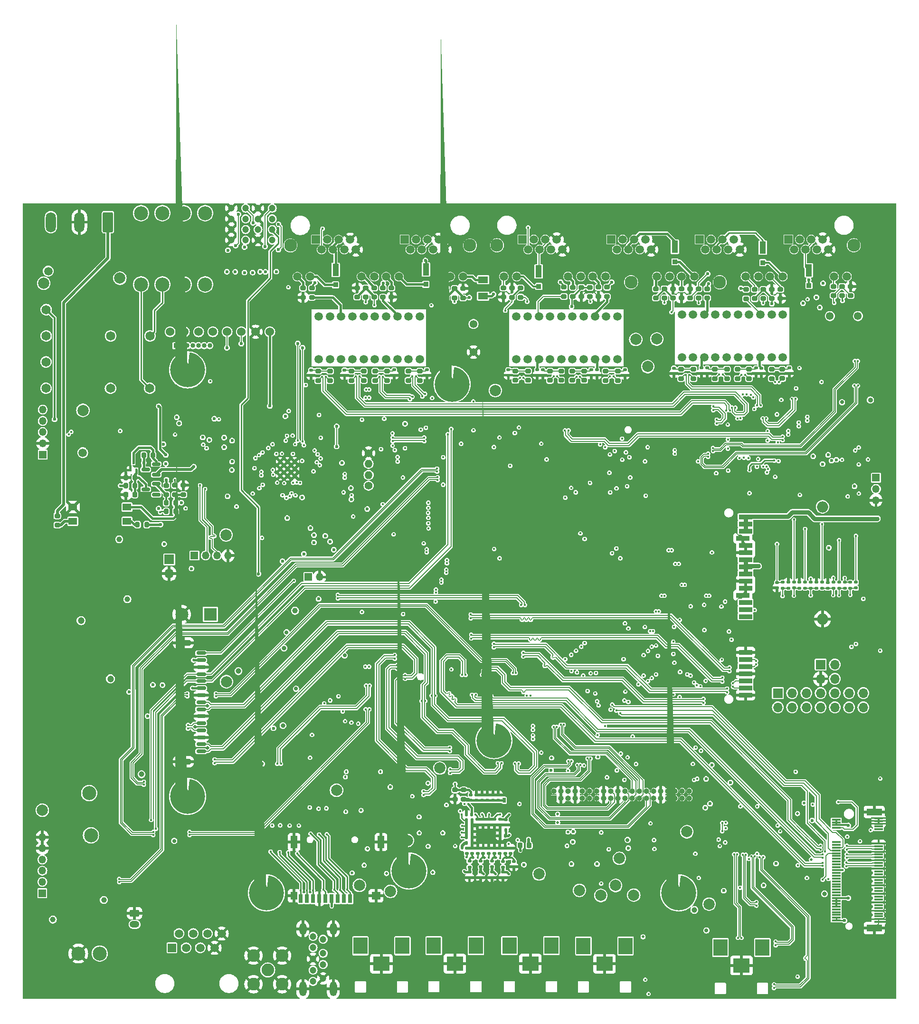
<source format=gbl>
G04 #@! TF.GenerationSoftware,KiCad,Pcbnew,8.0.0-rc1*
G04 #@! TF.CreationDate,2024-01-18T13:04:09+03:00*
G04 #@! TF.ProjectId,MXVR_3566,4d585652-5f33-4353-9636-2e6b69636164,REV1*
G04 #@! TF.SameCoordinates,Original*
G04 #@! TF.FileFunction,Copper,L6,Bot*
G04 #@! TF.FilePolarity,Positive*
%FSLAX46Y46*%
G04 Gerber Fmt 4.6, Leading zero omitted, Abs format (unit mm)*
G04 Created by KiCad (PCBNEW 8.0.0-rc1) date 2024-01-18 13:04:09*
%MOMM*%
%LPD*%
G01*
G04 APERTURE LIST*
G04 Aperture macros list*
%AMRoundRect*
0 Rectangle with rounded corners*
0 $1 Rounding radius*
0 $2 $3 $4 $5 $6 $7 $8 $9 X,Y pos of 4 corners*
0 Add a 4 corners polygon primitive as box body*
4,1,4,$2,$3,$4,$5,$6,$7,$8,$9,$2,$3,0*
0 Add four circle primitives for the rounded corners*
1,1,$1+$1,$2,$3*
1,1,$1+$1,$4,$5*
1,1,$1+$1,$6,$7*
1,1,$1+$1,$8,$9*
0 Add four rect primitives between the rounded corners*
20,1,$1+$1,$2,$3,$4,$5,0*
20,1,$1+$1,$4,$5,$6,$7,0*
20,1,$1+$1,$6,$7,$8,$9,0*
20,1,$1+$1,$8,$9,$2,$3,0*%
%AMFreePoly0*
4,1,57,0.347090,3.080508,0.689815,3.022277,1.023865,2.926038,1.345040,2.793003,1.649299,2.624845,1.932818,2.423678,2.192031,2.192031,2.423678,1.932818,2.624845,1.649299,2.793003,1.345040,2.926038,1.023865,3.022277,0.689815,3.080508,0.347090,3.100000,0.000000,3.080508,-0.347090,3.022277,-0.689815,2.926038,-1.023865,2.793003,-1.345040,2.624845,-1.649299,2.423678,-1.932818,
2.192031,-2.192031,1.932818,-2.423678,1.649299,-2.624845,1.345040,-2.793003,1.023865,-2.926038,0.689815,-3.022277,0.347090,-3.080508,0.000000,-3.100000,-0.347090,-3.080508,-0.689815,-3.022277,-1.023865,-2.926038,-1.345040,-2.793003,-1.649299,-2.624845,-1.932818,-2.423678,-2.192031,-2.192031,-2.423678,-1.932818,-2.624845,-1.649299,-2.793003,-1.345040,-2.926038,-1.023865,-3.022277,-0.689815,
-3.080508,-0.347090,-3.100000,0.000000,-3.080508,0.347090,-3.022277,0.689815,-2.926038,1.023865,-2.793003,1.345040,-2.624845,1.649299,-2.423678,1.932818,-2.192031,2.192031,-1.932818,2.423678,-1.649299,2.624845,-1.345040,2.793003,-1.023865,2.926038,-0.689815,3.022277,-0.347090,3.080508,0.000000,3.100000,0.347090,3.080508,0.347090,3.080508,$1*%
G04 Aperture macros list end*
G04 #@! TA.AperFunction,ComponentPad*
%ADD10R,1.350000X1.350000*%
G04 #@! TD*
G04 #@! TA.AperFunction,ComponentPad*
%ADD11O,1.350000X1.350000*%
G04 #@! TD*
G04 #@! TA.AperFunction,ComponentPad*
%ADD12C,1.500000*%
G04 #@! TD*
G04 #@! TA.AperFunction,WasherPad*
%ADD13FreePoly0,270.000000*%
G04 #@! TD*
G04 #@! TA.AperFunction,ComponentPad*
%ADD14C,1.400000*%
G04 #@! TD*
G04 #@! TA.AperFunction,ComponentPad*
%ADD15O,1.400000X1.400000*%
G04 #@! TD*
G04 #@! TA.AperFunction,ComponentPad*
%ADD16C,1.381000*%
G04 #@! TD*
G04 #@! TA.AperFunction,ComponentPad*
%ADD17R,2.310000X2.310000*%
G04 #@! TD*
G04 #@! TA.AperFunction,ComponentPad*
%ADD18C,2.310000*%
G04 #@! TD*
G04 #@! TA.AperFunction,ComponentPad*
%ADD19C,1.200000*%
G04 #@! TD*
G04 #@! TA.AperFunction,ComponentPad*
%ADD20C,2.000000*%
G04 #@! TD*
G04 #@! TA.AperFunction,ComponentPad*
%ADD21R,1.500000X1.500000*%
G04 #@! TD*
G04 #@! TA.AperFunction,ComponentPad*
%ADD22C,2.300000*%
G04 #@! TD*
G04 #@! TA.AperFunction,ComponentPad*
%ADD23C,0.600000*%
G04 #@! TD*
G04 #@! TA.AperFunction,ComponentPad*
%ADD24R,0.850000X0.850000*%
G04 #@! TD*
G04 #@! TA.AperFunction,ComponentPad*
%ADD25O,0.850000X0.850000*%
G04 #@! TD*
G04 #@! TA.AperFunction,ComponentPad*
%ADD26C,1.650000*%
G04 #@! TD*
G04 #@! TA.AperFunction,ComponentPad*
%ADD27R,1.700000X1.700000*%
G04 #@! TD*
G04 #@! TA.AperFunction,ComponentPad*
%ADD28O,1.700000X1.700000*%
G04 #@! TD*
G04 #@! TA.AperFunction,ComponentPad*
%ADD29R,2.500000X3.000000*%
G04 #@! TD*
G04 #@! TA.AperFunction,ComponentPad*
%ADD30R,3.000000X2.500000*%
G04 #@! TD*
G04 #@! TA.AperFunction,ComponentPad*
%ADD31R,1.000000X1.000000*%
G04 #@! TD*
G04 #@! TA.AperFunction,ComponentPad*
%ADD32O,1.000000X1.000000*%
G04 #@! TD*
G04 #@! TA.AperFunction,ComponentPad*
%ADD33RoundRect,0.250000X-0.625000X0.350000X-0.625000X-0.350000X0.625000X-0.350000X0.625000X0.350000X0*%
G04 #@! TD*
G04 #@! TA.AperFunction,ComponentPad*
%ADD34O,1.750000X1.200000*%
G04 #@! TD*
G04 #@! TA.AperFunction,ComponentPad*
%ADD35C,2.500000*%
G04 #@! TD*
G04 #@! TA.AperFunction,ComponentPad*
%ADD36O,2.000000X2.000000*%
G04 #@! TD*
G04 #@! TA.AperFunction,WasherPad*
%ADD37FreePoly0,0.000000*%
G04 #@! TD*
G04 #@! TA.AperFunction,ComponentPad*
%ADD38RoundRect,0.250000X0.650000X1.550000X-0.650000X1.550000X-0.650000X-1.550000X0.650000X-1.550000X0*%
G04 #@! TD*
G04 #@! TA.AperFunction,ComponentPad*
%ADD39O,1.800000X3.600000*%
G04 #@! TD*
G04 #@! TA.AperFunction,SMDPad,CuDef*
%ADD40RoundRect,0.135000X-0.185000X0.135000X-0.185000X-0.135000X0.185000X-0.135000X0.185000X0.135000X0*%
G04 #@! TD*
G04 #@! TA.AperFunction,SMDPad,CuDef*
%ADD41RoundRect,0.140000X-0.170000X0.140000X-0.170000X-0.140000X0.170000X-0.140000X0.170000X0.140000X0*%
G04 #@! TD*
G04 #@! TA.AperFunction,SMDPad,CuDef*
%ADD42RoundRect,0.140000X0.170000X-0.140000X0.170000X0.140000X-0.170000X0.140000X-0.170000X-0.140000X0*%
G04 #@! TD*
G04 #@! TA.AperFunction,SMDPad,CuDef*
%ADD43RoundRect,0.200000X-0.275000X0.200000X-0.275000X-0.200000X0.275000X-0.200000X0.275000X0.200000X0*%
G04 #@! TD*
G04 #@! TA.AperFunction,SMDPad,CuDef*
%ADD44RoundRect,0.150000X0.587500X0.150000X-0.587500X0.150000X-0.587500X-0.150000X0.587500X-0.150000X0*%
G04 #@! TD*
G04 #@! TA.AperFunction,SMDPad,CuDef*
%ADD45RoundRect,0.200000X0.275000X-0.200000X0.275000X0.200000X-0.275000X0.200000X-0.275000X-0.200000X0*%
G04 #@! TD*
G04 #@! TA.AperFunction,SMDPad,CuDef*
%ADD46R,1.120000X2.170000*%
G04 #@! TD*
G04 #@! TA.AperFunction,SMDPad,CuDef*
%ADD47R,0.850000X0.850000*%
G04 #@! TD*
G04 #@! TA.AperFunction,SMDPad,CuDef*
%ADD48RoundRect,0.135000X0.185000X-0.135000X0.185000X0.135000X-0.185000X0.135000X-0.185000X-0.135000X0*%
G04 #@! TD*
G04 #@! TA.AperFunction,SMDPad,CuDef*
%ADD49RoundRect,0.218750X0.218750X0.256250X-0.218750X0.256250X-0.218750X-0.256250X0.218750X-0.256250X0*%
G04 #@! TD*
G04 #@! TA.AperFunction,SMDPad,CuDef*
%ADD50RoundRect,0.140000X-0.140000X-0.170000X0.140000X-0.170000X0.140000X0.170000X-0.140000X0.170000X0*%
G04 #@! TD*
G04 #@! TA.AperFunction,SMDPad,CuDef*
%ADD51RoundRect,0.140000X0.140000X0.170000X-0.140000X0.170000X-0.140000X-0.170000X0.140000X-0.170000X0*%
G04 #@! TD*
G04 #@! TA.AperFunction,SMDPad,CuDef*
%ADD52RoundRect,0.200000X0.200000X0.275000X-0.200000X0.275000X-0.200000X-0.275000X0.200000X-0.275000X0*%
G04 #@! TD*
G04 #@! TA.AperFunction,SMDPad,CuDef*
%ADD53R,0.700000X1.600000*%
G04 #@! TD*
G04 #@! TA.AperFunction,SMDPad,CuDef*
%ADD54R,1.200000X1.400000*%
G04 #@! TD*
G04 #@! TA.AperFunction,SMDPad,CuDef*
%ADD55R,1.200000X2.200000*%
G04 #@! TD*
G04 #@! TA.AperFunction,SMDPad,CuDef*
%ADD56R,1.600000X1.400000*%
G04 #@! TD*
G04 #@! TA.AperFunction,SMDPad,CuDef*
%ADD57R,1.800000X1.200000*%
G04 #@! TD*
G04 #@! TA.AperFunction,ComponentPad*
%ADD58C,2.250000*%
G04 #@! TD*
G04 #@! TA.AperFunction,SMDPad,CuDef*
%ADD59R,0.400000X0.510000*%
G04 #@! TD*
G04 #@! TA.AperFunction,SMDPad,CuDef*
%ADD60R,1.550000X0.300000*%
G04 #@! TD*
G04 #@! TA.AperFunction,SMDPad,CuDef*
%ADD61R,2.750000X1.200000*%
G04 #@! TD*
G04 #@! TA.AperFunction,SMDPad,CuDef*
%ADD62RoundRect,0.150000X0.700000X-0.150000X0.700000X0.150000X-0.700000X0.150000X-0.700000X-0.150000X0*%
G04 #@! TD*
G04 #@! TA.AperFunction,SMDPad,CuDef*
%ADD63RoundRect,0.250000X1.100000X-0.250000X1.100000X0.250000X-1.100000X0.250000X-1.100000X-0.250000X0*%
G04 #@! TD*
G04 #@! TA.AperFunction,ComponentPad*
%ADD64O,3.200000X2.000000*%
G04 #@! TD*
G04 #@! TA.AperFunction,SMDPad,CuDef*
%ADD65R,2.400000X0.900000*%
G04 #@! TD*
G04 #@! TA.AperFunction,SMDPad,CuDef*
%ADD66RoundRect,0.200000X-0.200000X-0.275000X0.200000X-0.275000X0.200000X0.275000X-0.200000X0.275000X0*%
G04 #@! TD*
G04 #@! TA.AperFunction,ComponentPad*
%ADD67O,1.300000X2.100000*%
G04 #@! TD*
G04 #@! TA.AperFunction,ComponentPad*
%ADD68O,1.300000X2.600000*%
G04 #@! TD*
G04 #@! TA.AperFunction,SMDPad,CuDef*
%ADD69R,1.500000X1.250000*%
G04 #@! TD*
G04 #@! TA.AperFunction,SMDPad,CuDef*
%ADD70RoundRect,0.225000X-0.225000X-0.250000X0.225000X-0.250000X0.225000X0.250000X-0.225000X0.250000X0*%
G04 #@! TD*
G04 #@! TA.AperFunction,ComponentPad*
%ADD71C,1.524000*%
G04 #@! TD*
G04 #@! TA.AperFunction,ViaPad*
%ADD72C,0.400000*%
G04 #@! TD*
G04 #@! TA.AperFunction,ViaPad*
%ADD73C,0.800000*%
G04 #@! TD*
G04 #@! TA.AperFunction,ViaPad*
%ADD74C,0.600000*%
G04 #@! TD*
G04 #@! TA.AperFunction,ViaPad*
%ADD75C,1.500000*%
G04 #@! TD*
G04 #@! TA.AperFunction,ViaPad*
%ADD76C,1.200000*%
G04 #@! TD*
G04 #@! TA.AperFunction,ViaPad*
%ADD77C,1.000000*%
G04 #@! TD*
G04 #@! TA.AperFunction,ViaPad*
%ADD78C,0.508000*%
G04 #@! TD*
G04 #@! TA.AperFunction,ViaPad*
%ADD79C,2.500000*%
G04 #@! TD*
G04 #@! TA.AperFunction,ViaPad*
%ADD80C,0.650000*%
G04 #@! TD*
G04 #@! TA.AperFunction,ViaPad*
%ADD81C,0.700000*%
G04 #@! TD*
G04 #@! TA.AperFunction,ViaPad*
%ADD82C,0.900000*%
G04 #@! TD*
G04 #@! TA.AperFunction,ViaPad*
%ADD83C,0.781000*%
G04 #@! TD*
G04 #@! TA.AperFunction,ViaPad*
%ADD84C,0.500000*%
G04 #@! TD*
G04 #@! TA.AperFunction,ViaPad*
%ADD85C,0.457000*%
G04 #@! TD*
G04 #@! TA.AperFunction,Conductor*
%ADD86C,0.135500*%
G04 #@! TD*
G04 #@! TA.AperFunction,Conductor*
%ADD87C,0.200000*%
G04 #@! TD*
G04 #@! TA.AperFunction,Conductor*
%ADD88C,0.180000*%
G04 #@! TD*
G04 #@! TA.AperFunction,Conductor*
%ADD89C,0.508000*%
G04 #@! TD*
G04 #@! TA.AperFunction,Conductor*
%ADD90C,0.381000*%
G04 #@! TD*
G04 #@! TA.AperFunction,Conductor*
%ADD91C,0.168300*%
G04 #@! TD*
G04 #@! TA.AperFunction,Conductor*
%ADD92C,0.127000*%
G04 #@! TD*
G04 #@! TA.AperFunction,Conductor*
%ADD93C,0.254000*%
G04 #@! TD*
G04 #@! TA.AperFunction,Conductor*
%ADD94C,0.150000*%
G04 #@! TD*
G04 #@! TA.AperFunction,Conductor*
%ADD95C,0.300000*%
G04 #@! TD*
G04 #@! TA.AperFunction,Conductor*
%ADD96C,0.781000*%
G04 #@! TD*
G04 #@! TA.AperFunction,Conductor*
%ADD97C,0.400000*%
G04 #@! TD*
G04 #@! TA.AperFunction,Conductor*
%ADD98C,0.176000*%
G04 #@! TD*
G04 #@! TA.AperFunction,Conductor*
%ADD99C,0.250000*%
G04 #@! TD*
G04 #@! TA.AperFunction,Conductor*
%ADD100C,0.350000*%
G04 #@! TD*
G04 #@! TA.AperFunction,Conductor*
%ADD101C,0.152000*%
G04 #@! TD*
G04 #@! TA.AperFunction,Conductor*
%ADD102C,0.356000*%
G04 #@! TD*
G04 #@! TA.AperFunction,Conductor*
%ADD103C,0.310000*%
G04 #@! TD*
G04 APERTURE END LIST*
D10*
X51110000Y-148590000D03*
D11*
X51110000Y-146590000D03*
X51110000Y-144590000D03*
X51110000Y-142590000D03*
X51110000Y-140590000D03*
X51110000Y-138590000D03*
D10*
X199730000Y-74560000D03*
D11*
X199730000Y-76560000D03*
X199730000Y-78560000D03*
D12*
X100390000Y-53470000D03*
X102390000Y-53470000D03*
X104390000Y-53470000D03*
X106390000Y-53470000D03*
X108390000Y-53470000D03*
X110390000Y-53470000D03*
X112390000Y-53470000D03*
X114390000Y-53470000D03*
X116390000Y-53470000D03*
X118390000Y-53470000D03*
X118390000Y-45850000D03*
X116390000Y-45850000D03*
X114390000Y-45850000D03*
X112390000Y-45850000D03*
X110390000Y-45850000D03*
X108390000Y-45850000D03*
X106390000Y-45850000D03*
X104390000Y-45850000D03*
X102390000Y-45850000D03*
X100390000Y-45850000D03*
D13*
X131620000Y-121400000D03*
D14*
X109270000Y-75980000D03*
D15*
X109270000Y-74080000D03*
D16*
X127980000Y-52180000D03*
X127980000Y-47180000D03*
D17*
X81042500Y-98902500D03*
D18*
X75962500Y-98902500D03*
D19*
X89550000Y-26540000D03*
X92090000Y-26540000D03*
X89550000Y-28440000D03*
X92090000Y-28440000D03*
X89550000Y-30340000D03*
X92090000Y-30340000D03*
X89550000Y-32240000D03*
X92090000Y-32240000D03*
D20*
X64940000Y-39000000D03*
X83870000Y-84760000D03*
D19*
X84810000Y-26540000D03*
X87350000Y-26540000D03*
X84810000Y-28440000D03*
X87350000Y-28440000D03*
X84810000Y-30340000D03*
X87350000Y-30340000D03*
X84810000Y-32240000D03*
X87350000Y-32240000D03*
D20*
X150670000Y-148990000D03*
X107620000Y-147190000D03*
D21*
X99870000Y-32150000D03*
X115670000Y-32150000D03*
D12*
X100890000Y-33930000D03*
X116690000Y-33930000D03*
X101910000Y-32150000D03*
X117710000Y-32150000D03*
X102930000Y-33930000D03*
X118730000Y-33930000D03*
X103950000Y-32150000D03*
X119750000Y-32150000D03*
X104970000Y-33930000D03*
X120770000Y-33930000D03*
X105990000Y-32150000D03*
X121790000Y-32150000D03*
X107010000Y-33930000D03*
X122810000Y-33930000D03*
X98880000Y-38740000D03*
X96590000Y-38740000D03*
X110310000Y-38740000D03*
X108020000Y-38740000D03*
X114690000Y-38740000D03*
X112400000Y-38740000D03*
X126120000Y-38740000D03*
X123830000Y-38740000D03*
D22*
X127340000Y-33170000D03*
X95340000Y-33170000D03*
D20*
X139660000Y-145170000D03*
X156910000Y-49920000D03*
X121970000Y-126290000D03*
X153310000Y-147210000D03*
D23*
X96095000Y-71685000D03*
X94820000Y-71685000D03*
X93545000Y-71685000D03*
X96095000Y-72960000D03*
X94820000Y-72960000D03*
X93545000Y-72960000D03*
X96095000Y-74235000D03*
X94820000Y-74235000D03*
X93545000Y-74235000D03*
D20*
X159040000Y-54750000D03*
D24*
X74950000Y-51030000D03*
D25*
X75950000Y-51030000D03*
X76950000Y-51030000D03*
X77950000Y-51030000D03*
X78950000Y-51030000D03*
X79950000Y-51030000D03*
X80950000Y-51030000D03*
D26*
X51800000Y-44610000D03*
X51800000Y-49310000D03*
X63300000Y-49310000D03*
X70300000Y-49310000D03*
D27*
X73735000Y-89120000D03*
D28*
X73735000Y-91660000D03*
D10*
X78220000Y-88430000D03*
D11*
X80220000Y-88430000D03*
X82220000Y-88430000D03*
X84220000Y-88430000D03*
D29*
X107810000Y-157970000D03*
X115310000Y-157970000D03*
D30*
X111560000Y-161170000D03*
D20*
X146860000Y-148090000D03*
X51360000Y-39910000D03*
D21*
X136695000Y-32120000D03*
X152495000Y-32120000D03*
X168295000Y-32120000D03*
X184095000Y-32120000D03*
D12*
X137715000Y-33900000D03*
X153515000Y-33900000D03*
X169315000Y-33900000D03*
X185115000Y-33900000D03*
X138735000Y-32120000D03*
X154535000Y-32120000D03*
X170335000Y-32120000D03*
X186135000Y-32120000D03*
X139755000Y-33900000D03*
X155555000Y-33900000D03*
X171355000Y-33900000D03*
X187155000Y-33900000D03*
X140775000Y-32120000D03*
X156575000Y-32120000D03*
X172375000Y-32120000D03*
X188175000Y-32120000D03*
X141795000Y-33900000D03*
X157595000Y-33900000D03*
X173395000Y-33900000D03*
X189195000Y-33900000D03*
X142815000Y-32120000D03*
X158615000Y-32120000D03*
X174415000Y-32120000D03*
X190215000Y-32120000D03*
X143835000Y-33900000D03*
X159635000Y-33900000D03*
X175435000Y-33900000D03*
X191235000Y-33900000D03*
X135695000Y-38710000D03*
X133405000Y-38710000D03*
X147125000Y-38710000D03*
X144835000Y-38710000D03*
X151505000Y-38710000D03*
X149215000Y-38710000D03*
X162935000Y-38710000D03*
X160645000Y-38710000D03*
X167315000Y-38710000D03*
X165025000Y-38710000D03*
X178745000Y-38710000D03*
X176455000Y-38710000D03*
X183125000Y-38710000D03*
X180835000Y-38710000D03*
X194555000Y-38710000D03*
X192265000Y-38710000D03*
D22*
X195765000Y-33140000D03*
X171865000Y-39730000D03*
X156065000Y-39730000D03*
X132165000Y-33140000D03*
D20*
X51120000Y-133800000D03*
D10*
X51180000Y-70435000D03*
D11*
X51180000Y-68435000D03*
X51180000Y-66435000D03*
X51180000Y-64435000D03*
X51180000Y-62435000D03*
D31*
X142310000Y-131660000D03*
D32*
X142310000Y-130390000D03*
X143580000Y-131660000D03*
X143580000Y-130390000D03*
X144850000Y-131660000D03*
X144850000Y-130390000D03*
X146120000Y-131660000D03*
X146120000Y-130390000D03*
X147390000Y-131660000D03*
X147390000Y-130390000D03*
X148660000Y-131660000D03*
X148660000Y-130390000D03*
X149930000Y-131660000D03*
X149930000Y-130390000D03*
X151200000Y-131660000D03*
X151200000Y-130390000D03*
X152470000Y-131660000D03*
X152470000Y-130390000D03*
X153740000Y-131660000D03*
X153740000Y-130390000D03*
X155010000Y-131660000D03*
X155010000Y-130390000D03*
X156280000Y-131660000D03*
X156280000Y-130390000D03*
X157550000Y-131660000D03*
X157550000Y-130390000D03*
X158820000Y-131660000D03*
X158820000Y-130390000D03*
X160090000Y-131660000D03*
X160090000Y-130390000D03*
X161360000Y-131660000D03*
X161360000Y-130390000D03*
X162630000Y-131660000D03*
X162630000Y-130390000D03*
X163900000Y-131660000D03*
X163900000Y-130390000D03*
X165170000Y-131660000D03*
X165170000Y-130390000D03*
X166440000Y-131660000D03*
X166440000Y-130390000D03*
D20*
X113190000Y-148260000D03*
D26*
X51760000Y-53930000D03*
X51760000Y-58630000D03*
X63260000Y-58630000D03*
X70260000Y-58630000D03*
D27*
X189850000Y-107850000D03*
D28*
X189850000Y-110390000D03*
X192390000Y-107850000D03*
X192390000Y-110390000D03*
D33*
X67555000Y-152145000D03*
D34*
X67555000Y-154145000D03*
D35*
X68715000Y-27420000D03*
X72525000Y-27420000D03*
X76335000Y-27420000D03*
X80145000Y-27420000D03*
X68715000Y-40120000D03*
X72525000Y-40120000D03*
X76335000Y-40120000D03*
X80145000Y-40120000D03*
D20*
X131870000Y-59020000D03*
D27*
X182230000Y-112935000D03*
D28*
X184770000Y-112935000D03*
X187310000Y-112935000D03*
X189850000Y-112935000D03*
X192390000Y-112935000D03*
X194930000Y-112935000D03*
X197470000Y-112935000D03*
X182230000Y-115475000D03*
X184770000Y-115475000D03*
X187310000Y-115475000D03*
X189850000Y-115475000D03*
X192390000Y-115475000D03*
X194930000Y-115475000D03*
X197470000Y-115475000D03*
D20*
X83930000Y-110910000D03*
X58340000Y-62560000D03*
D36*
X190200000Y-79740000D03*
X190200000Y-99740000D03*
D37*
X164570000Y-148550000D03*
D12*
X135630000Y-53450000D03*
X137630000Y-53450000D03*
X139630000Y-53450000D03*
X141630000Y-53450000D03*
X143630000Y-53450000D03*
X145630000Y-53450000D03*
X147630000Y-53450000D03*
X149630000Y-53450000D03*
X151630000Y-53450000D03*
X153630000Y-53450000D03*
X153630000Y-45830000D03*
X151630000Y-45830000D03*
X149630000Y-45830000D03*
X147630000Y-45830000D03*
X145630000Y-45830000D03*
X143630000Y-45830000D03*
X141630000Y-45830000D03*
X139630000Y-45830000D03*
X137630000Y-45830000D03*
X135630000Y-45830000D03*
D20*
X156550000Y-148930000D03*
D38*
X62802500Y-29027500D03*
D39*
X57722500Y-29027500D03*
X52642500Y-29027500D03*
D29*
X147570000Y-157980000D03*
X155070000Y-157980000D03*
D30*
X151320000Y-161180000D03*
D14*
X109255000Y-70185000D03*
D15*
X109255000Y-72085000D03*
D20*
X169970000Y-150540000D03*
D29*
X120900000Y-157940000D03*
X128400000Y-157940000D03*
D30*
X124650000Y-161140000D03*
D20*
X116200000Y-139200000D03*
D21*
X74197500Y-158325000D03*
D12*
X75467500Y-155785000D03*
X76737500Y-158325000D03*
X78007500Y-155785000D03*
X79277500Y-158325000D03*
X80547500Y-155785000D03*
X81817500Y-158325000D03*
X83087500Y-155785000D03*
D29*
X134370000Y-157940000D03*
X141870000Y-157940000D03*
D30*
X138120000Y-161140000D03*
D20*
X166010000Y-137650000D03*
X103560000Y-130250000D03*
X153980000Y-142370000D03*
D13*
X124140000Y-57900000D03*
D37*
X91070000Y-148550000D03*
D35*
X57530000Y-159340000D03*
X61340000Y-159340000D03*
D10*
X98520000Y-92270000D03*
D11*
X100520000Y-92270000D03*
D12*
X165110000Y-53130000D03*
X167110000Y-53130000D03*
X169110000Y-53130000D03*
X171110000Y-53130000D03*
X173110000Y-53130000D03*
X175110000Y-53130000D03*
X177110000Y-53130000D03*
X179110000Y-53130000D03*
X181110000Y-53130000D03*
X183110000Y-53130000D03*
X183110000Y-45510000D03*
X181110000Y-45510000D03*
X179110000Y-45510000D03*
X177110000Y-45510000D03*
X175110000Y-45510000D03*
X173110000Y-45510000D03*
X171110000Y-45510000D03*
X169110000Y-45510000D03*
X167110000Y-45510000D03*
X165110000Y-45510000D03*
D20*
X160650000Y-49850000D03*
D40*
X187090000Y-93200000D03*
X187090000Y-94220000D03*
D41*
X139350000Y-55340000D03*
X139350000Y-56300000D03*
D42*
X134620000Y-141510000D03*
X134620000Y-140550000D03*
D43*
X108450000Y-55575000D03*
X108450000Y-57225000D03*
X116360000Y-55570000D03*
X116360000Y-57220000D03*
D41*
X119660000Y-55350000D03*
X119660000Y-56310000D03*
D40*
X191120000Y-93210000D03*
X191120000Y-94230000D03*
X196160000Y-93190000D03*
X196160000Y-94210000D03*
D42*
X128730000Y-141510000D03*
X128730000Y-140550000D03*
D44*
X71395000Y-72120000D03*
X71395000Y-74020000D03*
X69520000Y-73070000D03*
X71420000Y-75660000D03*
X71420000Y-77560000D03*
X69545000Y-76610000D03*
D41*
X133240000Y-144840000D03*
X133240000Y-145800000D03*
D45*
X53770000Y-83005000D03*
X53770000Y-81355000D03*
D41*
X104990000Y-55360000D03*
X104990000Y-56320000D03*
D43*
X167210000Y-55240000D03*
X167210000Y-56890000D03*
X151500000Y-55570000D03*
X151500000Y-57220000D03*
D45*
X145665000Y-42280000D03*
X145665000Y-40630000D03*
D42*
X127750000Y-141510000D03*
X127750000Y-140550000D03*
D41*
X131700000Y-135450000D03*
X131700000Y-136410000D03*
D16*
X196510000Y-45760000D03*
X191510000Y-45760000D03*
D46*
X163870000Y-33415000D03*
D47*
X163870000Y-36095000D03*
D48*
X194150000Y-94220000D03*
X194150000Y-93200000D03*
D43*
X163530000Y-40895000D03*
X163530000Y-42545000D03*
D40*
X186090000Y-93200000D03*
X186090000Y-94220000D03*
D49*
X137887500Y-140100000D03*
X136312500Y-140100000D03*
D40*
X184080000Y-93200000D03*
X184080000Y-94220000D03*
D43*
X145590000Y-55555000D03*
X145590000Y-57205000D03*
X126100000Y-40860000D03*
X126100000Y-42510000D03*
X111840000Y-40745000D03*
X111840000Y-42395000D03*
D48*
X129250000Y-145830000D03*
X129250000Y-144810000D03*
X195150000Y-94220000D03*
X195150000Y-93200000D03*
D41*
X133730000Y-135460000D03*
X133730000Y-136420000D03*
D43*
X168090000Y-40885000D03*
X168090000Y-42535000D03*
D13*
X77000000Y-131350000D03*
D50*
X126730000Y-135570000D03*
X127690000Y-135570000D03*
D43*
X183000000Y-55225000D03*
X183000000Y-56875000D03*
D42*
X126770000Y-141520000D03*
X126770000Y-140560000D03*
D45*
X124710000Y-131845000D03*
X124710000Y-130195000D03*
D51*
X127680000Y-134580000D03*
X126720000Y-134580000D03*
D29*
X179490000Y-158270000D03*
X171990000Y-158270000D03*
D30*
X175740000Y-161470000D03*
D42*
X132400000Y-132060000D03*
X132400000Y-131100000D03*
D43*
X173150000Y-55245000D03*
X173150000Y-56895000D03*
X182680000Y-41000000D03*
X182680000Y-42650000D03*
X134840000Y-40755000D03*
X134840000Y-42405000D03*
D52*
X74860000Y-80570000D03*
X73210000Y-80570000D03*
D45*
X76280000Y-77575000D03*
X76280000Y-75925000D03*
D52*
X69720000Y-82910000D03*
X68070000Y-82910000D03*
D43*
X171030000Y-55245000D03*
X171030000Y-56895000D03*
D45*
X73240000Y-77585000D03*
X73240000Y-75935000D03*
D43*
X118390000Y-55575000D03*
X118390000Y-57225000D03*
X193710000Y-40470000D03*
X193710000Y-42120000D03*
X161990000Y-40895000D03*
X161990000Y-42545000D03*
X136370000Y-40755000D03*
X136370000Y-42405000D03*
D42*
X131420000Y-132060000D03*
X131420000Y-131100000D03*
D50*
X126740000Y-136590000D03*
X127700000Y-136590000D03*
D43*
X195230000Y-40470000D03*
X195230000Y-42120000D03*
X141590000Y-55565000D03*
X141590000Y-57215000D03*
D42*
X131670000Y-141510000D03*
X131670000Y-140550000D03*
D43*
X100270000Y-55585000D03*
X100270000Y-57235000D03*
D46*
X139600000Y-37800000D03*
D47*
X139600000Y-40480000D03*
D53*
X106000000Y-149560000D03*
X104900000Y-149560000D03*
X103800000Y-149560000D03*
X102700000Y-149560000D03*
X101600000Y-149560000D03*
X100500000Y-149560000D03*
X99400000Y-149560000D03*
X98300000Y-149560000D03*
X97200000Y-149560000D03*
D54*
X96000000Y-149060000D03*
D55*
X96000000Y-139460000D03*
X111500000Y-139460000D03*
D56*
X110600000Y-149060000D03*
D43*
X106240000Y-55585000D03*
X106240000Y-57235000D03*
D41*
X140330000Y-55340000D03*
X140330000Y-56300000D03*
D57*
X129690000Y-42195000D03*
X129690000Y-39295000D03*
D13*
X116465014Y-144615000D03*
D43*
X151795000Y-40620000D03*
X151795000Y-42270000D03*
D48*
X131270000Y-145820000D03*
X131270000Y-144800000D03*
D40*
X189100000Y-93200000D03*
X189100000Y-94220000D03*
D43*
X110310000Y-40740000D03*
X110310000Y-42390000D03*
X178110000Y-41000000D03*
X178110000Y-42650000D03*
X176580000Y-41020000D03*
X176580000Y-42670000D03*
D58*
X91300000Y-162260000D03*
X93850000Y-164810000D03*
X88750000Y-164810000D03*
X88750000Y-159710000D03*
X93850000Y-159710000D03*
D41*
X130700000Y-135450000D03*
X130700000Y-136410000D03*
D43*
X110440000Y-55585000D03*
X110440000Y-57235000D03*
D41*
X179320000Y-55030000D03*
X179320000Y-55990000D03*
X163700000Y-55020000D03*
X163700000Y-55980000D03*
X178380000Y-55010000D03*
X178380000Y-55970000D03*
D45*
X74760000Y-77575000D03*
X74760000Y-75925000D03*
D46*
X179540000Y-33565000D03*
D47*
X179540000Y-36245000D03*
D43*
X143600000Y-55550000D03*
X143600000Y-57200000D03*
X166570000Y-40900000D03*
X166570000Y-42550000D03*
D48*
X192120000Y-94220000D03*
X192120000Y-93200000D03*
D52*
X74855000Y-79050000D03*
X73205000Y-79050000D03*
D59*
X67830000Y-73195000D03*
X66830000Y-73195000D03*
X67330000Y-71905000D03*
D60*
X200184900Y-153715000D03*
X192634900Y-153465000D03*
X200184900Y-153215000D03*
X192634900Y-152965000D03*
X200184900Y-152715000D03*
X192634900Y-152465000D03*
X200184900Y-152215000D03*
X192634900Y-151965000D03*
X200184900Y-151715000D03*
X192634900Y-151465000D03*
X200184900Y-151215000D03*
X192634900Y-150965000D03*
X200184900Y-150715000D03*
X192634900Y-150465000D03*
X200184900Y-150215000D03*
X192634900Y-149965000D03*
X200184900Y-149715000D03*
X192634900Y-149465000D03*
X200184900Y-149215000D03*
X192634900Y-148965000D03*
X200184900Y-148715000D03*
X192634900Y-148465000D03*
X200184900Y-148215000D03*
X192634900Y-147965000D03*
X200184900Y-147715000D03*
X192634900Y-147465000D03*
X200184900Y-147215000D03*
X192634900Y-146965000D03*
X200184900Y-146715000D03*
X192634900Y-146465000D03*
X200184900Y-146215000D03*
X192634900Y-145965000D03*
X200184900Y-145715000D03*
X192634900Y-145465000D03*
X200184900Y-145215000D03*
X192634900Y-144965000D03*
X200184900Y-144715000D03*
X192634900Y-144465000D03*
X200184900Y-144215000D03*
X192634900Y-143965000D03*
X200184900Y-143715000D03*
X192634900Y-143465000D03*
X200184900Y-143215000D03*
X192634900Y-142965000D03*
X200184900Y-142715000D03*
X192634900Y-142465000D03*
X200184900Y-142215000D03*
X192634900Y-141965000D03*
X200184900Y-141715000D03*
X192634900Y-141465000D03*
X200184900Y-141215000D03*
X192634900Y-140965000D03*
X200184900Y-140715000D03*
X192634900Y-140465000D03*
X200184900Y-140215000D03*
X192634900Y-139965000D03*
X200184900Y-139715000D03*
X192634900Y-139465000D03*
X200184900Y-137215000D03*
X192634900Y-136965000D03*
X200184900Y-136715000D03*
X192634900Y-136465000D03*
X200184900Y-136215000D03*
X192634900Y-135965000D03*
X200184900Y-135715000D03*
X192634900Y-135465000D03*
X200184900Y-135215000D03*
D61*
X199409900Y-154815000D03*
X199409900Y-134115000D03*
D48*
X188090000Y-94220000D03*
X188090000Y-93200000D03*
D43*
X102420000Y-55585000D03*
X102420000Y-57235000D03*
D48*
X133240000Y-143930000D03*
X133240000Y-142910000D03*
D13*
X77000000Y-55350000D03*
D43*
X165050000Y-40895000D03*
X165050000Y-42545000D03*
X192180000Y-40470000D03*
X192180000Y-42120000D03*
D48*
X127260000Y-145840000D03*
X127260000Y-144820000D03*
D43*
X177090000Y-55230000D03*
X177090000Y-56880000D03*
X126240000Y-130195000D03*
X126240000Y-131845000D03*
X160470000Y-40885000D03*
X160470000Y-42535000D03*
D48*
X129250000Y-143910000D03*
X129250000Y-142890000D03*
D43*
X113360000Y-40735000D03*
X113360000Y-42385000D03*
X133310000Y-40740000D03*
X133310000Y-42390000D03*
X147690000Y-55555000D03*
X147690000Y-57205000D03*
X99160000Y-40780000D03*
X99160000Y-42430000D03*
X181160000Y-41000000D03*
X181160000Y-42650000D03*
X153680000Y-55570000D03*
X153680000Y-57220000D03*
D40*
X183070000Y-93200000D03*
X183070000Y-94220000D03*
D43*
X148735000Y-40635000D03*
X148735000Y-42285000D03*
X135450000Y-55555000D03*
X135450000Y-57205000D03*
X108780000Y-40740000D03*
X108780000Y-42390000D03*
D42*
X133630000Y-141510000D03*
X133630000Y-140550000D03*
X127490000Y-132060000D03*
X127490000Y-131100000D03*
D43*
X123070000Y-40850000D03*
X123070000Y-42500000D03*
D50*
X126740000Y-137620000D03*
X127700000Y-137620000D03*
D41*
X154950000Y-55345000D03*
X154950000Y-56305000D03*
D43*
X164960000Y-55235000D03*
X164960000Y-56885000D03*
D62*
X79430000Y-123310000D03*
X79430000Y-122060000D03*
X79430000Y-120810000D03*
X79430000Y-119560000D03*
X79430000Y-118310000D03*
X79430000Y-117060000D03*
X79430000Y-115810000D03*
X79430000Y-114560000D03*
X79430000Y-113310000D03*
X79430000Y-112060000D03*
X79430000Y-110810000D03*
X79430000Y-109560000D03*
D63*
X76230000Y-125160000D03*
D62*
X79430000Y-108310000D03*
D63*
X76230000Y-103960000D03*
D62*
X79430000Y-107060000D03*
X79430000Y-105810000D03*
D40*
X185090000Y-93190000D03*
X185090000Y-94210000D03*
D43*
X175080000Y-55245000D03*
X175080000Y-56895000D03*
X112575000Y-55575000D03*
X112575000Y-57225000D03*
D64*
X174240000Y-116135000D03*
X174240000Y-78715000D03*
D65*
X176480000Y-99315000D03*
X176480000Y-98035000D03*
X176480000Y-96765000D03*
X175980000Y-95495000D03*
X176480000Y-94225000D03*
X176480000Y-92955000D03*
X176480000Y-91685000D03*
X176480000Y-90415000D03*
X176480000Y-89145000D03*
X176480000Y-87875000D03*
X176480000Y-86605000D03*
X175980000Y-85335000D03*
X176480000Y-84065000D03*
X176480000Y-82795000D03*
X176480000Y-81525000D03*
X176480000Y-113275000D03*
X176480000Y-112005000D03*
X176480000Y-110735000D03*
X176480000Y-109465000D03*
X176480000Y-108195000D03*
X176480000Y-106925000D03*
X176480000Y-105655000D03*
D41*
X169630000Y-55010000D03*
X169630000Y-55970000D03*
D46*
X103385000Y-37520000D03*
D47*
X103385000Y-40200000D03*
D66*
X65975000Y-74500000D03*
X67625000Y-74500000D03*
D19*
X101170000Y-156800000D03*
X101170000Y-159300000D03*
X101170000Y-161300000D03*
X101170000Y-163800000D03*
X99370000Y-164300000D03*
X99370000Y-162300000D03*
X99370000Y-160300000D03*
X99370000Y-158300000D03*
X99370000Y-156300000D03*
D67*
X97560000Y-154950000D03*
D68*
X97560000Y-165650000D03*
D67*
X102980000Y-154950000D03*
D68*
X102980000Y-165650000D03*
D46*
X187765000Y-37615000D03*
D47*
X187765000Y-40295000D03*
D43*
X97600000Y-40790000D03*
X97600000Y-42440000D03*
D40*
X193140000Y-93200000D03*
X193140000Y-94220000D03*
D41*
X148960000Y-55330000D03*
X148960000Y-56290000D03*
D42*
X129710000Y-141510000D03*
X129710000Y-140550000D03*
D51*
X127700000Y-139610000D03*
X126740000Y-139610000D03*
D45*
X147205000Y-42285000D03*
X147205000Y-40635000D03*
D43*
X181120000Y-55235000D03*
X181120000Y-56885000D03*
D41*
X134200000Y-55330000D03*
X134200000Y-56290000D03*
D50*
X126740000Y-138630000D03*
X127700000Y-138630000D03*
D40*
X190110000Y-93200000D03*
X190110000Y-94220000D03*
D43*
X124580000Y-40855000D03*
X124580000Y-42505000D03*
X144105000Y-40620000D03*
X144105000Y-42270000D03*
D41*
X128670000Y-135450000D03*
X128670000Y-136410000D03*
D43*
X169640000Y-40885000D03*
X169640000Y-42535000D03*
D66*
X65975000Y-76010000D03*
X67625000Y-76010000D03*
D51*
X133720000Y-137390000D03*
X132760000Y-137390000D03*
D46*
X119475000Y-37430000D03*
D47*
X119475000Y-40110000D03*
D42*
X129470000Y-132060000D03*
X129470000Y-131100000D03*
D41*
X135150000Y-142930000D03*
X135150000Y-143890000D03*
X184260000Y-55010000D03*
X184260000Y-55970000D03*
D43*
X150255000Y-40620000D03*
X150255000Y-42270000D03*
D52*
X70835000Y-70530000D03*
X69185000Y-70530000D03*
D41*
X132730000Y-135450000D03*
X132730000Y-136410000D03*
D42*
X132650000Y-141510000D03*
X132650000Y-140550000D03*
X130690000Y-141510000D03*
X130690000Y-140550000D03*
D41*
X168590000Y-55000000D03*
X168590000Y-55960000D03*
D51*
X133690000Y-138390000D03*
X132730000Y-138390000D03*
D48*
X131270000Y-143900000D03*
X131270000Y-142880000D03*
D41*
X99010000Y-55360000D03*
X99010000Y-56320000D03*
D69*
X56552500Y-82317500D03*
X56552500Y-79777500D03*
X66212500Y-79777500D03*
X66212500Y-82317500D03*
D43*
X179620000Y-41000000D03*
X179620000Y-42650000D03*
D41*
X113830000Y-55340000D03*
X113830000Y-56300000D03*
D70*
X66035000Y-77550000D03*
X67585000Y-77550000D03*
D48*
X127260000Y-143920000D03*
X127260000Y-142900000D03*
D43*
X107250000Y-40735000D03*
X107250000Y-42385000D03*
D71*
X91670000Y-48560000D03*
X89130000Y-48560000D03*
X86590000Y-48560000D03*
X84050000Y-48560000D03*
X81510000Y-48560000D03*
X78970000Y-48560000D03*
X76430000Y-48560000D03*
X73890000Y-48560000D03*
D41*
X182080000Y-93230000D03*
X182080000Y-94190000D03*
D42*
X130440000Y-132060000D03*
X130440000Y-131100000D03*
D43*
X137700000Y-55555000D03*
X137700000Y-57205000D03*
D42*
X128480000Y-132060000D03*
X128480000Y-131100000D03*
D41*
X129690000Y-135440000D03*
X129690000Y-136400000D03*
X149960000Y-55330000D03*
X149960000Y-56290000D03*
D72*
X196478500Y-53765923D03*
X195951500Y-53765923D03*
X170680000Y-69813500D03*
X170680000Y-69286500D03*
X160496500Y-98380000D03*
X161023500Y-98380000D03*
X159446500Y-101910000D03*
X159973500Y-101910000D03*
X132600000Y-67380000D03*
X132610000Y-88910000D03*
X190670000Y-141180000D03*
X154150000Y-116510000D03*
X154150000Y-88920000D03*
X113540000Y-66650000D03*
X191250000Y-146050000D03*
X153450000Y-87170000D03*
X131650000Y-87260000D03*
X113550000Y-68850000D03*
X131610000Y-69100000D03*
X153460000Y-116060000D03*
D73*
X200280000Y-43360000D03*
D72*
X188250000Y-133480000D03*
X126210000Y-145620000D03*
X143400000Y-68310000D03*
X122220000Y-113960000D03*
D73*
X200020000Y-36710000D03*
X190210000Y-50160000D03*
D72*
X139604000Y-127860000D03*
X119180000Y-88520000D03*
X98320000Y-76190000D03*
D73*
X86430000Y-44980000D03*
D72*
X119490000Y-96660000D03*
X68220000Y-135020000D03*
X68190000Y-133080000D03*
X93560000Y-107090000D03*
X120280000Y-91930000D03*
X105790000Y-139300000D03*
X173760000Y-99950000D03*
X124760000Y-90270000D03*
D74*
X177310000Y-137285000D03*
X177867500Y-128852500D03*
D72*
X127300000Y-88100000D03*
X124090000Y-93930000D03*
X131570000Y-38650000D03*
X68160000Y-131180000D03*
X194070000Y-44380000D03*
X114330000Y-122950000D03*
X154900000Y-73990000D03*
X83900000Y-56100000D03*
X83920000Y-52590000D03*
X130130000Y-138495500D03*
D74*
X174690000Y-87890000D03*
D72*
X126580000Y-119330000D03*
X160350000Y-73620000D03*
X86510000Y-58630000D03*
X181620000Y-99830000D03*
X170370000Y-67930000D03*
X168140000Y-99950000D03*
X169730000Y-124180000D03*
D73*
X102839500Y-110580000D03*
D72*
X86610000Y-53920000D03*
X175630000Y-144950000D03*
D73*
X83490000Y-45120000D03*
D72*
X194030000Y-45820000D03*
X133630000Y-67560000D03*
X131790000Y-146490000D03*
X158670000Y-73960000D03*
X73610000Y-105470000D03*
D73*
X74210000Y-45230000D03*
D72*
X182780000Y-126150000D03*
X155620000Y-110020000D03*
D73*
X107340000Y-91930000D03*
D72*
X150190000Y-125780000D03*
D73*
X200540000Y-33180000D03*
D72*
X193930000Y-49040000D03*
D73*
X200070000Y-46890000D03*
D72*
X145890000Y-121570000D03*
X158730000Y-93420000D03*
D74*
X176890000Y-67730000D03*
D72*
X197520000Y-49090000D03*
X161940000Y-81410000D03*
D73*
X86490000Y-42640000D03*
D72*
X125370000Y-98220000D03*
X82470000Y-104440000D03*
X186650000Y-134350000D03*
X89100000Y-52380000D03*
X154370000Y-135260000D03*
X86530000Y-60360000D03*
X129040000Y-87960000D03*
X115790000Y-42210000D03*
X124490000Y-88500000D03*
X142800000Y-126790000D03*
X168650000Y-117280000D03*
D73*
X81860000Y-42600000D03*
D72*
X131150000Y-88360000D03*
D73*
X91550000Y-42040000D03*
D72*
X184250000Y-151100000D03*
X188870000Y-136670000D03*
X181010000Y-101500000D03*
X120360000Y-100170000D03*
D73*
X200330000Y-40040000D03*
X78850000Y-45190000D03*
X89220000Y-43000000D03*
D72*
X86550000Y-52330000D03*
X158740000Y-89770000D03*
X184780000Y-103750000D03*
X172720000Y-127750000D03*
D73*
X190150000Y-53590000D03*
D72*
X161880000Y-75690000D03*
X144420000Y-121890000D03*
X182190000Y-141160000D03*
X107310000Y-66990000D03*
X113900000Y-127080000D03*
X155480000Y-77920000D03*
X89180000Y-58160000D03*
X147690000Y-124270000D03*
X195870000Y-47460000D03*
D73*
X200230000Y-29960000D03*
D72*
X134295741Y-146222084D03*
X120090000Y-93930000D03*
X149690000Y-76620000D03*
X147680000Y-121930000D03*
X174510000Y-124390000D03*
D73*
X73590000Y-42840000D03*
D72*
X121460000Y-68360000D03*
X158221230Y-112170000D03*
X89200000Y-60180000D03*
X133270000Y-147890000D03*
X123270000Y-138820000D03*
X128820000Y-146510000D03*
D73*
X186520000Y-49590000D03*
D72*
X121510000Y-38700000D03*
X89110000Y-55540000D03*
X83900000Y-54320000D03*
X123940000Y-92090000D03*
D73*
X76530000Y-45190000D03*
D72*
X96230000Y-107830000D03*
X134150000Y-131340000D03*
D73*
X91760000Y-44850000D03*
D72*
X193930000Y-47100000D03*
D73*
X89170000Y-44920000D03*
D72*
X114660000Y-75400000D03*
X157420000Y-38540000D03*
D74*
X174760000Y-92940000D03*
D72*
X173080000Y-125030000D03*
X167010000Y-104930000D03*
X149320000Y-109820000D03*
X179120000Y-112560000D03*
X83630000Y-136360000D03*
X116170000Y-131460000D03*
D73*
X186320000Y-46350000D03*
D72*
X145910000Y-118550000D03*
X86630000Y-55760000D03*
X171340000Y-43010000D03*
X135600000Y-123770000D03*
X131790000Y-93530000D03*
X197710000Y-47410000D03*
X195640000Y-49070000D03*
X177130000Y-126200000D03*
X182970000Y-103110000D03*
X89120000Y-54110000D03*
X145890000Y-124490000D03*
X171780000Y-101390000D03*
X121860000Y-98200000D03*
D73*
X81170000Y-45090000D03*
D72*
X82970000Y-132120000D03*
X158940000Y-46760000D03*
D74*
X88660000Y-29140000D03*
X93200000Y-33920000D03*
X93220000Y-29400000D03*
X87150000Y-33460000D03*
X90820000Y-33350000D03*
X85560000Y-33220000D03*
X86060000Y-27630000D03*
X84190000Y-34020000D03*
D75*
X52160000Y-37750000D03*
D74*
X73120000Y-72060000D03*
D76*
X63250000Y-110390000D03*
D77*
X52995000Y-153295000D03*
D73*
X94000000Y-118710000D03*
D72*
X106520000Y-81470000D03*
D76*
X58020000Y-100020000D03*
D74*
X72710000Y-68600000D03*
D77*
X64810000Y-85540000D03*
D74*
X106100000Y-76400000D03*
D72*
X88930000Y-72870000D03*
D74*
X84905000Y-73180000D03*
D72*
X88620000Y-77370000D03*
D74*
X84150000Y-77870000D03*
D72*
X92277092Y-74011185D03*
D74*
X71870000Y-61830000D03*
X73120000Y-70510000D03*
X91670000Y-61790000D03*
D72*
X144927000Y-66120000D03*
X183090000Y-67223000D03*
X142917000Y-56460000D03*
X183090000Y-67877000D03*
X144273000Y-66120000D03*
X142263000Y-56460000D03*
X136244326Y-56755429D03*
X184080000Y-66223000D03*
X136898326Y-56755429D03*
X184080000Y-66877000D03*
X152967000Y-56510000D03*
X185960000Y-64723000D03*
X152313000Y-56510000D03*
X185960000Y-65377000D03*
D74*
X90330000Y-125530000D03*
X89650000Y-91690000D03*
X92330000Y-119200000D03*
D72*
X92968939Y-75422182D03*
X146323000Y-56560000D03*
X187490000Y-63723000D03*
X173310000Y-65090000D03*
X186090000Y-55010000D03*
X180407110Y-67939959D03*
X180420000Y-66210000D03*
X173320000Y-69370000D03*
X182340000Y-71590000D03*
X182840000Y-60700000D03*
X175580000Y-63980000D03*
X137540000Y-43200000D03*
X187530000Y-42750000D03*
X179590000Y-43460000D03*
X148820000Y-43200000D03*
X177180000Y-77320000D03*
X168140000Y-43420000D03*
X193760000Y-43050000D03*
X124590000Y-43240000D03*
X185480000Y-58630000D03*
X177190000Y-73230000D03*
X178040000Y-62310000D03*
X108780000Y-43270000D03*
X162010000Y-43360000D03*
X181580000Y-71500000D03*
X173370000Y-73291000D03*
X168010000Y-71640000D03*
X180216064Y-72570000D03*
X159010000Y-69110000D03*
X175030420Y-64001552D03*
X182220000Y-68290000D03*
X173320000Y-67740000D03*
X182070000Y-63270000D03*
X171245000Y-73745000D03*
X181750000Y-74400000D03*
X102700000Y-150900000D03*
X146977000Y-56560000D03*
X187490000Y-64377000D03*
X179513000Y-63990000D03*
X185397000Y-60517971D03*
X172417000Y-56190000D03*
X91810000Y-141190000D03*
X97200000Y-148090000D03*
X184743000Y-60517971D03*
X171763000Y-56190000D03*
X180167000Y-63990000D03*
X165803000Y-56260000D03*
X178513000Y-61680000D03*
X179167000Y-61680000D03*
X166457000Y-56260000D03*
X182427000Y-57530000D03*
X177388776Y-59788776D03*
X181773000Y-57530000D03*
X177851224Y-60251224D03*
X175743000Y-56210000D03*
X176013000Y-59710000D03*
X176397000Y-56210000D03*
X176667000Y-59710000D03*
X127940000Y-60977700D03*
X120590000Y-60360000D03*
X127960000Y-66100000D03*
X178500000Y-72610000D03*
X110310000Y-43840000D03*
X120470000Y-43840000D03*
X180278980Y-73597811D03*
D74*
X192690000Y-71360000D03*
D72*
X192270000Y-43400000D03*
D74*
X188536557Y-70739500D03*
D72*
X176990000Y-71069500D03*
D74*
X186710000Y-43470000D03*
X181170000Y-43570000D03*
D72*
X163270000Y-45050000D03*
X176180000Y-70990000D03*
X111780000Y-79280000D03*
X95520000Y-77350000D03*
D74*
X86589780Y-50667117D03*
X96655000Y-50650000D03*
D72*
X96640000Y-67950000D03*
D74*
X97515000Y-51410000D03*
D72*
X97510000Y-68130000D03*
D74*
X84025000Y-51410000D03*
D72*
X105020000Y-73890000D03*
X56250000Y-66380000D03*
X55810000Y-66860000D03*
X105020000Y-74540000D03*
D74*
X103580000Y-65400000D03*
X103560000Y-68990000D03*
D72*
X79790000Y-68660000D03*
X80390000Y-69305000D03*
D74*
X79705000Y-67375000D03*
D72*
X95730000Y-67045000D03*
D74*
X83525000Y-67410000D03*
D72*
X94730000Y-67095000D03*
D74*
X84930000Y-71690000D03*
X84940000Y-67960000D03*
D72*
X99655000Y-69695000D03*
D74*
X103060000Y-87390000D03*
X191190000Y-70500000D03*
D72*
X175360000Y-71020000D03*
D74*
X145461111Y-44079500D03*
X189720000Y-44230000D03*
D72*
X96230000Y-77700000D03*
D74*
X106185000Y-78425000D03*
X190220000Y-72120000D03*
X127240000Y-42460000D03*
X189110000Y-42420000D03*
D72*
X178734497Y-71214497D03*
D74*
X75090000Y-63800000D03*
X81770000Y-64040000D03*
X53300000Y-64160000D03*
D72*
X174667000Y-62090000D03*
X107003000Y-56510000D03*
X64950000Y-75960000D03*
X72120000Y-80730000D03*
X65000000Y-66230000D03*
X96180000Y-68580000D03*
X95790000Y-70310000D03*
X74770000Y-66870000D03*
X74760000Y-74960000D03*
X94495500Y-67939385D03*
D74*
X92820000Y-37830000D03*
D72*
X89090000Y-71060000D03*
D74*
X84005000Y-37855000D03*
X71860000Y-80062500D03*
D72*
X94620000Y-78165000D03*
X95220000Y-77870000D03*
X95940000Y-92910000D03*
X95820000Y-75440000D03*
X96449879Y-75419096D03*
D74*
X99560000Y-86090000D03*
D72*
X100585310Y-72308416D03*
X100060000Y-71794500D03*
D74*
X99540000Y-84800000D03*
X98900000Y-83525000D03*
D72*
X97430000Y-71560000D03*
X100720000Y-71130000D03*
D74*
X101545000Y-84910000D03*
D72*
X100195000Y-70390000D03*
D74*
X102415000Y-85950000D03*
X152600000Y-39720000D03*
X99700000Y-39820000D03*
X111860000Y-39900000D03*
X169865000Y-40005000D03*
X175650000Y-40820000D03*
X143510000Y-39700000D03*
D72*
X107657000Y-56510000D03*
X174013000Y-62090000D03*
X101657000Y-56590000D03*
X173667000Y-62557164D03*
X173013000Y-62557164D03*
X101003000Y-56590000D03*
X116638776Y-60601224D03*
X111183000Y-56550000D03*
X111837000Y-56550000D03*
X117101224Y-60138776D03*
X170730000Y-61853000D03*
X117697000Y-56510000D03*
X171340000Y-64877000D03*
X119321224Y-59628776D03*
X171340000Y-64223000D03*
X170730000Y-62507000D03*
X117043000Y-56510000D03*
X118858776Y-60091224D03*
D78*
X141895000Y-124485000D03*
D79*
X59460000Y-130760000D03*
D77*
X68800000Y-127400000D03*
D80*
X75500000Y-64858000D03*
D78*
X109067500Y-140679000D03*
D81*
X155440000Y-139100885D03*
D82*
X198730000Y-60710000D03*
D73*
X190540000Y-148710000D03*
D79*
X59780000Y-138290000D03*
D77*
X167335250Y-151565250D03*
D83*
X178790000Y-90320000D03*
D74*
X75880000Y-79000000D03*
D78*
X107930000Y-133840000D03*
D72*
X178560000Y-133100000D03*
X175560000Y-133100000D03*
X172930000Y-137010000D03*
D84*
X185740000Y-134410000D03*
X186895000Y-132545000D03*
D74*
X188360000Y-135630000D03*
D72*
X182630000Y-137560000D03*
X175510000Y-147610000D03*
D84*
X188200000Y-142580000D03*
D74*
X179680000Y-147190000D03*
D72*
X177060000Y-142480000D03*
X172840000Y-139540000D03*
X172950500Y-136035000D03*
X182200500Y-136535000D03*
D74*
X172590000Y-148150000D03*
D72*
X178539671Y-141570329D03*
D74*
X170460000Y-125740000D03*
X170150000Y-132640000D03*
X169310000Y-133360000D03*
X169440000Y-128230000D03*
X70820000Y-111460000D03*
X69870000Y-117030000D03*
X190300000Y-39930000D03*
D72*
X180500000Y-73040000D03*
D74*
X169730000Y-38220000D03*
X191810000Y-71520000D03*
D72*
X134510000Y-72430000D03*
X133640000Y-44790000D03*
X179599044Y-72554336D03*
D74*
X90885000Y-37885000D03*
D72*
X92831485Y-70329473D03*
D74*
X89935000Y-37865000D03*
D72*
X92140000Y-68590000D03*
D74*
X88615000Y-38010000D03*
D72*
X91380000Y-69265000D03*
D74*
X87135000Y-38000000D03*
D72*
X90380000Y-70050000D03*
D74*
X85510000Y-37870000D03*
D72*
X89743838Y-70519500D03*
D81*
X94640000Y-102100000D03*
D74*
X94750000Y-81750000D03*
D85*
X111410000Y-126950000D03*
X105300000Y-126950000D03*
D74*
X93910000Y-89430000D03*
X72550000Y-111510000D03*
X77720000Y-90750000D03*
D72*
X93940000Y-77680000D03*
X150740000Y-137760000D03*
X150740000Y-146880000D03*
X135860000Y-139110000D03*
X136160000Y-132680000D03*
X134260000Y-139790000D03*
D85*
X125910000Y-140590000D03*
D72*
X137712315Y-29962315D03*
X101080000Y-30190000D03*
X190220000Y-146180000D03*
X112060000Y-64050000D03*
X94980000Y-40620000D03*
X95020000Y-62660000D03*
X111490000Y-69470000D03*
X82590000Y-64160000D03*
X108100000Y-98470000D03*
X108100000Y-64230000D03*
X194510000Y-142290000D03*
D78*
X112475000Y-145080000D03*
D72*
X167560000Y-122640000D03*
D74*
X115770000Y-64940000D03*
X195920000Y-76090000D03*
D81*
X193670000Y-61110000D03*
D74*
X145690000Y-139440000D03*
D72*
X150100000Y-120420000D03*
D74*
X109050000Y-80130000D03*
X155550000Y-140550000D03*
X194110000Y-153480000D03*
X150010000Y-143390000D03*
D78*
X77890000Y-112040000D03*
D81*
X105010000Y-106240000D03*
D78*
X150129000Y-124322306D03*
X106340000Y-144980000D03*
D74*
X100360000Y-96150000D03*
X145770000Y-137620000D03*
D72*
X178080002Y-98130000D03*
D74*
X194800000Y-136540000D03*
D77*
X86070000Y-109018750D03*
D78*
X78070000Y-107060000D03*
D74*
X181910000Y-143320000D03*
D81*
X74630000Y-139270000D03*
D72*
X76640000Y-80010000D03*
X160847000Y-106290000D03*
D74*
X194810000Y-149460000D03*
X131550000Y-41880000D03*
D72*
X190010000Y-57497000D03*
D81*
X169486500Y-155230000D03*
X96330000Y-112148750D03*
D72*
X200480000Y-105380000D03*
X200490000Y-128160000D03*
D74*
X173800000Y-128860000D03*
D72*
X90170000Y-73480000D03*
X79240000Y-75910000D03*
X90144124Y-74115876D03*
X80130000Y-76570000D03*
D74*
X119390000Y-35850000D03*
D72*
X127020000Y-132734358D03*
D78*
X120720000Y-144870000D03*
D72*
X134330000Y-138190000D03*
D78*
X119890000Y-140226000D03*
X144820000Y-137700000D03*
D72*
X124710000Y-140190000D03*
D78*
X119870000Y-129000000D03*
D74*
X113140000Y-129670000D03*
D72*
X134300000Y-134590000D03*
X129732711Y-145184302D03*
X126317646Y-144657646D03*
X134228501Y-145160561D03*
X131880000Y-145120000D03*
D74*
X136970000Y-143510000D03*
X145440000Y-143390000D03*
D72*
X136320000Y-140990000D03*
X130720000Y-142260000D03*
X132730000Y-142330000D03*
X126720000Y-142220000D03*
X128720000Y-142260000D03*
X125920000Y-136590000D03*
X130730000Y-134550000D03*
D78*
X122510000Y-137840000D03*
D72*
X128340000Y-134580000D03*
X125900000Y-137770000D03*
X129530000Y-134540000D03*
X125900000Y-138610000D03*
X132720000Y-134590000D03*
X125890000Y-134590000D03*
X125580000Y-133970000D03*
D78*
X118310000Y-137840000D03*
X115690000Y-135000000D03*
X118270000Y-134990000D03*
X137800000Y-138980000D03*
X133350000Y-132010000D03*
D85*
X105190000Y-134080000D03*
X124710000Y-129110000D03*
X105140000Y-127900000D03*
D78*
X131930000Y-142280000D03*
X133930000Y-142300000D03*
X127930000Y-142280000D03*
X129930000Y-142270000D03*
X108480000Y-143590000D03*
D72*
X154250000Y-123720000D03*
X156360000Y-120650000D03*
X153530000Y-126690000D03*
X144840000Y-126730000D03*
X166700000Y-97470000D03*
X169090000Y-97200000D03*
X115400000Y-74510000D03*
X115420000Y-98860000D03*
X182080000Y-86370000D03*
X119970000Y-83580000D03*
X170480000Y-87870000D03*
X169340000Y-110750000D03*
X119110000Y-86250000D03*
X164754500Y-99879671D03*
X163600000Y-105960000D03*
X172230000Y-107000000D03*
X172820000Y-96630000D03*
X163589500Y-103769500D03*
X194150000Y-92410000D03*
X172170000Y-97510000D03*
X188090000Y-92540000D03*
X173510000Y-101950000D03*
X163730000Y-101130000D03*
X163770000Y-107520000D03*
X163610000Y-113190000D03*
X192120000Y-92390000D03*
X173960000Y-103420000D03*
X154860000Y-114240000D03*
X167520000Y-141550000D03*
X167290000Y-128420000D03*
X154870000Y-128400000D03*
X152100000Y-140770000D03*
X82050000Y-112976500D03*
X64830000Y-146066500D03*
X135503500Y-109360000D03*
X76960000Y-112976500D03*
X134976500Y-109360000D03*
X76960000Y-113503500D03*
X64830000Y-146593500D03*
X82050000Y-113503500D03*
X175097500Y-156542807D03*
X174431385Y-141650000D03*
X168980000Y-113950000D03*
X136843808Y-105765000D03*
X175747500Y-156542807D03*
X168970000Y-114630000D03*
X174958385Y-141650000D03*
X136843808Y-106415000D03*
X176006500Y-141760000D03*
X127490000Y-98945000D03*
X173590000Y-108375000D03*
X178400000Y-150803000D03*
X176533500Y-141760000D03*
X173590000Y-109025000D03*
X178400000Y-150157000D03*
X127490000Y-99595000D03*
X181844601Y-157200000D03*
X131610000Y-104125000D03*
X177546500Y-142047202D03*
X173167002Y-112135000D03*
X178073500Y-142047202D03*
X131610000Y-104775000D03*
X173167002Y-112785000D03*
X181844601Y-157850000D03*
X178985000Y-142156910D03*
X181540000Y-164820000D03*
X127580000Y-102545000D03*
X172326915Y-110205000D03*
X172326915Y-110855000D03*
X179635000Y-142156910D03*
X181540000Y-165470000D03*
X127580000Y-103195000D03*
X172310000Y-137540000D03*
X172310000Y-136060000D03*
X114440000Y-70850000D03*
X158586165Y-163990000D03*
X195360000Y-104700000D03*
X153150000Y-69800000D03*
X160170000Y-139110000D03*
X171690000Y-139040000D03*
X155580000Y-101420000D03*
X194590000Y-138510000D03*
X152300000Y-70420000D03*
X160220000Y-140700000D03*
X159180000Y-166530000D03*
X154980000Y-100500000D03*
X196140000Y-104180000D03*
X114450000Y-71660000D03*
X196880000Y-139340000D03*
X171880000Y-140190000D03*
X196517000Y-58140000D03*
X169790000Y-70286500D03*
X169790000Y-70813500D03*
X195863000Y-58140000D03*
X122580000Y-70920000D03*
X122580000Y-75800000D03*
X194670000Y-77890000D03*
X185760000Y-163460000D03*
X185780000Y-143610000D03*
X128360000Y-113230000D03*
X190220000Y-141701500D03*
X108842271Y-58857713D03*
X109369271Y-58857713D03*
X190220000Y-142228500D03*
X127710000Y-113230000D03*
X108723000Y-60310000D03*
X190200000Y-143196500D03*
X125910000Y-109710000D03*
X194440000Y-143140000D03*
X126560000Y-109710000D03*
X190200000Y-143723500D03*
X194440000Y-143790000D03*
X109377000Y-60310000D03*
X194510000Y-140140000D03*
X119190000Y-68055000D03*
X129510000Y-109660000D03*
X113560000Y-68055000D03*
X189838727Y-140140000D03*
X119190000Y-67405000D03*
X130160000Y-109660000D03*
X189838727Y-140790000D03*
X194510000Y-140790000D03*
X113560000Y-67405000D03*
X155150000Y-70030000D03*
X150550000Y-68620000D03*
X124040000Y-108710000D03*
X148850000Y-109410000D03*
X77370000Y-137686500D03*
X70870000Y-137686500D03*
X108755000Y-115820000D03*
X121470000Y-73473500D03*
X121580000Y-74456500D03*
X93005000Y-125530000D03*
X108825000Y-111590000D03*
X69210000Y-129263500D03*
X90400000Y-75810000D03*
X193660000Y-71360000D03*
X99190000Y-120383671D03*
X104820000Y-77153000D03*
X153460000Y-76450000D03*
X89790000Y-76430000D03*
X98840000Y-124450000D03*
X106250000Y-77680000D03*
X152350000Y-77170000D03*
X198300000Y-71310000D03*
X136475000Y-97220000D03*
X108703000Y-108230000D03*
X103793511Y-96075000D03*
X103793511Y-95425000D03*
X109357000Y-108230000D03*
X137125000Y-97220000D03*
X138570000Y-118813000D03*
X178340000Y-107847000D03*
X178340000Y-107193000D03*
X138570000Y-119467000D03*
X174240000Y-111173000D03*
X138570000Y-120463000D03*
X174240000Y-111827000D03*
X138570000Y-121117000D03*
X113940000Y-69640000D03*
X98080000Y-58050000D03*
X100450000Y-63380000D03*
D74*
X191340000Y-87040000D03*
D72*
X100750000Y-67440000D03*
X81040000Y-57350000D03*
X113730000Y-84640000D03*
X90260000Y-85270000D03*
X85730000Y-79700000D03*
X187410000Y-145870000D03*
X168140000Y-145870000D03*
X155450000Y-124360000D03*
X155580000Y-114500000D03*
X168520000Y-123200000D03*
X140050000Y-123549500D03*
X125770000Y-68510000D03*
X140050000Y-68490000D03*
X144650000Y-140150000D03*
X154500000Y-71350000D03*
X141010000Y-71300000D03*
X154460000Y-67607800D03*
D78*
X142990000Y-136040000D03*
D72*
X124000000Y-65860000D03*
X71360000Y-137110000D03*
X123400000Y-66830000D03*
X70510000Y-135540000D03*
D78*
X142970000Y-134510000D03*
D72*
X126350000Y-132670000D03*
X123150000Y-132870000D03*
X132950000Y-125425000D03*
X118710000Y-114350000D03*
X119360000Y-114350000D03*
X132300000Y-125425000D03*
X120520945Y-113380630D03*
X136030000Y-125505000D03*
X135380000Y-125505000D03*
X121170945Y-113380630D03*
X123759597Y-122630000D03*
X115800000Y-110397000D03*
X77080000Y-119260000D03*
X81820000Y-124745000D03*
X123759597Y-123280000D03*
X81820000Y-125395000D03*
X77080000Y-118610000D03*
X115800000Y-109743000D03*
X114370000Y-107940000D03*
X123805000Y-126520000D03*
X123805000Y-127170000D03*
X114370000Y-108590000D03*
X119090000Y-130420000D03*
X113930000Y-106145000D03*
X119090000Y-131070000D03*
X113930000Y-106795000D03*
X151400000Y-118840000D03*
X151450000Y-69120000D03*
X196650000Y-69160000D03*
X196650000Y-72200000D03*
X163840000Y-69650000D03*
X196010000Y-69700000D03*
X163850000Y-70270000D03*
X196680000Y-77380000D03*
X157370000Y-111380000D03*
X155770000Y-70910000D03*
X187090000Y-83690000D03*
X119890000Y-80800000D03*
X188090000Y-95510000D03*
X190090000Y-82830000D03*
X119920000Y-79910000D03*
X192110000Y-95500000D03*
X119920000Y-82680000D03*
X193140000Y-85700000D03*
X193130000Y-95500000D03*
X196160000Y-84920000D03*
X119910000Y-81700000D03*
X195160000Y-95430000D03*
X183080000Y-95650000D03*
X119910000Y-79020000D03*
X185100000Y-82020000D03*
X185090000Y-95580000D03*
X138167708Y-113369000D03*
X119485000Y-65650000D03*
X164700000Y-113640000D03*
X136068171Y-65603560D03*
X158530000Y-101160000D03*
X169148399Y-101691941D03*
X158560000Y-71640000D03*
X97047500Y-75472500D03*
X94234623Y-75510500D03*
D74*
X83520000Y-69120000D03*
D72*
X97730165Y-68760165D03*
D74*
X72820000Y-86380000D03*
X78105000Y-72595000D03*
D72*
X93820000Y-70270000D03*
X92200000Y-73160000D03*
D74*
X104525000Y-71920000D03*
X97425000Y-78083000D03*
X97730000Y-88125000D03*
X66580000Y-112720000D03*
D72*
X99464500Y-73410500D03*
D74*
X80868929Y-67814970D03*
X94445000Y-63605000D03*
D72*
X115760000Y-69290000D03*
X188460000Y-132800000D03*
X117080000Y-131310000D03*
X166100000Y-109590000D03*
X160530000Y-109590000D03*
X147790000Y-104020000D03*
X147790000Y-85480000D03*
X160530000Y-104460000D03*
X101350000Y-114770000D03*
X147516943Y-109799000D03*
X92090000Y-136540000D03*
X152670000Y-88010000D03*
X152720000Y-114990000D03*
X149810000Y-109360000D03*
X135340000Y-66600000D03*
X164805200Y-109163000D03*
X149680000Y-113010000D03*
X118580000Y-65990000D03*
X137478322Y-113369599D03*
X147170000Y-104650000D03*
X159760000Y-110240000D03*
X147030000Y-84480000D03*
X166660000Y-109830000D03*
X159760000Y-104650000D03*
X167300500Y-111040000D03*
X159090000Y-105430000D03*
X146200000Y-77160000D03*
X159090000Y-110790000D03*
X146250000Y-105390000D03*
X158300000Y-109830000D03*
X158300000Y-106165500D03*
X145380000Y-76360000D03*
X145390000Y-106110000D03*
X167790000Y-111550000D03*
X144330000Y-78120000D03*
X144340000Y-106880000D03*
X154730000Y-106900000D03*
X168410000Y-111710000D03*
X155035000Y-112670000D03*
D77*
X62070000Y-149810000D03*
X66270000Y-96220000D03*
D74*
X187720000Y-39270000D03*
D75*
X58320000Y-70090000D03*
D83*
X199970000Y-81860000D03*
D77*
X96160000Y-98260000D03*
D73*
X94200000Y-104910000D03*
D74*
X141820000Y-126694500D03*
D72*
X197470000Y-96140000D03*
X159520000Y-136130000D03*
X121230000Y-96620000D03*
D78*
X158200000Y-156360000D03*
D72*
X198800000Y-137340000D03*
X148833500Y-124590000D03*
X148306500Y-124590000D03*
X146993500Y-125748332D03*
X146466500Y-125748332D03*
X142783500Y-118950000D03*
X142256500Y-118950000D03*
X144043500Y-118580000D03*
X143516500Y-118580000D03*
X145423500Y-125070000D03*
X144896500Y-125070000D03*
X70870000Y-138213500D03*
X109405000Y-115820000D03*
X77370000Y-138213500D03*
X121470000Y-72946500D03*
X121580000Y-74983500D03*
X109475000Y-111590000D03*
X69210000Y-128736500D03*
X93655000Y-125530000D03*
X167070000Y-125550000D03*
X156960000Y-125570000D03*
X155920000Y-74520000D03*
X167850000Y-128210000D03*
X186160000Y-77620000D03*
X185410000Y-126950000D03*
X158670000Y-77770000D03*
X147670000Y-125820000D03*
X148750000Y-75470000D03*
X152210000Y-73680000D03*
X155360000Y-76070000D03*
X151780000Y-127940000D03*
X121270000Y-95033500D03*
X161466000Y-95586000D03*
X161994000Y-95586000D03*
X121270000Y-94506500D03*
X162766000Y-87480000D03*
X119630000Y-87834000D03*
X163294000Y-87480000D03*
X119630000Y-87306000D03*
X123240000Y-89794000D03*
X163933285Y-89900000D03*
X123240000Y-89266000D03*
X164587285Y-89900000D03*
X123110000Y-91474000D03*
X165096000Y-93640462D03*
X123110000Y-90946000D03*
X165624000Y-93640462D03*
X122260000Y-93224000D03*
X169486000Y-95586000D03*
X170014000Y-95586000D03*
X122260000Y-92696000D03*
X93420000Y-141260000D03*
X98300000Y-148070000D03*
X94930000Y-141300000D03*
X99380000Y-148080000D03*
X96550000Y-141490000D03*
X101210000Y-147980000D03*
X103140000Y-147970000D03*
X98940000Y-137980000D03*
X100450000Y-138140000D03*
X104220000Y-147990000D03*
X105470000Y-147980000D03*
X101830000Y-138080000D03*
X107440000Y-118370000D03*
X152430000Y-115870000D03*
X101740000Y-133460000D03*
X106200000Y-118180000D03*
X100345000Y-133535000D03*
X150270000Y-115130000D03*
X150020000Y-114380000D03*
X98790000Y-133310000D03*
X105080000Y-117930000D03*
X148320000Y-112560000D03*
X104660000Y-116201000D03*
X96850000Y-136550000D03*
X103890000Y-113490000D03*
X145450000Y-108990000D03*
X95190000Y-136550000D03*
X146410000Y-109230000D03*
X102420000Y-114240000D03*
X93510000Y-136500000D03*
D74*
X69180000Y-71900000D03*
X73240000Y-74920000D03*
X72210000Y-82890000D03*
D72*
X194510000Y-141640000D03*
X192980000Y-132350000D03*
X193760000Y-144450000D03*
D86*
X196321250Y-58335750D02*
X196517000Y-58140000D01*
X196321250Y-61264366D02*
X196321250Y-58335750D01*
X174924366Y-70311250D02*
X187274366Y-70311250D01*
X169185634Y-72761250D02*
X172474366Y-72761250D01*
X168548750Y-70915634D02*
X168548750Y-72124366D01*
X172474366Y-72761250D02*
X174924366Y-70311250D01*
X169045634Y-70418750D02*
X168548750Y-70915634D01*
X169657750Y-70418750D02*
X169045634Y-70418750D01*
X187274366Y-70311250D02*
X196321250Y-61264366D01*
X196058750Y-58335750D02*
X195863000Y-58140000D01*
X196058750Y-61155634D02*
X196058750Y-58335750D01*
X187165634Y-70048750D02*
X196058750Y-61155634D01*
X174815634Y-70048750D02*
X187165634Y-70048750D01*
X172365634Y-72498750D02*
X174815634Y-70048750D01*
X169294366Y-72498750D02*
X172365634Y-72498750D01*
X168811250Y-72015634D02*
X169294366Y-72498750D01*
X169790000Y-70286500D02*
X169657750Y-70418750D01*
X169154366Y-70681250D02*
X168811250Y-71024366D01*
X168811250Y-71024366D02*
X168811250Y-72015634D01*
X169790000Y-70813500D02*
X169657750Y-70681250D01*
X169657750Y-70681250D02*
X169154366Y-70681250D01*
X168548750Y-72124366D02*
X169185634Y-72761250D01*
X170812250Y-69681250D02*
X170680000Y-69813500D01*
X172004366Y-69681250D02*
X170812250Y-69681250D01*
X172984366Y-68701250D02*
X172004366Y-69681250D01*
X175985634Y-69001250D02*
X175685634Y-68701250D01*
X186334366Y-69001250D02*
X175985634Y-69001250D01*
X192511250Y-62824366D02*
X186334366Y-69001250D01*
X175685634Y-68701250D02*
X172984366Y-68701250D01*
X192511250Y-58854366D02*
X192511250Y-62824366D01*
X196346250Y-53898173D02*
X196346250Y-55019366D01*
X196478500Y-53765923D02*
X196346250Y-53898173D01*
X170812250Y-69418750D02*
X170680000Y-69286500D01*
X171895634Y-69418750D02*
X170812250Y-69418750D01*
X172875634Y-68438750D02*
X171895634Y-69418750D01*
X175794366Y-68438750D02*
X172875634Y-68438750D01*
X176094366Y-68738750D02*
X175794366Y-68438750D01*
X186225634Y-68738750D02*
X176094366Y-68738750D01*
X196083750Y-53898173D02*
X196083750Y-54910634D01*
X192248750Y-62715634D02*
X186225634Y-68738750D01*
X195951500Y-53765923D02*
X196083750Y-53898173D01*
X196346250Y-55019366D02*
X192511250Y-58854366D01*
X196083750Y-54910634D02*
X192248750Y-58745634D01*
X192248750Y-58745634D02*
X192248750Y-62715634D01*
D87*
X183310000Y-129380000D02*
X171375000Y-117445000D01*
X187490000Y-136120000D02*
X187490000Y-130380000D01*
X190670000Y-141180000D02*
X190670000Y-139300000D01*
X186490000Y-129380000D02*
X183310000Y-129380000D01*
X190670000Y-139300000D02*
X187490000Y-136120000D01*
D88*
X154430000Y-116790000D02*
X170720000Y-116790000D01*
X170720000Y-116790000D02*
X171375000Y-117445000D01*
X154150000Y-116510000D02*
X154430000Y-116790000D01*
D87*
X187490000Y-130380000D02*
X186490000Y-129380000D01*
X170590000Y-116040000D02*
X183520000Y-128970000D01*
X191615000Y-140965000D02*
X192634900Y-140965000D01*
X153480000Y-116040000D02*
X170590000Y-116040000D01*
X186780000Y-128970000D02*
X189100000Y-131290000D01*
X189100000Y-135780000D02*
X191230000Y-137910000D01*
X191230000Y-140580000D02*
X191615000Y-140965000D01*
X183520000Y-128970000D02*
X186780000Y-128970000D01*
X153460000Y-116060000D02*
X153480000Y-116040000D01*
X191230000Y-137910000D02*
X191230000Y-140580000D01*
X189100000Y-131290000D02*
X189100000Y-135780000D01*
X200184900Y-153715000D02*
X200184900Y-154040000D01*
X201209900Y-148869900D02*
X201055000Y-148715000D01*
X147205000Y-42285000D02*
X148010000Y-41480000D01*
X201209900Y-143968554D02*
X201209900Y-142961446D01*
X201209900Y-145468554D02*
X201209900Y-144461446D01*
X201175000Y-139715000D02*
X200184900Y-139715000D01*
X201055000Y-148715000D02*
X200184900Y-148715000D01*
X201209900Y-144461446D02*
X200963454Y-144215000D01*
X200184900Y-144215000D02*
X200963454Y-144215000D01*
X200184900Y-151715000D02*
X200963454Y-151715000D01*
X147205000Y-42285000D02*
X147200000Y-42280000D01*
X200963454Y-150215000D02*
X201209900Y-149968554D01*
X200963454Y-144215000D02*
X201209900Y-143968554D01*
X200184900Y-153215000D02*
X200963454Y-153215000D01*
X200963454Y-141215000D02*
X201210000Y-140968454D01*
X201209900Y-142961446D02*
X200963454Y-142715000D01*
X200184900Y-147215000D02*
X200963454Y-147215000D01*
D89*
X176480000Y-94995000D02*
X175980000Y-95495000D01*
D87*
X200184900Y-150215000D02*
X200963454Y-150215000D01*
D89*
X176480000Y-92955000D02*
X174775000Y-92955000D01*
D87*
X201209900Y-146968554D02*
X201209900Y-145819900D01*
X201210000Y-140968454D02*
X201210000Y-139750000D01*
D89*
X176480000Y-87875000D02*
X174705000Y-87875000D01*
D87*
X200184900Y-148715000D02*
X200963454Y-148715000D01*
X200963454Y-147215000D02*
X201209900Y-146968554D01*
X149465000Y-41480000D02*
X150255000Y-42270000D01*
X201240000Y-150491546D02*
X200963454Y-150215000D01*
X200184900Y-154040000D02*
X199409900Y-154815000D01*
X200184900Y-141215000D02*
X200963454Y-141215000D01*
X147205000Y-42285000D02*
X147205000Y-42165000D01*
X201209900Y-149968554D02*
X201209900Y-148869900D01*
D89*
X174775000Y-92955000D02*
X174760000Y-92940000D01*
D87*
X200963454Y-142715000D02*
X201209900Y-142468554D01*
X201240000Y-151438454D02*
X201240000Y-150491546D01*
X201300000Y-152051546D02*
X200963454Y-151715000D01*
X200963454Y-153215000D02*
X201300000Y-152878454D01*
X201300000Y-152878454D02*
X201300000Y-152051546D01*
D89*
X175980000Y-85335000D02*
X175980000Y-86105000D01*
D87*
X201105000Y-145715000D02*
X200184900Y-145715000D01*
X201209900Y-147289900D02*
X201135000Y-147215000D01*
X200963454Y-145715000D02*
X201209900Y-145468554D01*
X201135000Y-147215000D02*
X200184900Y-147215000D01*
X201209900Y-148468554D02*
X201209900Y-147289900D01*
X201209900Y-142468554D02*
X201209900Y-141461446D01*
D89*
X175980000Y-86105000D02*
X176480000Y-86605000D01*
D87*
X201209900Y-141461446D02*
X200963454Y-141215000D01*
X201210000Y-139750000D02*
X201175000Y-139715000D01*
X200184900Y-153215000D02*
X200184900Y-153715000D01*
X200963454Y-148715000D02*
X201209900Y-148468554D01*
D89*
X174705000Y-87875000D02*
X174690000Y-87890000D01*
D87*
X201209900Y-145819900D02*
X201105000Y-145715000D01*
D89*
X176480000Y-92955000D02*
X176480000Y-94995000D01*
D87*
X200184900Y-145715000D02*
X200963454Y-145715000D01*
X148010000Y-41480000D02*
X149465000Y-41480000D01*
X200184900Y-142715000D02*
X200963454Y-142715000D01*
X200963454Y-151715000D02*
X201240000Y-151438454D01*
D89*
X176480000Y-86605000D02*
X176480000Y-87875000D01*
D87*
X88660000Y-29140000D02*
X88660000Y-27850000D01*
X93670000Y-33450000D02*
X93670000Y-29850000D01*
X93670000Y-29850000D02*
X93220000Y-29400000D01*
X93200000Y-33920000D02*
X93670000Y-33450000D01*
X88660000Y-27850000D02*
X87350000Y-26540000D01*
X90830000Y-27800000D02*
X92090000Y-26540000D01*
X90830000Y-33340000D02*
X90830000Y-27800000D01*
X90820000Y-33350000D02*
X90830000Y-33340000D01*
X86050000Y-27630000D02*
X86030000Y-27650000D01*
X86060000Y-27630000D02*
X86050000Y-27630000D01*
X86060000Y-27630000D02*
X86030000Y-27660000D01*
X85610000Y-33220000D02*
X85560000Y-33220000D01*
X86030000Y-32800000D02*
X85610000Y-33220000D01*
X86030000Y-27660000D02*
X86030000Y-32800000D01*
D90*
X72060000Y-69450000D02*
X73120000Y-70510000D01*
X91670000Y-55180000D02*
X91670000Y-48560000D01*
X72060000Y-62020000D02*
X72060000Y-69450000D01*
X91670000Y-55200000D02*
X91680000Y-55190000D01*
X91680000Y-55190000D02*
X91670000Y-55180000D01*
X91670000Y-61790000D02*
X91670000Y-55200000D01*
X71870000Y-61830000D02*
X72060000Y-62020000D01*
D91*
X181307461Y-67338849D02*
X180697462Y-66728850D01*
X183090000Y-67223000D02*
X182974151Y-67338849D01*
X152197462Y-68418850D02*
X151417462Y-67638850D01*
X155522538Y-68418850D02*
X152197462Y-68418850D01*
X145587462Y-67638850D02*
X144811151Y-66862539D01*
X180697462Y-66728850D02*
X157212538Y-66728850D01*
X151417462Y-67638850D02*
X145587462Y-67638850D01*
D92*
X143600000Y-57200000D02*
X143600000Y-57143000D01*
D91*
X144811151Y-66862539D02*
X144811151Y-66235849D01*
X182974151Y-67338849D02*
X181307461Y-67338849D01*
X157212538Y-66728850D02*
X155522538Y-68418850D01*
D92*
X143600000Y-57143000D02*
X142917000Y-56460000D01*
D91*
X144811151Y-66235849D02*
X144927000Y-66120000D01*
X145412538Y-68061150D02*
X144388849Y-67037461D01*
D92*
X141590000Y-57215000D02*
X141590000Y-57133000D01*
X141590000Y-57133000D02*
X142263000Y-56460000D01*
D91*
X155697462Y-68841150D02*
X152022538Y-68841150D01*
X144388849Y-67037461D02*
X144388849Y-66235849D01*
X182974151Y-67761151D02*
X181132539Y-67761151D01*
X157387462Y-67151150D02*
X155697462Y-68841150D01*
X151242538Y-68061150D02*
X145412538Y-68061150D01*
X152022538Y-68841150D02*
X151242538Y-68061150D01*
X181132539Y-67761151D02*
X180522538Y-67151150D01*
X144388849Y-66235849D02*
X144273000Y-66120000D01*
X183090000Y-67877000D02*
X182974151Y-67761151D01*
X180522538Y-67151150D02*
X157387462Y-67151150D01*
D92*
X135450000Y-57205000D02*
X135794755Y-57205000D01*
X135794755Y-57205000D02*
X136244326Y-56755429D01*
X137347897Y-57205000D02*
X136898326Y-56755429D01*
X137700000Y-57205000D02*
X137347897Y-57205000D01*
D91*
X153680000Y-57220000D02*
X153677000Y-57220000D01*
X153677000Y-57220000D02*
X152967000Y-56510000D01*
X151500000Y-57220000D02*
X151603000Y-57220000D01*
X151603000Y-57220000D02*
X152313000Y-56510000D01*
D93*
X92090000Y-30600000D02*
X92090000Y-30340000D01*
X87727000Y-60413000D02*
X87727000Y-43013000D01*
X93190000Y-31700000D02*
X92090000Y-30600000D01*
X86580000Y-76760000D02*
X86580000Y-61560000D01*
X89650000Y-79830000D02*
X86580000Y-76760000D01*
X91737918Y-39002082D02*
X91737918Y-34222082D01*
X89650000Y-91690000D02*
X89650000Y-79830000D01*
X91737918Y-34222082D02*
X93190000Y-32770000D01*
X87727000Y-43013000D02*
X91737918Y-39002082D01*
X93190000Y-32770000D02*
X93190000Y-31700000D01*
X86580000Y-61560000D02*
X87727000Y-60413000D01*
D91*
X145678000Y-57205000D02*
X146323000Y-56560000D01*
X145590000Y-57205000D02*
X145678000Y-57205000D01*
D90*
X149960000Y-55330000D02*
X149960000Y-53935000D01*
X169110000Y-53130000D02*
X168965000Y-53130000D01*
X149960000Y-53935000D02*
X149475000Y-53450000D01*
X139350000Y-53575000D02*
X139475000Y-53450000D01*
X168590000Y-55000000D02*
X168590000Y-53650000D01*
X179320000Y-55030000D02*
X178965000Y-54675000D01*
X168590000Y-53650000D02*
X169110000Y-53130000D01*
X139350000Y-55340000D02*
X139350000Y-53575000D01*
X178965000Y-54675000D02*
X178965000Y-53130000D01*
D93*
X179850000Y-71500000D02*
X179310000Y-72040000D01*
X193710000Y-43000000D02*
X193760000Y-43050000D01*
X179310000Y-72040000D02*
X177620000Y-72040000D01*
X193710000Y-42120000D02*
X193710000Y-43000000D01*
D87*
X168090000Y-43370000D02*
X168140000Y-43420000D01*
D93*
X177190000Y-72470000D02*
X177190000Y-73230000D01*
D87*
X168090000Y-42535000D02*
X168090000Y-43370000D01*
D93*
X181580000Y-71500000D02*
X179850000Y-71500000D01*
D87*
X124580000Y-43230000D02*
X124590000Y-43240000D01*
D93*
X108780000Y-43270000D02*
X108780000Y-42390000D01*
X177620000Y-72040000D02*
X177190000Y-72470000D01*
D87*
X148735000Y-42285000D02*
X148735000Y-43115000D01*
X179620000Y-42650000D02*
X179620000Y-43430000D01*
X148735000Y-43115000D02*
X148820000Y-43200000D01*
X124580000Y-42505000D02*
X124580000Y-43230000D01*
X161990000Y-43340000D02*
X162010000Y-43360000D01*
X136370000Y-42405000D02*
X137155000Y-42405000D01*
X137540000Y-42790000D02*
X137540000Y-43200000D01*
X179620000Y-43430000D02*
X179590000Y-43460000D01*
X161990000Y-42545000D02*
X161990000Y-43340000D01*
X137155000Y-42405000D02*
X137540000Y-42790000D01*
D90*
X102700000Y-150900000D02*
X102700000Y-149560000D01*
D91*
X147622000Y-57205000D02*
X146977000Y-56560000D01*
X147690000Y-57205000D02*
X147622000Y-57205000D01*
X179513000Y-63990000D02*
X179628849Y-64105849D01*
X172417000Y-56190000D02*
X172445000Y-56190000D01*
X172445000Y-56190000D02*
X173150000Y-56895000D01*
X179628849Y-64105849D02*
X179628849Y-64587461D01*
X185281151Y-60633820D02*
X185397000Y-60517971D01*
X185281150Y-62477462D02*
X185281151Y-60633820D01*
X182437462Y-65321150D02*
X185281150Y-62477462D01*
X179628849Y-64587461D02*
X180362538Y-65321150D01*
X180362538Y-65321150D02*
X182437462Y-65321150D01*
D93*
X91810000Y-141310000D02*
X97200000Y-146700000D01*
X91810000Y-141190000D02*
X91810000Y-141310000D01*
X97200000Y-149560000D02*
X97200000Y-148090000D01*
X97200000Y-146700000D02*
X97200000Y-148090000D01*
D91*
X182262538Y-64898850D02*
X184858850Y-62302538D01*
X180051151Y-64412539D02*
X180537462Y-64898850D01*
X180537462Y-64898850D02*
X182262538Y-64898850D01*
X184858849Y-60633820D02*
X184743000Y-60517971D01*
X180051151Y-64105849D02*
X180051151Y-64412539D01*
X184858850Y-62302538D02*
X184858849Y-60633820D01*
X171735000Y-56190000D02*
X171030000Y-56895000D01*
X180167000Y-63990000D02*
X180051151Y-64105849D01*
X171763000Y-56190000D02*
X171735000Y-56190000D01*
X166871092Y-58770500D02*
X165939500Y-57838908D01*
X178513000Y-61680000D02*
X178649500Y-61543500D01*
X165939500Y-56396500D02*
X165803000Y-56260000D01*
X165585000Y-56260000D02*
X164960000Y-56885000D01*
X177401092Y-58770500D02*
X166871092Y-58770500D01*
X165803000Y-56260000D02*
X165585000Y-56260000D01*
X165939500Y-57838908D02*
X165939500Y-56396500D01*
X178649500Y-61543500D02*
X178649500Y-60018908D01*
X178649500Y-60018908D02*
X177401092Y-58770500D01*
X166320500Y-57681092D02*
X166320500Y-56396500D01*
X166320500Y-56396500D02*
X166457000Y-56260000D01*
X166457000Y-56260000D02*
X166580000Y-56260000D01*
X177558908Y-58389500D02*
X167028908Y-58389500D01*
X179030500Y-59861092D02*
X177558908Y-58389500D01*
X179030500Y-61543500D02*
X179030500Y-59861092D01*
X166580000Y-56260000D02*
X167210000Y-56890000D01*
X179167000Y-61680000D02*
X179030500Y-61543500D01*
X167028908Y-58389500D02*
X166320500Y-57681092D01*
X183000000Y-56957000D02*
X182427000Y-57530000D01*
X183000000Y-56875000D02*
X183000000Y-56957000D01*
X181120000Y-56885000D02*
X181128000Y-56885000D01*
X181128000Y-56885000D02*
X181773000Y-57530000D01*
X175080000Y-56873000D02*
X175743000Y-56210000D01*
X175080000Y-56895000D02*
X175080000Y-56873000D01*
X177090000Y-56880000D02*
X177067000Y-56880000D01*
X177067000Y-56880000D02*
X176397000Y-56210000D01*
D90*
X110310000Y-42290000D02*
X108780000Y-40760000D01*
D87*
X110310000Y-42390000D02*
X110310000Y-43840000D01*
D90*
X110310000Y-42390000D02*
X110310000Y-42290000D01*
X107250000Y-42270000D02*
X107250000Y-42385000D01*
X108780000Y-40740000D02*
X107250000Y-42270000D01*
X108780000Y-40760000D02*
X108780000Y-40740000D01*
D87*
X193710000Y-40470000D02*
X193710000Y-40600000D01*
X192180000Y-42120000D02*
X192180000Y-42000000D01*
X193710000Y-40600000D02*
X195230000Y-42120000D01*
X192180000Y-42120000D02*
X192180000Y-43310000D01*
X192180000Y-42000000D02*
X193710000Y-40470000D01*
X192180000Y-43310000D02*
X192270000Y-43400000D01*
D93*
X181160000Y-43560000D02*
X181170000Y-43570000D01*
X178110000Y-42510000D02*
X179620000Y-41000000D01*
X181160000Y-42650000D02*
X181160000Y-42540000D01*
X178110000Y-42650000D02*
X178110000Y-42510000D01*
X181160000Y-42540000D02*
X179620000Y-41000000D01*
X181160000Y-42650000D02*
X181160000Y-43560000D01*
X161990000Y-40895000D02*
X161990000Y-41005000D01*
X160470000Y-42535000D02*
X160470000Y-42415000D01*
D87*
X163530000Y-42545000D02*
X163530000Y-44790000D01*
X163530000Y-44790000D02*
X163270000Y-45050000D01*
D93*
X161990000Y-41005000D02*
X163530000Y-42545000D01*
X160470000Y-42415000D02*
X161990000Y-40895000D01*
D94*
X86590000Y-50666897D02*
X86590000Y-48560000D01*
X96640000Y-50665000D02*
X96640000Y-67950000D01*
X86589780Y-50667117D02*
X86590000Y-50666897D01*
X84050000Y-51385000D02*
X84050000Y-48560000D01*
X84025000Y-51410000D02*
X84050000Y-51385000D01*
X97510000Y-51570000D02*
X97510000Y-68130000D01*
D87*
X103580000Y-68970000D02*
X103560000Y-68990000D01*
X103580000Y-65400000D02*
X103580000Y-68970000D01*
D93*
X147205000Y-40635000D02*
X148735000Y-40635000D01*
X145461111Y-44079500D02*
X145461111Y-42483889D01*
X147205000Y-40740000D02*
X145665000Y-42280000D01*
X147205000Y-40635000D02*
X147205000Y-40740000D01*
X145461111Y-42483889D02*
X145665000Y-42280000D01*
D87*
X127190000Y-42510000D02*
X126100000Y-42510000D01*
D90*
X124580000Y-40855000D02*
X124580000Y-40990000D01*
X126100000Y-42370000D02*
X126100000Y-42510000D01*
X124580000Y-40990000D02*
X124720000Y-40990000D01*
X124580000Y-40990000D02*
X124490000Y-40990000D01*
X124490000Y-40990000D02*
X123070000Y-42410000D01*
D87*
X127240000Y-42460000D02*
X127190000Y-42510000D01*
D90*
X124720000Y-40990000D02*
X126100000Y-42370000D01*
X123070000Y-42410000D02*
X123070000Y-42500000D01*
D95*
X53300000Y-46110000D02*
X51800000Y-44610000D01*
X53300000Y-64160000D02*
X53300000Y-46110000D01*
D91*
X174841162Y-62962550D02*
X174551151Y-62672539D01*
X176028838Y-62962550D02*
X174841162Y-62962550D01*
X176345940Y-62645448D02*
X176028838Y-62962550D01*
X174512538Y-59711150D02*
X176345940Y-61544552D01*
X176345940Y-61544552D02*
X176345940Y-62645448D01*
X174551151Y-62672539D02*
X174551151Y-62205849D01*
X107118849Y-60357461D02*
X108572538Y-61811150D01*
X174551151Y-62205849D02*
X174667000Y-62090000D01*
X106240000Y-57235000D02*
X106278000Y-57235000D01*
X108572538Y-61811150D02*
X163587461Y-61811151D01*
X107003000Y-56510000D02*
X107118849Y-56625849D01*
X106278000Y-57235000D02*
X107003000Y-56510000D01*
X163587461Y-61811151D02*
X165687462Y-59711150D01*
X107118849Y-56625849D02*
X107118849Y-60357461D01*
X165687462Y-59711150D02*
X174512538Y-59711150D01*
D90*
X65000000Y-76010000D02*
X64950000Y-75960000D01*
D93*
X73210000Y-80570000D02*
X72280000Y-80570000D01*
D90*
X65975000Y-76010000D02*
X65000000Y-76010000D01*
D93*
X72280000Y-80570000D02*
X72120000Y-80730000D01*
X74760000Y-75925000D02*
X74760000Y-74960000D01*
D88*
X79430000Y-105810000D02*
X82960000Y-105810000D01*
X95860000Y-92910000D02*
X95940000Y-92910000D01*
X82960000Y-105810000D02*
X95860000Y-92910000D01*
D90*
X102930000Y-33320000D02*
X102930000Y-33930000D01*
X103385000Y-37520000D02*
X103385000Y-34385000D01*
X103950000Y-32300000D02*
X102930000Y-33320000D01*
X103385000Y-34385000D02*
X102930000Y-33930000D01*
X103950000Y-32150000D02*
X103950000Y-32300000D01*
D93*
X152610000Y-39690000D02*
X152600000Y-39700000D01*
X99160000Y-40360000D02*
X99160000Y-40780000D01*
X152600000Y-39700000D02*
X152600000Y-39690000D01*
X169865000Y-40005000D02*
X169640000Y-40230000D01*
X144105000Y-40295000D02*
X144105000Y-40620000D01*
D87*
X99160000Y-40780000D02*
X99190000Y-40810000D01*
D93*
X152600000Y-39690000D02*
X152610000Y-39690000D01*
X151795000Y-40525000D02*
X152600000Y-39720000D01*
X176380000Y-40820000D02*
X176580000Y-41020000D01*
X152580000Y-39720000D02*
X152540000Y-39760000D01*
X99700000Y-39820000D02*
X99160000Y-40360000D01*
X152600000Y-39720000D02*
X152580000Y-39720000D01*
X175650000Y-40820000D02*
X176380000Y-40820000D01*
D90*
X111860000Y-39900000D02*
X111840000Y-39920000D01*
D93*
X143510000Y-39700000D02*
X144105000Y-40295000D01*
X169640000Y-40230000D02*
X169640000Y-40885000D01*
D90*
X111840000Y-39920000D02*
X111840000Y-40745000D01*
D93*
X151795000Y-40620000D02*
X151795000Y-40525000D01*
X152600000Y-39700000D02*
X152600000Y-39720000D01*
D87*
X178965000Y-45185000D02*
X178965000Y-45510000D01*
X176580000Y-42670000D02*
X176580000Y-42800000D01*
X176580000Y-42800000D02*
X178965000Y-45185000D01*
D90*
X169640000Y-44835000D02*
X168965000Y-45510000D01*
X169640000Y-42535000D02*
X169640000Y-44835000D01*
X149475000Y-45495000D02*
X151795000Y-43175000D01*
X149475000Y-45830000D02*
X149475000Y-45495000D01*
X151795000Y-43175000D02*
X151795000Y-42270000D01*
D87*
X139475000Y-43215000D02*
X139475000Y-45830000D01*
X144105000Y-42270000D02*
X140420000Y-42270000D01*
X140420000Y-42270000D02*
X139475000Y-43215000D01*
D93*
X171355000Y-33900000D02*
X171355000Y-33140000D01*
X173535000Y-30960000D02*
X178250000Y-30960000D01*
X179540000Y-32250000D02*
X179540000Y-33565000D01*
X178250000Y-30960000D02*
X179540000Y-32250000D01*
X172375000Y-32120000D02*
X173535000Y-30960000D01*
X171355000Y-33140000D02*
X172375000Y-32120000D01*
D91*
X165512538Y-59288850D02*
X174687462Y-59288850D01*
X176203762Y-63384850D02*
X174666238Y-63384850D01*
X174687462Y-59288850D02*
X176768240Y-61369628D01*
X108372000Y-57225000D02*
X107657000Y-56510000D01*
X174128849Y-62847461D02*
X174128849Y-62205849D01*
X176768240Y-61369628D02*
X176768240Y-62820372D01*
X108450000Y-57225000D02*
X108372000Y-57225000D01*
X163412539Y-61388849D02*
X165512538Y-59288850D01*
X108747462Y-61388850D02*
X163412539Y-61388849D01*
X174666238Y-63384850D02*
X174128849Y-62847461D01*
X107541151Y-60182539D02*
X108747462Y-61388850D01*
X107657000Y-56510000D02*
X107541151Y-56625849D01*
X174128849Y-62205849D02*
X174013000Y-62090000D01*
X107541151Y-56625849D02*
X107541151Y-60182539D01*
X176768240Y-62820372D02*
X176203762Y-63384850D01*
X102420000Y-57235000D02*
X102066150Y-57235000D01*
X105477464Y-62868850D02*
X101541151Y-58932537D01*
X173667000Y-62557164D02*
X173551150Y-62441314D01*
X102302000Y-57235000D02*
X101657000Y-56590000D01*
X102420000Y-57235000D02*
X102302000Y-57235000D01*
X173551150Y-61582538D02*
X172827462Y-60858850D01*
X101541151Y-56705849D02*
X101657000Y-56590000D01*
X173551150Y-62441314D02*
X173551150Y-61582538D01*
X101541151Y-58932537D02*
X101541151Y-56705849D01*
X164822538Y-62868850D02*
X105477464Y-62868850D01*
X172827462Y-60858850D02*
X166832538Y-60858850D01*
X166832538Y-60858850D02*
X164822538Y-62868850D01*
X173128850Y-62441314D02*
X173128850Y-61757462D01*
X164997462Y-63291150D02*
X105302538Y-63291150D01*
X101118849Y-59107461D02*
X101118849Y-56705849D01*
X100270000Y-57235000D02*
X100358000Y-57235000D01*
X100358000Y-57235000D02*
X101003000Y-56590000D01*
X167007462Y-61281150D02*
X164997462Y-63291150D01*
X172652538Y-61281150D02*
X167007462Y-61281150D01*
X173128850Y-61757462D02*
X172652538Y-61281150D01*
X100270000Y-57235000D02*
X100613850Y-57235000D01*
X105302538Y-63291150D02*
X101118849Y-59107461D01*
X101118849Y-56705849D02*
X101003000Y-56590000D01*
X173013000Y-62557164D02*
X173128850Y-62441314D01*
X110440000Y-57235000D02*
X110498000Y-57235000D01*
X116638776Y-60601224D02*
X116638776Y-60437388D01*
X110498000Y-57235000D02*
X111183000Y-56550000D01*
X116638776Y-60437388D02*
X116492538Y-60291150D01*
X111298849Y-59287461D02*
X111298849Y-56665849D01*
X112302538Y-60291150D02*
X111298849Y-59287461D01*
X116492538Y-60291150D02*
X112302538Y-60291150D01*
X111298849Y-56665849D02*
X111183000Y-56550000D01*
X112477462Y-59868850D02*
X111721151Y-59112539D01*
X111721151Y-56665849D02*
X111837000Y-56550000D01*
X116937388Y-60138776D02*
X116667462Y-59868850D01*
X117101224Y-60138776D02*
X116937388Y-60138776D01*
X111721151Y-59112539D02*
X111721151Y-56665849D01*
X112575000Y-57225000D02*
X112512000Y-57225000D01*
X116667462Y-59868850D02*
X112477462Y-59868850D01*
X112512000Y-57225000D02*
X111837000Y-56550000D01*
X170845849Y-61968849D02*
X170730000Y-61853000D01*
X172177461Y-64761151D02*
X172881150Y-64057462D01*
X118390000Y-57203000D02*
X117697000Y-56510000D01*
X118390000Y-57225000D02*
X118390000Y-57203000D01*
X171455849Y-64761151D02*
X172177461Y-64761151D01*
X119157388Y-59628776D02*
X117581151Y-58052539D01*
X117581151Y-58052539D02*
X117581151Y-56625849D01*
X117581151Y-56625849D02*
X117697000Y-56510000D01*
X172881150Y-63102538D02*
X171747461Y-61968849D01*
X119321224Y-59628776D02*
X119157388Y-59628776D01*
X171747461Y-61968849D02*
X170845849Y-61968849D01*
X171340000Y-64877000D02*
X171455849Y-64761151D01*
X172881150Y-64057462D02*
X172881150Y-63102538D01*
X171572537Y-62391151D02*
X170845849Y-62391151D01*
X117158849Y-58227461D02*
X117158849Y-56625849D01*
X118858776Y-60091224D02*
X118858776Y-59927388D01*
X116360000Y-57220000D02*
X116360000Y-57193000D01*
X172002539Y-64338849D02*
X172458850Y-63882538D01*
X117158849Y-56625849D02*
X117043000Y-56510000D01*
X170845849Y-62391151D02*
X170730000Y-62507000D01*
X116360000Y-57193000D02*
X117043000Y-56510000D01*
X171340000Y-64223000D02*
X171455849Y-64338849D01*
X172458850Y-63882538D02*
X172458850Y-63277462D01*
X171455849Y-64338849D02*
X172002539Y-64338849D01*
X172458850Y-63277462D02*
X171572537Y-62391151D01*
X118858776Y-59927388D02*
X117158849Y-58227461D01*
D90*
X114260000Y-45430000D02*
X114260000Y-45845000D01*
X111840000Y-42395000D02*
X111840000Y-43010000D01*
X111840000Y-43010000D02*
X114260000Y-45430000D01*
X99160000Y-42430000D02*
X102890000Y-42430000D01*
X102890000Y-42430000D02*
X104260000Y-43800000D01*
X104260000Y-43800000D02*
X104260000Y-45845000D01*
D87*
X133310000Y-40740000D02*
X133310000Y-38805000D01*
X133310000Y-38805000D02*
X133405000Y-38710000D01*
D90*
X160470000Y-40885000D02*
X160470000Y-38885000D01*
X160470000Y-38885000D02*
X160645000Y-38710000D01*
X150255000Y-39750000D02*
X149215000Y-38710000D01*
X150255000Y-40620000D02*
X150255000Y-39750000D01*
D87*
X178110000Y-41000000D02*
X178110000Y-40365000D01*
X178110000Y-40365000D02*
X176455000Y-38710000D01*
D96*
X176575000Y-90320000D02*
X176480000Y-90415000D01*
X176480000Y-90415000D02*
X176480000Y-91685000D01*
X178790000Y-90320000D02*
X176575000Y-90320000D01*
X176480000Y-89145000D02*
X176480000Y-90415000D01*
D87*
X170460000Y-125740000D02*
X170490000Y-125850000D01*
X169290000Y-133360000D02*
X169360000Y-133290000D01*
X169310000Y-133360000D02*
X169290000Y-133360000D01*
X166570000Y-42550000D02*
X166570000Y-42405000D01*
X168090000Y-39860000D02*
X168090000Y-40885000D01*
X166570000Y-42405000D02*
X168090000Y-40885000D01*
X169730000Y-38220000D02*
X168090000Y-39860000D01*
D93*
X134840000Y-42285000D02*
X136370000Y-40755000D01*
D87*
X134840000Y-43240000D02*
X134320000Y-43760000D01*
X134320000Y-43760000D02*
X133640000Y-44440000D01*
X133640000Y-44440000D02*
X133640000Y-44790000D01*
X134840000Y-42405000D02*
X134840000Y-43240000D01*
D93*
X134840000Y-42405000D02*
X134840000Y-42285000D01*
D87*
X93940000Y-77680000D02*
X93910000Y-77710000D01*
D89*
X126420000Y-139610000D02*
X126740000Y-139610000D01*
X125910000Y-140590000D02*
X125910000Y-140120000D01*
X125910000Y-140120000D02*
X126420000Y-139610000D01*
D97*
X126120000Y-38740000D02*
X127730000Y-38740000D01*
X127730000Y-38740000D02*
X128300000Y-39310000D01*
X129675000Y-39310000D02*
X129690000Y-39295000D01*
X128300000Y-39310000D02*
X129675000Y-39310000D01*
D93*
X165050000Y-38735000D02*
X165025000Y-38710000D01*
X165050000Y-40895000D02*
X165050000Y-38735000D01*
D87*
X192180000Y-38795000D02*
X192265000Y-38710000D01*
X192180000Y-40470000D02*
X192180000Y-38795000D01*
X182680000Y-41000000D02*
X182680000Y-40555000D01*
X182680000Y-40555000D02*
X180835000Y-38710000D01*
D90*
X110310000Y-40740000D02*
X110310000Y-40670000D01*
X110310000Y-40670000D02*
X108380000Y-38740000D01*
X108380000Y-38740000D02*
X108020000Y-38740000D01*
X97600000Y-40790000D02*
X97600000Y-39750000D01*
X97600000Y-39750000D02*
X96590000Y-38740000D01*
X113360000Y-39700000D02*
X112400000Y-38740000D01*
X113360000Y-40735000D02*
X113360000Y-39700000D01*
X122980000Y-39800000D02*
X122980000Y-40760000D01*
X123830000Y-38950000D02*
X122980000Y-39800000D01*
X123830000Y-38740000D02*
X123830000Y-38950000D01*
X122980000Y-40760000D02*
X123070000Y-40850000D01*
D91*
X137712315Y-29962315D02*
X137715000Y-29965000D01*
X137715000Y-29965000D02*
X137715000Y-33900000D01*
X100890000Y-30380000D02*
X100890000Y-33930000D01*
X101080000Y-30190000D02*
X100890000Y-30380000D01*
D89*
X62802500Y-35437500D02*
X62802500Y-29027500D01*
X53770000Y-80500000D02*
X54900000Y-79370000D01*
X54900000Y-43340000D02*
X62802500Y-35437500D01*
X54900000Y-79370000D02*
X54900000Y-43340000D01*
X53770000Y-81355000D02*
X53770000Y-80500000D01*
D93*
X71100000Y-48510000D02*
X70300000Y-49310000D01*
X72525000Y-43345000D02*
X71100000Y-44770000D01*
X71100000Y-44770000D02*
X71100000Y-48510000D01*
X72525000Y-40120000D02*
X72525000Y-43345000D01*
X68715000Y-57085000D02*
X70260000Y-58630000D01*
X68715000Y-40120000D02*
X68715000Y-57085000D01*
D90*
X67625000Y-76010000D02*
X67625000Y-74500000D01*
X69545000Y-76610000D02*
X69545000Y-75725000D01*
X67585000Y-77550000D02*
X67585000Y-76050000D01*
X67625000Y-74500000D02*
X67625000Y-73975000D01*
X68320000Y-74500000D02*
X67625000Y-74500000D01*
X67625000Y-73975000D02*
X67830000Y-73770000D01*
X67585000Y-76050000D02*
X67625000Y-76010000D01*
X67830000Y-73770000D02*
X67830000Y-73195000D01*
X69545000Y-75725000D02*
X68320000Y-74500000D01*
D87*
X191235000Y-141465000D02*
X190800000Y-141900000D01*
X190800000Y-141900000D02*
X190800000Y-145600000D01*
X190800000Y-145600000D02*
X190220000Y-146180000D01*
X192634900Y-141465000D02*
X191235000Y-141465000D01*
X192619900Y-141450000D02*
X192634900Y-141465000D01*
X177090000Y-55230000D02*
X178160000Y-55230000D01*
X177075000Y-55245000D02*
X177090000Y-55230000D01*
X175080000Y-55245000D02*
X177075000Y-55245000D01*
X178160000Y-55230000D02*
X178380000Y-55010000D01*
X104990000Y-55360000D02*
X106015000Y-55360000D01*
X106015000Y-55360000D02*
X106240000Y-55585000D01*
X108440000Y-55585000D02*
X108450000Y-55575000D01*
X106240000Y-55585000D02*
X108440000Y-55585000D01*
X100270000Y-55585000D02*
X102420000Y-55585000D01*
X99010000Y-55360000D02*
X100045000Y-55360000D01*
X100045000Y-55360000D02*
X100270000Y-55585000D01*
X112575000Y-55575000D02*
X113595000Y-55575000D01*
X113595000Y-55575000D02*
X113830000Y-55340000D01*
X110440000Y-55585000D02*
X112565000Y-55585000D01*
X112565000Y-55585000D02*
X112575000Y-55575000D01*
X118385000Y-55570000D02*
X118390000Y-55575000D01*
X116360000Y-55570000D02*
X118385000Y-55570000D01*
X119435000Y-55575000D02*
X119660000Y-55350000D01*
X118390000Y-55575000D02*
X119435000Y-55575000D01*
X183000000Y-55225000D02*
X184045000Y-55225000D01*
X181130000Y-55225000D02*
X181120000Y-55235000D01*
X183000000Y-55225000D02*
X181130000Y-55225000D01*
X184045000Y-55225000D02*
X184260000Y-55010000D01*
X164960000Y-55235000D02*
X163915000Y-55235000D01*
X167205000Y-55235000D02*
X167210000Y-55240000D01*
X163915000Y-55235000D02*
X163700000Y-55020000D01*
X164960000Y-55235000D02*
X167205000Y-55235000D01*
X169865000Y-55245000D02*
X169630000Y-55010000D01*
X173150000Y-55245000D02*
X171030000Y-55245000D01*
X171030000Y-55245000D02*
X169865000Y-55245000D01*
X145590000Y-55555000D02*
X147690000Y-55555000D01*
X147690000Y-55555000D02*
X148735000Y-55555000D01*
X148735000Y-55555000D02*
X148960000Y-55330000D01*
X151500000Y-55570000D02*
X153680000Y-55570000D01*
X153680000Y-55570000D02*
X154725000Y-55570000D01*
X154725000Y-55570000D02*
X154950000Y-55345000D01*
X135225000Y-55330000D02*
X135450000Y-55555000D01*
X134200000Y-55330000D02*
X135225000Y-55330000D01*
X135450000Y-55555000D02*
X137700000Y-55555000D01*
X140555000Y-55565000D02*
X140330000Y-55340000D01*
X141590000Y-55565000D02*
X143585000Y-55565000D01*
X143585000Y-55565000D02*
X143600000Y-55550000D01*
X141590000Y-55565000D02*
X140555000Y-55565000D01*
D98*
X198985399Y-142178000D02*
X194622000Y-142178000D01*
X200184900Y-142215000D02*
X199022399Y-142215000D01*
X194622000Y-142178000D02*
X194510000Y-142290000D01*
X199022399Y-142215000D02*
X198985399Y-142178000D01*
D99*
X194110000Y-153480000D02*
X194125000Y-153465000D01*
D97*
X131235000Y-42195000D02*
X129690000Y-42195000D01*
D100*
X192634900Y-150465000D02*
X192634900Y-150965000D01*
X192634900Y-149465000D02*
X194725000Y-149465000D01*
D95*
X192634900Y-135465000D02*
X192634900Y-135965000D01*
D99*
X192634900Y-153465000D02*
X194095000Y-153465000D01*
D100*
X194810000Y-149460000D02*
X194810000Y-149550000D01*
D99*
X192634900Y-153465000D02*
X192634900Y-152965000D01*
D90*
X77910000Y-112060000D02*
X77890000Y-112040000D01*
D95*
X194800000Y-136540000D02*
X194725000Y-136465000D01*
D99*
X194095000Y-153465000D02*
X194110000Y-153480000D01*
D90*
X79430000Y-112060000D02*
X77910000Y-112060000D01*
D100*
X192634900Y-149465000D02*
X192634900Y-149965000D01*
D97*
X131550000Y-41880000D02*
X131235000Y-42195000D01*
D95*
X194725000Y-136465000D02*
X192634900Y-136465000D01*
X192634900Y-135965000D02*
X192634900Y-136465000D01*
D90*
X79430000Y-107060000D02*
X78070000Y-107060000D01*
D100*
X194725000Y-149465000D02*
X194720000Y-149460000D01*
D99*
X194185000Y-153465000D02*
X194200000Y-153450000D01*
D100*
X194720000Y-149460000D02*
X194810000Y-149460000D01*
D99*
X194125000Y-153465000D02*
X194185000Y-153465000D01*
D100*
X192634900Y-149965000D02*
X192634900Y-150465000D01*
X194810000Y-149550000D02*
X194730000Y-149470000D01*
D90*
X78070000Y-107060000D02*
X78090000Y-107060000D01*
X74760000Y-77575000D02*
X76280000Y-77575000D01*
X74855000Y-77670000D02*
X74760000Y-77575000D01*
X74430000Y-81820000D02*
X74860000Y-81390000D01*
X74750000Y-77585000D02*
X74760000Y-77575000D01*
X70770000Y-81820000D02*
X74080000Y-81820000D01*
X74855000Y-80565000D02*
X74855000Y-79050000D01*
X66212500Y-79777500D02*
X68727500Y-79777500D01*
X74855000Y-79050000D02*
X74855000Y-77670000D01*
X74860000Y-80570000D02*
X74855000Y-80565000D01*
X68727500Y-79777500D02*
X70770000Y-81820000D01*
X74860000Y-81390000D02*
X74860000Y-80570000D01*
X74080000Y-81820000D02*
X74430000Y-81820000D01*
X67330000Y-70120000D02*
X68250000Y-69200000D01*
X70835000Y-69645000D02*
X70835000Y-70530000D01*
X67330000Y-71905000D02*
X67330000Y-70120000D01*
X70835000Y-71085000D02*
X71395000Y-71645000D01*
X71395000Y-71645000D02*
X71395000Y-72120000D01*
X70835000Y-70530000D02*
X70835000Y-71085000D01*
X70390000Y-69200000D02*
X70835000Y-69645000D01*
X68250000Y-69200000D02*
X70390000Y-69200000D01*
X145665000Y-40630000D02*
X145665000Y-39540000D01*
X145665000Y-39540000D02*
X144835000Y-38710000D01*
D94*
X80440000Y-83360000D02*
X80440000Y-88210000D01*
X79240000Y-75910000D02*
X79240000Y-82160000D01*
X79240000Y-82160000D02*
X80440000Y-83360000D01*
X80440000Y-88210000D02*
X80220000Y-88430000D01*
X81570000Y-85070000D02*
X81070000Y-85070000D01*
X81570000Y-84770000D02*
X81770000Y-84770000D01*
X80130000Y-76570000D02*
X80030000Y-76670000D01*
X81420000Y-85520000D02*
X81420000Y-85608663D01*
X80030000Y-81840000D02*
X81420000Y-83230000D01*
X82220000Y-87840000D02*
X82220000Y-88430000D01*
X81420000Y-87040000D02*
X82220000Y-87840000D01*
X81770000Y-85070000D02*
X81570000Y-85070000D01*
X80030000Y-76670000D02*
X80030000Y-81840000D01*
X81070000Y-85370000D02*
X81270000Y-85370000D01*
X81420000Y-83230000D02*
X81420000Y-84620000D01*
X81420000Y-85608663D02*
X81420000Y-87040000D01*
X80920000Y-85220000D02*
G75*
G03*
X81070000Y-85370000I150000J0D01*
G01*
X81770000Y-84770000D02*
G75*
G02*
X81920000Y-84920000I0J-150000D01*
G01*
X81920000Y-84920000D02*
G75*
G02*
X81770000Y-85070000I-150000J0D01*
G01*
X81420000Y-84620000D02*
G75*
G03*
X81570000Y-84770000I150000J0D01*
G01*
X81070000Y-85070000D02*
G75*
G03*
X80920000Y-85220000I0J-150000D01*
G01*
X81270000Y-85370000D02*
G75*
G02*
X81420000Y-85520000I0J-150000D01*
G01*
D87*
X139600000Y-37800000D02*
X139620000Y-37780000D01*
X139620000Y-37780000D02*
X139620000Y-34035000D01*
X140775000Y-32880000D02*
X139755000Y-33900000D01*
X140775000Y-32120000D02*
X140775000Y-32880000D01*
X139620000Y-34035000D02*
X139755000Y-33900000D01*
D90*
X156575000Y-32120000D02*
X157625000Y-31070000D01*
X163870000Y-32460000D02*
X163870000Y-33415000D01*
X157625000Y-31070000D02*
X162480000Y-31070000D01*
X155555000Y-33140000D02*
X156575000Y-32120000D01*
X162480000Y-31070000D02*
X163870000Y-32460000D01*
X155555000Y-33900000D02*
X155555000Y-33140000D01*
D87*
X188175000Y-32120000D02*
X188175000Y-32880000D01*
X187155000Y-37005000D02*
X187765000Y-37615000D01*
X187155000Y-33900000D02*
X187155000Y-37005000D01*
X188175000Y-32880000D02*
X187155000Y-33900000D01*
X119750000Y-32150000D02*
X119750000Y-32910000D01*
D90*
X119475000Y-35935000D02*
X119390000Y-35850000D01*
D87*
X119750000Y-32910000D02*
X118730000Y-33930000D01*
D90*
X119475000Y-37430000D02*
X119475000Y-35935000D01*
X133690000Y-138390000D02*
X134130000Y-138390000D01*
D93*
X133720000Y-135450000D02*
X133730000Y-135460000D01*
D90*
X127680000Y-133394358D02*
X127680000Y-134580000D01*
X133720000Y-137390000D02*
X133720000Y-138360000D01*
X133730000Y-135160000D02*
X134300000Y-134590000D01*
X133730000Y-135460000D02*
X133730000Y-135160000D01*
X132730000Y-135450000D02*
X133720000Y-135450000D01*
X134130000Y-138390000D02*
X134330000Y-138190000D01*
X127020000Y-132734358D02*
X127680000Y-133394358D01*
X133720000Y-138360000D02*
X133690000Y-138390000D01*
D89*
X129250000Y-143910000D02*
X129250000Y-144810000D01*
D90*
X129250000Y-144810000D02*
X129358409Y-144810000D01*
X129358409Y-144810000D02*
X129732711Y-145184302D01*
X126480000Y-144820000D02*
X126317646Y-144657646D01*
X127260000Y-144820000D02*
X126480000Y-144820000D01*
D89*
X127260000Y-144820000D02*
X127260000Y-143920000D01*
X133240000Y-143930000D02*
X133240000Y-144840000D01*
D90*
X133907940Y-144840000D02*
X134228501Y-145160561D01*
X133240000Y-144840000D02*
X133907940Y-144840000D01*
D89*
X131270000Y-143900000D02*
X131270000Y-144800000D01*
D90*
X131560000Y-144800000D02*
X131880000Y-145120000D01*
X131270000Y-144800000D02*
X131560000Y-144800000D01*
D93*
X128730000Y-141510000D02*
X128730000Y-142250000D01*
X130720000Y-141540000D02*
X130690000Y-141510000D01*
X126770000Y-141520000D02*
X126770000Y-142170000D01*
X126770000Y-142170000D02*
X126720000Y-142220000D01*
X130720000Y-142260000D02*
X130720000Y-141540000D01*
X128730000Y-142250000D02*
X128720000Y-142260000D01*
D90*
X136312500Y-140982500D02*
X136312500Y-140100000D01*
D93*
X132730000Y-141590000D02*
X132650000Y-141510000D01*
X132730000Y-142330000D02*
X132730000Y-141590000D01*
D90*
X136320000Y-140990000D02*
X136312500Y-140982500D01*
D93*
X126590000Y-137770000D02*
X126740000Y-137620000D01*
D89*
X131700000Y-135450000D02*
X130700000Y-135450000D01*
D93*
X125920000Y-136590000D02*
X126740000Y-136590000D01*
X131700000Y-135100000D02*
X132210000Y-134590000D01*
D89*
X130700000Y-135450000D02*
X129700000Y-135450000D01*
D93*
X128670000Y-134910000D02*
X128340000Y-134580000D01*
X125890000Y-134590000D02*
X125890000Y-135200000D01*
X125890000Y-135200000D02*
X126260000Y-135570000D01*
X126260000Y-135570000D02*
X126730000Y-135570000D01*
X129690000Y-134700000D02*
X129530000Y-134540000D01*
X132210000Y-134590000D02*
X132720000Y-134590000D01*
X125900000Y-137770000D02*
X126590000Y-137770000D01*
D89*
X128680000Y-135440000D02*
X128670000Y-135450000D01*
X126740000Y-137620000D02*
X126740000Y-136590000D01*
D93*
X130700000Y-134580000D02*
X130730000Y-134550000D01*
X129690000Y-135440000D02*
X129690000Y-134700000D01*
X131700000Y-135450000D02*
X131700000Y-135100000D01*
X128670000Y-135450000D02*
X128670000Y-134910000D01*
X130700000Y-135450000D02*
X130700000Y-134580000D01*
X125900000Y-138610000D02*
X126720000Y-138610000D01*
D89*
X126740000Y-136590000D02*
X126740000Y-135580000D01*
D101*
X126720000Y-138610000D02*
X126740000Y-138630000D01*
D89*
X129700000Y-135450000D02*
X129690000Y-135440000D01*
X126740000Y-135580000D02*
X126730000Y-135570000D01*
X126740000Y-138630000D02*
X126740000Y-137620000D01*
X129690000Y-135440000D02*
X128680000Y-135440000D01*
X137800000Y-140012500D02*
X137887500Y-140100000D01*
X137800000Y-138980000D02*
X137800000Y-140012500D01*
D90*
X127490000Y-130520000D02*
X127490000Y-131100000D01*
X126240000Y-130195000D02*
X124710000Y-130195000D01*
X126240000Y-130195000D02*
X127165000Y-130195000D01*
X127165000Y-130195000D02*
X127490000Y-130520000D01*
D93*
X124710000Y-130195000D02*
X124710000Y-129110000D01*
D102*
X131270000Y-142480000D02*
X131470000Y-142280000D01*
X133460000Y-142300000D02*
X133240000Y-142520000D01*
X127930000Y-142280000D02*
X127460000Y-142280000D01*
X131270000Y-142880000D02*
X131270000Y-142480000D01*
X133930000Y-142300000D02*
X133930000Y-142110000D01*
X127930000Y-142280000D02*
X127930000Y-142070000D01*
X127460000Y-142280000D02*
X127260000Y-142480000D01*
X131470000Y-142280000D02*
X131930000Y-142280000D01*
X129250000Y-142480000D02*
X129460000Y-142270000D01*
X129710000Y-142050000D02*
X129930000Y-142270000D01*
X134620000Y-141840000D02*
X134620000Y-141510000D01*
X133930000Y-142300000D02*
X134840000Y-142300000D01*
X133930000Y-142300000D02*
X134160000Y-142300000D01*
X133630000Y-141810000D02*
X133630000Y-141510000D01*
X133930000Y-142110000D02*
X133630000Y-141810000D01*
X127260000Y-142480000D02*
X127260000Y-142900000D01*
X135150000Y-142610000D02*
X135150000Y-142930000D01*
X134160000Y-142300000D02*
X134620000Y-141840000D01*
X133930000Y-142300000D02*
X133460000Y-142300000D01*
X131930000Y-142280000D02*
X131670000Y-142020000D01*
X133240000Y-142520000D02*
X133240000Y-142910000D01*
X129710000Y-141510000D02*
X129710000Y-142050000D01*
X129460000Y-142270000D02*
X129930000Y-142270000D01*
X131670000Y-142020000D02*
X131670000Y-141510000D01*
X134840000Y-142300000D02*
X135150000Y-142610000D01*
X127930000Y-142070000D02*
X127750000Y-141890000D01*
X129250000Y-142890000D02*
X129250000Y-142480000D01*
X127750000Y-141890000D02*
X127750000Y-141510000D01*
D88*
X182080000Y-86370000D02*
X182080000Y-93230000D01*
X182080000Y-93230000D02*
X183040000Y-93230000D01*
X183040000Y-93230000D02*
X183070000Y-93200000D01*
X188090000Y-93200000D02*
X188090000Y-92540000D01*
X194150000Y-93200000D02*
X194150000Y-92410000D01*
X192120000Y-93200000D02*
X192120000Y-92390000D01*
X194150000Y-93200000D02*
X195150000Y-93200000D01*
D91*
X84568840Y-113092350D02*
X100478840Y-97182350D01*
X133841160Y-106992350D02*
X135387650Y-108538840D01*
X66838840Y-146182350D02*
X72262350Y-140758840D01*
X129471160Y-106992350D02*
X133841160Y-106992350D01*
X76078840Y-113092350D02*
X76844150Y-113092350D01*
X135387650Y-108538840D02*
X135387650Y-109244150D01*
X64945850Y-146182350D02*
X66838840Y-146182350D01*
X72262350Y-116908840D02*
X76078840Y-113092350D01*
X72262350Y-140758840D02*
X72262350Y-116908840D01*
X82050000Y-112976500D02*
X82165850Y-113092350D01*
X76844150Y-113092350D02*
X76960000Y-112976500D01*
X135387650Y-109244150D02*
X135503500Y-109360000D01*
X119661160Y-97182350D02*
X129471160Y-106992350D01*
X100478840Y-97182350D02*
X119661160Y-97182350D01*
X82165850Y-113092350D02*
X84568840Y-113092350D01*
X64830000Y-146066500D02*
X64945850Y-146182350D01*
X129348840Y-107287650D02*
X133718840Y-107287650D01*
X72557650Y-140881160D02*
X72557650Y-117031160D01*
X72557650Y-117031160D02*
X76201160Y-113387650D01*
X133718840Y-107287650D02*
X135092350Y-108661160D01*
X84691160Y-113387650D02*
X100601160Y-97477650D01*
X82165850Y-113387650D02*
X84691160Y-113387650D01*
X66961160Y-146477650D02*
X72557650Y-140881160D01*
X64945850Y-146477650D02*
X66961160Y-146477650D01*
X135092350Y-109244150D02*
X134976500Y-109360000D01*
X76201160Y-113387650D02*
X76844150Y-113387650D01*
X100601160Y-97477650D02*
X119538840Y-97477650D01*
X119538840Y-97477650D02*
X129348840Y-107287650D01*
X135092350Y-108661160D02*
X135092350Y-109244150D01*
X64830000Y-146593500D02*
X64945850Y-146477650D01*
X76844150Y-113387650D02*
X76960000Y-113503500D01*
X82050000Y-113503500D02*
X82165850Y-113387650D01*
D98*
X154628228Y-110287000D02*
X144038228Y-110287000D01*
X139628228Y-105877000D02*
X136955808Y-105877000D01*
D91*
X175097500Y-156542807D02*
X175274850Y-156365457D01*
D98*
X136955808Y-105877000D02*
X136843808Y-105765000D01*
D91*
X174547235Y-141765850D02*
X174431385Y-141650000D01*
X175274850Y-156365457D02*
X175274850Y-151163660D01*
D98*
X168980000Y-113950000D02*
X168833000Y-114097000D01*
X168833000Y-114097000D02*
X158438228Y-114097000D01*
D91*
X174547235Y-150436045D02*
X174547235Y-141765850D01*
D98*
X144038228Y-110287000D02*
X139628228Y-105877000D01*
X158438228Y-114097000D02*
X154628228Y-110287000D01*
D91*
X175274850Y-151163660D02*
X174547235Y-150436045D01*
X175570150Y-156365457D02*
X175570150Y-151041340D01*
X174842535Y-150313725D02*
X174842535Y-141765850D01*
D98*
X140576704Y-107869167D02*
X140664386Y-107781486D01*
X140842576Y-108135039D02*
X140842577Y-108135038D01*
X140664386Y-107515614D02*
X139451772Y-106303000D01*
D91*
X175747500Y-156542807D02*
X175570150Y-156365457D01*
D98*
X143861772Y-110713000D02*
X141196129Y-108047357D01*
D91*
X175570150Y-151041340D02*
X174842535Y-150313725D01*
D98*
X136955808Y-106303000D02*
X136843808Y-106415000D01*
X139451772Y-106303000D02*
X136955808Y-106303000D01*
X158261772Y-114523000D02*
X154451772Y-110713000D01*
X154451772Y-110713000D02*
X143861772Y-110713000D01*
X140930257Y-108047357D02*
X140842576Y-108135039D01*
X168863000Y-114523000D02*
X158261772Y-114523000D01*
X168970000Y-114630000D02*
X168863000Y-114523000D01*
X140664386Y-107781486D02*
X140664385Y-107781487D01*
D91*
X174842535Y-141765850D02*
X174958385Y-141650000D01*
D98*
X140576705Y-108135038D02*
G75*
G02*
X140576702Y-107869165I132895J132938D01*
G01*
X140664385Y-107781487D02*
G75*
G03*
X140664336Y-107515664I-132885J132887D01*
G01*
X140842577Y-108135038D02*
G75*
G02*
X140576664Y-108135079I-132977J132938D01*
G01*
X141196128Y-108047358D02*
G75*
G03*
X140930258Y-108047358I-132935J-132935D01*
G01*
D91*
X178224650Y-150627650D02*
X177318840Y-150627650D01*
X177318840Y-150627650D02*
X176122350Y-149431160D01*
D98*
X163238228Y-99057000D02*
X172668228Y-108487000D01*
X173478000Y-108487000D02*
X173590000Y-108375000D01*
D91*
X176122350Y-149431160D02*
X176122350Y-141875850D01*
X178400000Y-150803000D02*
X178224650Y-150627650D01*
D98*
X172668228Y-108487000D02*
X173478000Y-108487000D01*
X127602000Y-99057000D02*
X163238228Y-99057000D01*
D91*
X176122350Y-141875850D02*
X176006500Y-141760000D01*
D98*
X127490000Y-98945000D02*
X127602000Y-99057000D01*
X137210000Y-99671000D02*
X137210000Y-99795000D01*
X136458000Y-99671000D02*
X136458000Y-99795000D01*
D91*
X177441160Y-150332350D02*
X176417650Y-149308840D01*
D98*
X127490000Y-99595000D02*
X127602000Y-99483000D01*
X137962000Y-99671000D02*
X137962000Y-99795000D01*
D91*
X176417650Y-141875850D02*
X176533500Y-141760000D01*
D98*
X163061772Y-99483000D02*
X172491772Y-108913000D01*
X138952000Y-99483000D02*
X163061772Y-99483000D01*
X172491772Y-108913000D02*
X173478000Y-108913000D01*
X138526000Y-99483000D02*
X138952000Y-99483000D01*
D91*
X176417650Y-149308840D02*
X176417650Y-141875850D01*
D98*
X138338000Y-99795000D02*
X138338000Y-99671000D01*
X136834000Y-99795000D02*
X136834000Y-99671000D01*
X137586000Y-99795000D02*
X137586000Y-99671000D01*
D91*
X178400000Y-150157000D02*
X178224650Y-150332350D01*
X178224650Y-150332350D02*
X177441160Y-150332350D01*
D98*
X173478000Y-108913000D02*
X173590000Y-109025000D01*
X127602000Y-99483000D02*
X136270000Y-99483000D01*
X136834000Y-99671000D02*
G75*
G02*
X137022000Y-99483000I188000J0D01*
G01*
X137022000Y-99483000D02*
G75*
G02*
X137210000Y-99671000I0J-188000D01*
G01*
X136270000Y-99483000D02*
G75*
G02*
X136458000Y-99671000I0J-188000D01*
G01*
X137210000Y-99795000D02*
G75*
G03*
X137398000Y-99983000I188000J0D01*
G01*
X137774000Y-99483000D02*
G75*
G02*
X137962000Y-99671000I0J-188000D01*
G01*
X138150000Y-99983000D02*
G75*
G03*
X138338000Y-99795000I0J188000D01*
G01*
X136646000Y-99983000D02*
G75*
G03*
X136834000Y-99795000I0J188000D01*
G01*
X136458000Y-99795000D02*
G75*
G03*
X136646000Y-99983000I188000J0D01*
G01*
X137398000Y-99983000D02*
G75*
G03*
X137586000Y-99795000I0J188000D01*
G01*
X137586000Y-99671000D02*
G75*
G02*
X137774000Y-99483000I188000J0D01*
G01*
X137962000Y-99795000D02*
G75*
G03*
X138150000Y-99983000I188000J0D01*
G01*
X138338000Y-99671000D02*
G75*
G02*
X138526000Y-99483000I188000J0D01*
G01*
X144688228Y-108027000D02*
X155447000Y-108027000D01*
X155447000Y-108027000D02*
X159667000Y-112247000D01*
X140898228Y-104237000D02*
X144688228Y-108027000D01*
X131722000Y-104237000D02*
X140898228Y-104237000D01*
D91*
X177662350Y-147641160D02*
X184682350Y-154661160D01*
D98*
X131610000Y-104125000D02*
X131722000Y-104237000D01*
D91*
X177546500Y-142047202D02*
X177662350Y-142163052D01*
X182021951Y-157377350D02*
X181844601Y-157200000D01*
D98*
X173055002Y-112247000D02*
X173167002Y-112135000D01*
D91*
X177662350Y-142163052D02*
X177662350Y-147641160D01*
X184682350Y-154661160D02*
X184682350Y-156768840D01*
X184073840Y-157377350D02*
X182021951Y-157377350D01*
X184682350Y-156768840D02*
X184073840Y-157377350D01*
D98*
X159667000Y-112247000D02*
X173055002Y-112247000D01*
X131610000Y-104775000D02*
X131722000Y-104663000D01*
D91*
X184977650Y-154538840D02*
X184977650Y-156891160D01*
D98*
X131722000Y-104663000D02*
X140721772Y-104663000D01*
X159413000Y-112673000D02*
X173055002Y-112673000D01*
X142277577Y-106660038D02*
X142365257Y-106572357D01*
D91*
X177957650Y-147518840D02*
X184977650Y-154538840D01*
D98*
X142631129Y-106572357D02*
X144511772Y-108453000D01*
D91*
X177957650Y-142163052D02*
X177957650Y-147518840D01*
X182021951Y-157672650D02*
X181844601Y-157850000D01*
D98*
X144511772Y-108453000D02*
X155193000Y-108453000D01*
D91*
X184196160Y-157672650D02*
X182021951Y-157672650D01*
D98*
X142099385Y-106306487D02*
X142011704Y-106394167D01*
D91*
X178073500Y-142047202D02*
X177957650Y-142163052D01*
D98*
X140721772Y-104663000D02*
X142099386Y-106040614D01*
X155193000Y-108453000D02*
X159413000Y-112673000D01*
X173055002Y-112673000D02*
X173167002Y-112785000D01*
D91*
X184977650Y-156891160D02*
X184196160Y-157672650D01*
D98*
X142365258Y-106572358D02*
G75*
G02*
X142631128Y-106572358I132935J-132935D01*
G01*
X142099385Y-106040615D02*
G75*
G02*
X142099434Y-106306536I-132885J-132985D01*
G01*
X142011704Y-106394167D02*
G75*
G03*
X142011707Y-106660036I132896J-132933D01*
G01*
X142011705Y-106660038D02*
G75*
G03*
X142277536Y-106659997I132895J132938D01*
G01*
D91*
X186133840Y-164997350D02*
X181717350Y-164997350D01*
X179162350Y-144501160D02*
X187472350Y-152811160D01*
D98*
X164558228Y-104257000D02*
X170618228Y-110317000D01*
D91*
X179162350Y-142334260D02*
X179162350Y-144501160D01*
X187043750Y-160105322D02*
X187043750Y-160176722D01*
D98*
X160818228Y-102657000D02*
X162418228Y-104257000D01*
D91*
X187472350Y-152811160D02*
X187472350Y-159676722D01*
X187472350Y-160605322D02*
X187472350Y-160676722D01*
D98*
X170618228Y-110317000D02*
X172214915Y-110317000D01*
X172214915Y-110317000D02*
X172326915Y-110205000D01*
X127580000Y-102545000D02*
X127692000Y-102657000D01*
D91*
X187472350Y-162551963D02*
X187472350Y-163658840D01*
X178985000Y-142156910D02*
X179162350Y-142334260D01*
D98*
X127692000Y-102657000D02*
X160818228Y-102657000D01*
D91*
X187472350Y-160676722D02*
X187472350Y-162551963D01*
X181717350Y-164997350D02*
X181540000Y-164820000D01*
D98*
X162418228Y-104257000D02*
X164558228Y-104257000D01*
D91*
X187472350Y-163658840D02*
X186133840Y-164997350D01*
X187258050Y-159891022D02*
G75*
G03*
X187043722Y-160105322I-50J-214278D01*
G01*
X187258050Y-160391022D02*
G75*
G02*
X187472378Y-160605322I50J-214278D01*
G01*
X187043750Y-160176722D02*
G75*
G03*
X187258050Y-160390950I214250J22D01*
G01*
X187472350Y-159676722D02*
G75*
G02*
X187258050Y-159890950I-214250J22D01*
G01*
D98*
X127580000Y-103195000D02*
X127692000Y-103083000D01*
X138760000Y-103271000D02*
X138760000Y-103395000D01*
X160641772Y-103083000D02*
X162241772Y-104683000D01*
X138008000Y-103271000D02*
X138008000Y-103395000D01*
X139888000Y-103395000D02*
X139888000Y-103271000D01*
D91*
X179457650Y-144378840D02*
X187767650Y-152688840D01*
X181717350Y-165292650D02*
X181540000Y-165470000D01*
X187767650Y-163781160D02*
X186256160Y-165292650D01*
D98*
X138384000Y-103395000D02*
X138384000Y-103271000D01*
D91*
X187767650Y-152688840D02*
X187767650Y-163781160D01*
D98*
X139512000Y-103271000D02*
X139512000Y-103395000D01*
X140076000Y-103083000D02*
X140260558Y-103083000D01*
X139136000Y-103395000D02*
X139136000Y-103271000D01*
X164381772Y-104683000D02*
X170441772Y-110743000D01*
D91*
X179457650Y-142334260D02*
X179457650Y-144378840D01*
X179635000Y-142156910D02*
X179457650Y-142334260D01*
X186256160Y-165292650D02*
X181717350Y-165292650D01*
D98*
X140260558Y-103083000D02*
X160641772Y-103083000D01*
X127692000Y-103083000D02*
X137820000Y-103083000D01*
X170441772Y-110743000D02*
X172214915Y-110743000D01*
X162241772Y-104683000D02*
X164381772Y-104683000D01*
X172214915Y-110743000D02*
X172326915Y-110855000D01*
X139888000Y-103271000D02*
G75*
G02*
X140076000Y-103083000I188000J0D01*
G01*
X139700000Y-103583000D02*
G75*
G03*
X139888000Y-103395000I0J188000D01*
G01*
X138008000Y-103395000D02*
G75*
G03*
X138196000Y-103583000I188000J0D01*
G01*
X139136000Y-103271000D02*
G75*
G02*
X139324000Y-103083000I188000J0D01*
G01*
X139512000Y-103395000D02*
G75*
G03*
X139700000Y-103583000I188000J0D01*
G01*
X139324000Y-103083000D02*
G75*
G02*
X139512000Y-103271000I0J-188000D01*
G01*
X138572000Y-103083000D02*
G75*
G02*
X138760000Y-103271000I0J-188000D01*
G01*
X138760000Y-103395000D02*
G75*
G03*
X138948000Y-103583000I188000J0D01*
G01*
X138948000Y-103583000D02*
G75*
G03*
X139136000Y-103395000I0J188000D01*
G01*
X137820000Y-103083000D02*
G75*
G02*
X138008000Y-103271000I0J-188000D01*
G01*
X138196000Y-103583000D02*
G75*
G03*
X138384000Y-103395000I0J188000D01*
G01*
X138384000Y-103271000D02*
G75*
G02*
X138572000Y-103083000I188000J0D01*
G01*
D88*
X172310000Y-137540000D02*
X172310000Y-136060000D01*
D98*
X190181000Y-141740500D02*
X190220000Y-141701500D01*
X138648228Y-113857000D02*
X144628228Y-113857000D01*
X130938000Y-113669000D02*
X130938000Y-113545000D01*
X190017863Y-141740500D02*
X190181000Y-141740500D01*
X188883228Y-141752000D02*
X190006363Y-141752000D01*
X166508228Y-119377000D02*
X188883228Y-141752000D01*
X128248000Y-113626772D02*
X128478228Y-113857000D01*
X128248000Y-113342000D02*
X128248000Y-113626772D01*
X128360000Y-113230000D02*
X128248000Y-113342000D01*
X131502000Y-113857000D02*
X138648228Y-113857000D01*
X131314000Y-113545000D02*
X131314000Y-113669000D01*
X128478228Y-113857000D02*
X130750000Y-113857000D01*
X144628228Y-113857000D02*
X150148228Y-119377000D01*
X190006363Y-141752000D02*
X190017863Y-141740500D01*
X150148228Y-119377000D02*
X166508228Y-119377000D01*
X131314000Y-113669000D02*
G75*
G03*
X131502000Y-113857000I188000J0D01*
G01*
X130938000Y-113545000D02*
G75*
G02*
X131126000Y-113357000I188000J0D01*
G01*
X130750000Y-113857000D02*
G75*
G03*
X130938000Y-113669000I0J188000D01*
G01*
X131126000Y-113357000D02*
G75*
G02*
X131314000Y-113545000I0J-188000D01*
G01*
X144451772Y-114283000D02*
X149971772Y-119803000D01*
X190181000Y-142189500D02*
X190220000Y-142228500D01*
X188706772Y-142178000D02*
X190006363Y-142178000D01*
X190017863Y-142189500D02*
X190181000Y-142189500D01*
X190006363Y-142178000D02*
X190017863Y-142189500D01*
X127822000Y-113803228D02*
X128301772Y-114283000D01*
X128301772Y-114283000D02*
X144451772Y-114283000D01*
X127822000Y-113342000D02*
X127822000Y-113803228D01*
X127710000Y-113230000D02*
X127822000Y-113342000D01*
X166331772Y-119803000D02*
X188706772Y-142178000D01*
X149971772Y-119803000D02*
X166331772Y-119803000D01*
X189986363Y-143247000D02*
X187108228Y-143247000D01*
X124169101Y-113792001D02*
X124256784Y-113704321D01*
X123637357Y-113260257D02*
X123725040Y-113172577D01*
X200184900Y-143215000D02*
X199022399Y-143215000D01*
X124256784Y-113704321D02*
X124256783Y-113704322D01*
X126022000Y-109598000D02*
X125910000Y-109710000D01*
X143738228Y-115007000D02*
X125118228Y-115007000D01*
X125331772Y-106573000D02*
X126022000Y-107263228D01*
X125118228Y-115007000D02*
X124700845Y-114589617D01*
X190161000Y-143235500D02*
X189997863Y-143235500D01*
X190200000Y-143196500D02*
X190161000Y-143235500D01*
X189997863Y-143235500D02*
X189986363Y-143247000D01*
X164998228Y-121137000D02*
X149868228Y-121137000D01*
X124700845Y-114323745D02*
X124788528Y-114236065D01*
X123459168Y-112906705D02*
X123371487Y-112994385D01*
X123105614Y-112994386D02*
X122623000Y-112511772D01*
X123637358Y-113526130D02*
X123637357Y-113526129D01*
X198985399Y-143252000D02*
X194552000Y-143252000D01*
X194552000Y-143252000D02*
X194440000Y-143140000D01*
X149868228Y-121137000D02*
X143738228Y-115007000D01*
X123725040Y-113172577D02*
X123725039Y-113172578D01*
X124169102Y-114057874D02*
X124169101Y-114057873D01*
X124522656Y-113970193D02*
X124434975Y-114057873D01*
X122623000Y-112511772D02*
X122623000Y-107278228D01*
X187108228Y-143247000D02*
X164998228Y-121137000D01*
X123990912Y-113438449D02*
X123903231Y-113526129D01*
X122623000Y-107278228D02*
X123328228Y-106573000D01*
X199022399Y-143215000D02*
X198985399Y-143252000D01*
X126022000Y-107263228D02*
X126022000Y-109598000D01*
X123328228Y-106573000D02*
X125331772Y-106573000D01*
X124788528Y-114236065D02*
X124788527Y-114236066D01*
X123725038Y-113172577D02*
G75*
G03*
X123725081Y-112906665I-132938J132977D01*
G01*
X124256783Y-113704322D02*
G75*
G03*
X124256769Y-113438464I-132983J132922D01*
G01*
X124256783Y-113438450D02*
G75*
G03*
X123990913Y-113438450I-132935J-132935D01*
G01*
X124700846Y-114589616D02*
G75*
G02*
X124700865Y-114323765I132954J132916D01*
G01*
X124788527Y-113970194D02*
G75*
G03*
X124522657Y-113970194I-132935J-132935D01*
G01*
X124169102Y-114057872D02*
G75*
G02*
X124169065Y-113791965I132898J132972D01*
G01*
X123725039Y-112906706D02*
G75*
G03*
X123459169Y-112906706I-132935J-132935D01*
G01*
X124788526Y-114236065D02*
G75*
G03*
X124788556Y-113970165I-132926J132965D01*
G01*
X123903231Y-113526129D02*
G75*
G02*
X123637364Y-113526124I-132931J132929D01*
G01*
X123371487Y-112994385D02*
G75*
G02*
X123105664Y-112994336I-132887J132885D01*
G01*
X124434975Y-114057873D02*
G75*
G02*
X124169064Y-114057912I-132975J132973D01*
G01*
X123637358Y-113526128D02*
G75*
G02*
X123637365Y-113260265I132942J132928D01*
G01*
X126448000Y-109598000D02*
X126560000Y-109710000D01*
X200184900Y-143715000D02*
X199022399Y-143715000D01*
X194552000Y-143678000D02*
X194440000Y-143790000D01*
X186982272Y-143723500D02*
X164821772Y-121563000D01*
X143561772Y-115433000D02*
X124941772Y-115433000D01*
X126448000Y-107086772D02*
X126448000Y-109598000D01*
X198985399Y-143678000D02*
X194552000Y-143678000D01*
X190200000Y-143723500D02*
X186982272Y-143723500D01*
X122197000Y-107101772D02*
X123151772Y-106147000D01*
X122197000Y-112688228D02*
X122197000Y-107101772D01*
X123151772Y-106147000D02*
X125508228Y-106147000D01*
X124941772Y-115433000D02*
X122197000Y-112688228D01*
X125508228Y-106147000D02*
X126448000Y-107086772D01*
X149691772Y-121563000D02*
X143561772Y-115433000D01*
X164821772Y-121563000D02*
X149691772Y-121563000D01*
X199022399Y-143715000D02*
X198985399Y-143678000D01*
X145108228Y-111947000D02*
X150988228Y-117827000D01*
X119078000Y-67943000D02*
X119190000Y-68055000D01*
X133583000Y-109661772D02*
X133583000Y-110961772D01*
X184493000Y-131931772D02*
X184493000Y-135403000D01*
X170388228Y-117827000D02*
X184493000Y-131931772D01*
X150988228Y-117827000D02*
X170388228Y-117827000D01*
X129622000Y-108906772D02*
X130203354Y-108325418D01*
X189343228Y-140252000D02*
X189726727Y-140252000D01*
X113560000Y-68055000D02*
X113672000Y-67943000D01*
X132246646Y-108325418D02*
X133583000Y-109661772D01*
X129510000Y-109660000D02*
X129622000Y-109548000D01*
X113672000Y-67943000D02*
X119078000Y-67943000D01*
X134568228Y-111947000D02*
X145108228Y-111947000D01*
X186417000Y-137327000D02*
X186418228Y-137327000D01*
X184493000Y-135403000D02*
X186417000Y-137327000D01*
X199022399Y-140215000D02*
X198985399Y-140252000D01*
X186418228Y-137327000D02*
X189343228Y-140252000D01*
X194622000Y-140252000D02*
X194510000Y-140140000D01*
X198985399Y-140252000D02*
X194622000Y-140252000D01*
X189726727Y-140252000D02*
X189838727Y-140140000D01*
X133583000Y-110961772D02*
X134568228Y-111947000D01*
X130203354Y-108325418D02*
X132246646Y-108325418D01*
X129622000Y-109548000D02*
X129622000Y-108906772D01*
X200184900Y-140215000D02*
X199022399Y-140215000D01*
X150811772Y-118253000D02*
X170211772Y-118253000D01*
X133157000Y-111138228D02*
X134391772Y-112373000D01*
X198985399Y-140678000D02*
X194622000Y-140678000D01*
X113672000Y-67517000D02*
X119078000Y-67517000D01*
X130048000Y-109083228D02*
X130379810Y-108751418D01*
X184067000Y-135578228D02*
X189166772Y-140678000D01*
X137134000Y-112685000D02*
X137134000Y-112561000D01*
X113560000Y-67405000D02*
X113672000Y-67517000D01*
X130379810Y-108751418D02*
X132070190Y-108751418D01*
X144931772Y-112373000D02*
X150811772Y-118253000D01*
X199022399Y-140715000D02*
X198985399Y-140678000D01*
X189166772Y-140678000D02*
X189726727Y-140678000D01*
X136758000Y-112561000D02*
X136758000Y-112685000D01*
X130048000Y-109548000D02*
X130048000Y-109083228D01*
X137322000Y-112373000D02*
X139541772Y-112373000D01*
X184067000Y-132108228D02*
X184067000Y-135578228D01*
X134391772Y-112373000D02*
X136570000Y-112373000D01*
X139541772Y-112373000D02*
X144931772Y-112373000D01*
X200184900Y-140715000D02*
X199022399Y-140715000D01*
X170211772Y-118253000D02*
X184067000Y-132108228D01*
X119078000Y-67517000D02*
X119190000Y-67405000D01*
X189726727Y-140678000D02*
X189838727Y-140790000D01*
X194622000Y-140678000D02*
X194510000Y-140790000D01*
X133157000Y-109838228D02*
X133157000Y-111138228D01*
X132070190Y-108751418D02*
X133157000Y-109838228D01*
X130160000Y-109660000D02*
X130048000Y-109548000D01*
X136570000Y-112373000D02*
G75*
G02*
X136758000Y-112561000I0J-188000D01*
G01*
X137134000Y-112561000D02*
G75*
G02*
X137322000Y-112373000I188000J0D01*
G01*
X136758000Y-112685000D02*
G75*
G03*
X136946000Y-112873000I188000J0D01*
G01*
X136946000Y-112873000D02*
G75*
G03*
X137134000Y-112685000I0J188000D01*
G01*
D91*
X70870000Y-137686500D02*
X70754150Y-137802350D01*
X67459450Y-122728167D02*
X67459450Y-112355720D01*
X108755000Y-115820000D02*
X108932350Y-115997350D01*
X67445300Y-108183510D02*
X74483510Y-101145300D01*
X67171160Y-137802350D02*
X65327650Y-135958840D01*
X67459450Y-112355720D02*
X67445300Y-112341570D01*
X95472318Y-89195300D02*
X103003510Y-89195300D01*
X103003510Y-89195300D02*
X118841160Y-73357650D01*
X108932350Y-115997350D02*
X108932350Y-118108840D01*
X65327650Y-135958840D02*
X65327650Y-124859968D01*
X83522317Y-101145300D02*
X95472318Y-89195300D01*
X74483510Y-101145300D02*
X83522317Y-101145300D01*
X108932350Y-118108840D02*
X89238840Y-137802350D01*
X77485850Y-137802350D02*
X77370000Y-137686500D01*
X65327650Y-124859968D02*
X67459450Y-122728167D01*
X67445300Y-112341570D02*
X67445300Y-108183510D01*
X118841160Y-73357650D02*
X121354150Y-73357650D01*
X70754150Y-137802350D02*
X67171160Y-137802350D01*
X89238840Y-137802350D02*
X77485850Y-137802350D01*
X121354150Y-73357650D02*
X121470000Y-73473500D01*
D98*
X100541772Y-115287000D02*
X106961772Y-115287000D01*
D91*
X66942350Y-128061160D02*
X68028840Y-129147650D01*
X121464150Y-74572350D02*
X119938840Y-74572350D01*
X69094150Y-129147650D02*
X69210000Y-129263500D01*
X68582350Y-123668840D02*
X66942350Y-125308840D01*
X119938840Y-74572350D02*
X104538840Y-89972350D01*
X96288840Y-89972350D02*
X84078840Y-102182350D01*
X84078840Y-102182350D02*
X74908840Y-102182350D01*
D98*
X108937000Y-111702000D02*
X108825000Y-111590000D01*
X93005000Y-125530000D02*
X93117000Y-125418000D01*
D91*
X74908840Y-102182350D02*
X68582350Y-108508840D01*
D98*
X108937000Y-113311772D02*
X108937000Y-111702000D01*
D91*
X68582350Y-108508840D02*
X68582350Y-123668840D01*
X121580000Y-74456500D02*
X121464150Y-74572350D01*
D98*
X93117000Y-122711772D02*
X100541772Y-115287000D01*
X93117000Y-125418000D02*
X93117000Y-122711772D01*
X106961772Y-115287000D02*
X108937000Y-113311772D01*
D91*
X104538840Y-89972350D02*
X96288840Y-89972350D01*
X68028840Y-129147650D02*
X69094150Y-129147650D01*
X66942350Y-125308840D02*
X66942350Y-128061160D01*
D98*
X136587000Y-97108000D02*
X136475000Y-97220000D01*
X103905511Y-95963000D02*
X135681772Y-95963000D01*
X103793511Y-96075000D02*
X103905511Y-95963000D01*
X136587000Y-96868228D02*
X136587000Y-97108000D01*
X135681772Y-95963000D02*
X136587000Y-96868228D01*
X103905511Y-95537000D02*
X135858228Y-95537000D01*
X103793511Y-95425000D02*
X103905511Y-95537000D01*
X137013000Y-97108000D02*
X137125000Y-97220000D01*
X137013000Y-96691772D02*
X137013000Y-97108000D01*
X135858228Y-95537000D02*
X137013000Y-96691772D01*
D91*
X176480000Y-108195000D02*
X177992000Y-108195000D01*
X177992000Y-108195000D02*
X178340000Y-107847000D01*
X178072000Y-106925000D02*
X178340000Y-107193000D01*
X176480000Y-106925000D02*
X178072000Y-106925000D01*
X174240000Y-111173000D02*
X174678000Y-110735000D01*
X174678000Y-110735000D02*
X176480000Y-110735000D01*
X174418000Y-112005000D02*
X176480000Y-112005000D01*
X174240000Y-111827000D02*
X174418000Y-112005000D01*
D87*
X76870000Y-110810000D02*
X79430000Y-110810000D01*
X123980000Y-86830000D02*
X116580000Y-94230000D01*
X97910000Y-94230000D02*
X81330000Y-110810000D01*
X124000000Y-65860000D02*
X123980000Y-65880000D01*
X123980000Y-65880000D02*
X123980000Y-86830000D01*
X81330000Y-110810000D02*
X79430000Y-110810000D01*
X116580000Y-94230000D02*
X97910000Y-94230000D01*
X71360000Y-137110000D02*
X71330000Y-137080000D01*
X71330000Y-137080000D02*
X71330000Y-116350000D01*
X71330000Y-116350000D02*
X76870000Y-110810000D01*
X97350000Y-93410000D02*
X116500000Y-93410000D01*
X70520000Y-115980000D02*
X76940000Y-109560000D01*
X123400000Y-86510000D02*
X123400000Y-66830000D01*
X76940000Y-109560000D02*
X79430000Y-109560000D01*
X70520000Y-117910000D02*
X70520000Y-115980000D01*
X81200000Y-109560000D02*
X97350000Y-93410000D01*
X70510000Y-117920000D02*
X70520000Y-117910000D01*
X116500000Y-93410000D02*
X123400000Y-86510000D01*
X79430000Y-109560000D02*
X81200000Y-109560000D01*
X70510000Y-135540000D02*
X70510000Y-117920000D01*
D98*
X121500944Y-119965000D02*
X118820000Y-117284056D01*
X80705001Y-123310000D02*
X81117001Y-122898000D01*
X131939056Y-127175000D02*
X129830944Y-127175000D01*
X119350000Y-105991228D02*
X119350000Y-110898772D01*
X124170944Y-119965000D02*
X121500944Y-119965000D01*
X118822000Y-111426772D02*
X118822000Y-114238000D01*
X132950000Y-125425000D02*
X132840000Y-125535000D01*
X118822000Y-114238000D02*
X118710000Y-114350000D01*
X81117001Y-122898000D02*
X83333228Y-122898000D01*
X132840000Y-126274056D02*
X131939056Y-127175000D01*
X103901228Y-102330000D02*
X115688772Y-102330000D01*
X83333228Y-122898000D02*
X103901228Y-102330000D01*
X126575000Y-122369056D02*
X124170944Y-119965000D01*
X126575000Y-123919056D02*
X126575000Y-122369056D01*
X118820000Y-117284056D02*
X118820000Y-114460000D01*
X79430000Y-123310000D02*
X80705001Y-123310000D01*
X118820000Y-114460000D02*
X118710000Y-114350000D01*
X129830944Y-127175000D02*
X126575000Y-123919056D01*
X132840000Y-125535000D02*
X132840000Y-126274056D01*
X119350000Y-110898772D02*
X118822000Y-111426772D01*
X115688772Y-102330000D02*
X119350000Y-105991228D01*
X132300000Y-125425000D02*
X132410000Y-125535000D01*
X124349056Y-119535000D02*
X121679056Y-119535000D01*
X83156772Y-122472000D02*
X103674772Y-101954000D01*
X130009056Y-126745000D02*
X127005000Y-123740944D01*
X132410000Y-125535000D02*
X132410000Y-126095944D01*
X81117001Y-122472000D02*
X83156772Y-122472000D01*
X132410000Y-126095944D02*
X131760944Y-126745000D01*
X131760944Y-126745000D02*
X130009056Y-126745000D01*
X80705001Y-122060000D02*
X81117001Y-122472000D01*
X103674772Y-101954000D02*
X115915228Y-101954000D01*
X119750000Y-105788772D02*
X119750000Y-111101228D01*
X119250000Y-114460000D02*
X119360000Y-114350000D01*
X119750000Y-111101228D02*
X119248000Y-111603228D01*
X115915228Y-101954000D02*
X119750000Y-105788772D01*
X119248000Y-111603228D02*
X119248000Y-114238000D01*
X121679056Y-119535000D02*
X119250000Y-117105944D01*
X119248000Y-114238000D02*
X119360000Y-114350000D01*
X127005000Y-122190944D02*
X124349056Y-119535000D01*
X119250000Y-117105944D02*
X119250000Y-114460000D01*
X79430000Y-122060000D02*
X80705001Y-122060000D01*
X127005000Y-123740944D02*
X127005000Y-122190944D01*
X137870944Y-126795000D02*
X138795000Y-125870944D01*
X138795000Y-125870944D02*
X138795000Y-123575000D01*
X136239056Y-126795000D02*
X137870944Y-126795000D01*
X80705001Y-115810000D02*
X81117001Y-115398000D01*
X79430000Y-115810000D02*
X80705001Y-115810000D01*
X120630945Y-115095001D02*
X120630945Y-113490630D01*
X123403944Y-117868000D02*
X120630945Y-115095001D01*
X133088000Y-117868000D02*
X123403944Y-117868000D01*
X120630945Y-113490630D02*
X120520945Y-113380630D01*
X116378772Y-100640000D02*
X120632945Y-104894173D01*
X120632945Y-113268630D02*
X120520945Y-113380630D01*
X120632945Y-104894173D02*
X120632945Y-113268630D01*
X136030000Y-125505000D02*
X135920000Y-125615000D01*
X87183228Y-115398000D02*
X101941228Y-100640000D01*
X135920000Y-126475944D02*
X136239056Y-126795000D01*
X81117001Y-115398000D02*
X87183228Y-115398000D01*
X138795000Y-123575000D02*
X133088000Y-117868000D01*
X135920000Y-125615000D02*
X135920000Y-126475944D01*
X101941228Y-100640000D02*
X116378772Y-100640000D01*
X138049056Y-127225000D02*
X139225000Y-126049056D01*
X123564056Y-117420000D02*
X121060945Y-114916889D01*
X80705001Y-114560000D02*
X81117001Y-114972000D01*
X121058945Y-104717717D02*
X121058945Y-113268630D01*
X135380000Y-125505000D02*
X135490000Y-125615000D01*
X81117001Y-114972000D02*
X87006772Y-114972000D01*
X135490000Y-125615000D02*
X135490000Y-126654056D01*
X136060944Y-127225000D02*
X138049056Y-127225000D01*
X101778772Y-100200000D02*
X116541228Y-100200000D01*
X139225000Y-123285000D02*
X133360000Y-117420000D01*
X121058945Y-113268630D02*
X121170945Y-113380630D01*
X116541228Y-100200000D02*
X121058945Y-104717717D01*
X139225000Y-126049056D02*
X139225000Y-123285000D01*
X135490000Y-126654056D02*
X136060944Y-127225000D01*
X87006772Y-114972000D02*
X101778772Y-100200000D01*
X121060945Y-113490630D02*
X121170945Y-113380630D01*
X79430000Y-114560000D02*
X80705001Y-114560000D01*
X121060945Y-114916889D02*
X121060945Y-113490630D01*
X133360000Y-117420000D02*
X123564056Y-117420000D01*
X114535000Y-110859056D02*
X114535000Y-118020944D01*
X114535000Y-118020944D02*
X119254056Y-122740000D01*
X115509056Y-104395000D02*
X117905000Y-106790944D01*
X119254056Y-122740000D02*
X123649597Y-122740000D01*
X115688000Y-110285000D02*
X115109056Y-110285000D01*
X117039056Y-110285000D02*
X115912000Y-110285000D01*
X115800000Y-110397000D02*
X115688000Y-110285000D01*
X81930000Y-124855000D02*
X84930944Y-124855000D01*
X77192000Y-119148000D02*
X77080000Y-119260000D01*
X115109056Y-110285000D02*
X114535000Y-110859056D01*
X79430000Y-119560000D02*
X78154999Y-119560000D01*
X123649597Y-122740000D02*
X123759597Y-122630000D01*
X115912000Y-110285000D02*
X115800000Y-110397000D01*
X78154999Y-119560000D02*
X77742999Y-119148000D01*
X77742999Y-119148000D02*
X77192000Y-119148000D01*
X117905000Y-106790944D02*
X117905000Y-109419056D01*
X84930944Y-124855000D02*
X105390944Y-104395000D01*
X117905000Y-109419056D02*
X117039056Y-110285000D01*
X105390944Y-104395000D02*
X115509056Y-104395000D01*
X81820000Y-124745000D02*
X81930000Y-124855000D01*
X114930944Y-109855000D02*
X114105000Y-110680944D01*
X81930000Y-125285000D02*
X85109056Y-125285000D01*
X114105000Y-110680944D02*
X114105000Y-118199056D01*
X123649597Y-123170000D02*
X123759597Y-123280000D01*
X115688000Y-109855000D02*
X114930944Y-109855000D01*
X115800000Y-109743000D02*
X115688000Y-109855000D01*
X105569056Y-104825000D02*
X115330944Y-104825000D01*
X119075944Y-123170000D02*
X123649597Y-123170000D01*
X117475000Y-106969056D02*
X117475000Y-109240944D01*
X116860944Y-109855000D02*
X115912000Y-109855000D01*
X114105000Y-118199056D02*
X119075944Y-123170000D01*
X117475000Y-109240944D02*
X116860944Y-109855000D01*
X115912000Y-109855000D02*
X115800000Y-109743000D01*
X78154999Y-118310000D02*
X77742999Y-118722000D01*
X85109056Y-125285000D02*
X105569056Y-104825000D01*
X77192000Y-118722000D02*
X77080000Y-118610000D01*
X81820000Y-125395000D02*
X81930000Y-125285000D01*
X115330944Y-104825000D02*
X117475000Y-106969056D01*
X77742999Y-118722000D02*
X77192000Y-118722000D01*
X79430000Y-118310000D02*
X78154999Y-118310000D01*
X125645000Y-125153463D02*
X125106537Y-124615000D01*
X125106537Y-124615000D02*
X117840944Y-124615000D01*
X112505000Y-108627770D02*
X113082770Y-108050000D01*
X113082770Y-108050000D02*
X114260000Y-108050000D01*
X114260000Y-108050000D02*
X114370000Y-107940000D01*
X123805000Y-126520000D02*
X123915000Y-126630000D01*
X125275944Y-126630000D02*
X125645000Y-126260944D01*
X125645000Y-126260944D02*
X125645000Y-125153463D01*
X123915000Y-126630000D02*
X125275944Y-126630000D01*
X112505000Y-119279056D02*
X112505000Y-108627770D01*
X117840944Y-124615000D02*
X112505000Y-119279056D01*
X126075000Y-124975351D02*
X125284649Y-124185000D01*
X113260882Y-108480000D02*
X114260000Y-108480000D01*
X123915000Y-127060000D02*
X125454056Y-127060000D01*
X112935000Y-108805882D02*
X113260882Y-108480000D01*
X112935000Y-119100944D02*
X112935000Y-108805882D01*
X123805000Y-127170000D02*
X123915000Y-127060000D01*
X126075000Y-126439056D02*
X126075000Y-124975351D01*
X114260000Y-108480000D02*
X114370000Y-108590000D01*
X118019056Y-124185000D02*
X112935000Y-119100944D01*
X125454056Y-127060000D02*
X126075000Y-126439056D01*
X125284649Y-124185000D02*
X118019056Y-124185000D01*
X119200000Y-130530000D02*
X119925944Y-130530000D01*
X119090000Y-130420000D02*
X119200000Y-130530000D01*
X120675000Y-129780944D02*
X120675000Y-128009056D01*
X119925944Y-130530000D02*
X120675000Y-129780944D01*
X110665000Y-107690944D02*
X112100944Y-106255000D01*
X119400944Y-126735000D02*
X115980944Y-126735000D01*
X112100944Y-106255000D02*
X113820000Y-106255000D01*
X115980944Y-126735000D02*
X110665000Y-121419056D01*
X120675000Y-128009056D02*
X119400944Y-126735000D01*
X110665000Y-121419056D02*
X110665000Y-107690944D01*
X113820000Y-106255000D02*
X113930000Y-106145000D01*
X121105000Y-127830944D02*
X119579056Y-126305000D01*
X112279056Y-106685000D02*
X113820000Y-106685000D01*
X119579056Y-126305000D02*
X116159056Y-126305000D01*
X116159056Y-126305000D02*
X111095000Y-121240944D01*
X113820000Y-106685000D02*
X113930000Y-106795000D01*
X111095000Y-121240944D02*
X111095000Y-107869056D01*
X119090000Y-131070000D02*
X119200000Y-130960000D01*
X111095000Y-107869056D02*
X112279056Y-106685000D01*
X121105000Y-129959056D02*
X121105000Y-127830944D01*
X119200000Y-130960000D02*
X120104056Y-130960000D01*
X120104056Y-130960000D02*
X121105000Y-129959056D01*
D88*
X187090000Y-83690000D02*
X187090000Y-93200000D01*
X188090000Y-94220000D02*
X189100000Y-94220000D01*
X188090000Y-94220000D02*
X188090000Y-95510000D01*
X187090000Y-94220000D02*
X188090000Y-94220000D01*
X190110000Y-82850000D02*
X190110000Y-93200000D01*
X190090000Y-82830000D02*
X190110000Y-82850000D01*
X192120000Y-94220000D02*
X192120000Y-95490000D01*
X190110000Y-94220000D02*
X191110000Y-94220000D01*
X192120000Y-95490000D02*
X192110000Y-95500000D01*
X191110000Y-94220000D02*
X191120000Y-94230000D01*
X191120000Y-94230000D02*
X192110000Y-94230000D01*
X192110000Y-94230000D02*
X192120000Y-94220000D01*
X193140000Y-85700000D02*
X193140000Y-93200000D01*
X193140000Y-94220000D02*
X193140000Y-95490000D01*
X193140000Y-94220000D02*
X194150000Y-94220000D01*
X193140000Y-95490000D02*
X193130000Y-95500000D01*
X196160000Y-84920000D02*
X196160000Y-93190000D01*
X195150000Y-94220000D02*
X195150000Y-95420000D01*
X196150000Y-94220000D02*
X196160000Y-94210000D01*
X195150000Y-95420000D02*
X195160000Y-95430000D01*
X195150000Y-94220000D02*
X196150000Y-94220000D01*
X183070000Y-94220000D02*
X183070000Y-95640000D01*
X184080000Y-94220000D02*
X183070000Y-94220000D01*
X183070000Y-95640000D02*
X183080000Y-95650000D01*
X185100000Y-82020000D02*
X185100000Y-86007035D01*
X185090000Y-86017035D02*
X185090000Y-93190000D01*
X185100000Y-86007035D02*
X185090000Y-86017035D01*
X185100000Y-94220000D02*
X185090000Y-94210000D01*
X185090000Y-94210000D02*
X185090000Y-95580000D01*
X186090000Y-94220000D02*
X185100000Y-94220000D01*
D89*
X71395000Y-74020000D02*
X72325000Y-73090000D01*
X72325000Y-73090000D02*
X77610000Y-73090000D01*
X77610000Y-73090000D02*
X78105000Y-72595000D01*
X55092500Y-82317500D02*
X56552500Y-82317500D01*
X54405000Y-83005000D02*
X55092500Y-82317500D01*
X53770000Y-83005000D02*
X54405000Y-83005000D01*
D87*
X153080000Y-115350000D02*
X170470000Y-115350000D01*
X152720000Y-114990000D02*
X153080000Y-115350000D01*
X189600000Y-135360000D02*
X191990000Y-137750000D01*
X193810000Y-138990000D02*
X193810000Y-140320000D01*
X193810000Y-140320000D02*
X193665000Y-140465000D01*
X192570000Y-137750000D02*
X193810000Y-138990000D01*
X187040000Y-128570000D02*
X189600000Y-131130000D01*
X193665000Y-140465000D02*
X192634900Y-140465000D01*
X191990000Y-137750000D02*
X192570000Y-137750000D01*
X189600000Y-131130000D02*
X189600000Y-135360000D01*
X183690000Y-128570000D02*
X187040000Y-128570000D01*
X170470000Y-115350000D02*
X183690000Y-128570000D01*
D95*
X135695000Y-38710000D02*
X136850000Y-38710000D01*
D87*
X187720000Y-39270000D02*
X187750000Y-39300000D01*
D96*
X176480000Y-82795000D02*
X176480000Y-84065000D01*
X188780000Y-81860000D02*
X199970000Y-81860000D01*
D90*
X119475000Y-40110000D02*
X116060000Y-40110000D01*
D95*
X187720000Y-39270000D02*
X187765000Y-39315000D01*
X180660000Y-36245000D02*
X183125000Y-38710000D01*
D96*
X176495000Y-81510000D02*
X183990000Y-81510000D01*
D95*
X179540000Y-36245000D02*
X180660000Y-36245000D01*
X138620000Y-40480000D02*
X139600000Y-40480000D01*
D90*
X164700000Y-36095000D02*
X167315000Y-38710000D01*
D96*
X184770000Y-80730000D02*
X187650000Y-80730000D01*
D90*
X101470000Y-40200000D02*
X100010000Y-38740000D01*
X163870000Y-36095000D02*
X164700000Y-36095000D01*
D95*
X136850000Y-38710000D02*
X138620000Y-40480000D01*
D96*
X183990000Y-81510000D02*
X184770000Y-80730000D01*
X176480000Y-81525000D02*
X176480000Y-82795000D01*
D90*
X100010000Y-38740000D02*
X98880000Y-38740000D01*
D96*
X176480000Y-81525000D02*
X176495000Y-81510000D01*
X187650000Y-80730000D02*
X188780000Y-81860000D01*
D90*
X116060000Y-40110000D02*
X114690000Y-38740000D01*
D95*
X187765000Y-39315000D02*
X187765000Y-40295000D01*
D90*
X103385000Y-40200000D02*
X101470000Y-40200000D01*
D86*
X140671250Y-129374366D02*
X140671250Y-132825634D01*
X148701250Y-126874366D02*
X147084366Y-128491250D01*
X147084366Y-128491250D02*
X141554366Y-128491250D01*
X148701250Y-126874366D02*
X148701250Y-124722250D01*
X148701250Y-124722250D02*
X148833500Y-124590000D01*
X151725634Y-133368750D02*
X152470000Y-132624384D01*
X141214366Y-133368750D02*
X151725634Y-133368750D01*
X141554366Y-128491250D02*
X140671250Y-129374366D01*
X140671250Y-132825634D02*
X141214366Y-133368750D01*
X152470000Y-132624384D02*
X152470000Y-131660000D01*
X151834366Y-133631250D02*
X153100000Y-132365615D01*
X140408750Y-132934366D02*
X141105634Y-133631250D01*
X148438750Y-126765634D02*
X146975634Y-128228750D01*
X148438750Y-126765634D02*
X148438750Y-124722250D01*
X140408750Y-129265634D02*
X140408750Y-132934366D01*
X153100000Y-132365615D02*
X153100000Y-131020000D01*
X153100000Y-131020000D02*
X152470000Y-130390000D01*
X148438750Y-124722250D02*
X148306500Y-124590000D01*
X146975634Y-128228750D02*
X141445634Y-128228750D01*
X141105634Y-133631250D02*
X151834366Y-133631250D01*
X141445634Y-128228750D02*
X140408750Y-129265634D01*
X141604366Y-135168750D02*
X152165634Y-135168750D01*
X140954366Y-127531250D02*
X139681250Y-128804366D01*
X139681250Y-128804366D02*
X139681250Y-133245634D01*
X146861250Y-126684366D02*
X146014366Y-127531250D01*
X152165634Y-135168750D02*
X155010000Y-132324384D01*
X155010000Y-132324384D02*
X155010000Y-131660000D01*
X146014366Y-127531250D02*
X140954366Y-127531250D01*
X146861250Y-125880582D02*
X146993500Y-125748332D01*
X139681250Y-133245634D02*
X141604366Y-135168750D01*
X146861250Y-126684366D02*
X146861250Y-125880582D01*
X146598750Y-125880582D02*
X146466500Y-125748332D01*
X146598750Y-126575634D02*
X146598750Y-125880582D01*
X155650000Y-132055616D02*
X155650000Y-131030000D01*
X140845634Y-127268750D02*
X139418750Y-128695634D01*
X141495634Y-135431250D02*
X152274366Y-135431250D01*
X152274366Y-135431250D02*
X155650000Y-132055616D01*
X146598750Y-126575634D02*
X145905634Y-127268750D01*
X145905634Y-127268750D02*
X140845634Y-127268750D01*
X139418750Y-128695634D02*
X139418750Y-133354366D01*
X155650000Y-131030000D02*
X155010000Y-130390000D01*
X139418750Y-133354366D02*
X141495634Y-135431250D01*
X156910000Y-128654384D02*
X156910000Y-131030000D01*
X151754366Y-123498750D02*
X156910000Y-128654384D01*
X156910000Y-131030000D02*
X156280000Y-131660000D01*
X142783500Y-118950000D02*
X142651250Y-119082250D01*
X142651250Y-120895634D02*
X145254366Y-123498750D01*
X145254366Y-123498750D02*
X151754366Y-123498750D01*
X142651250Y-119082250D02*
X142651250Y-120895634D01*
X142388750Y-119082250D02*
X142388750Y-121004366D01*
X151645634Y-123761250D02*
X156280000Y-128395616D01*
X145145634Y-123761250D02*
X151645634Y-123761250D01*
X156280000Y-128395616D02*
X156280000Y-130390000D01*
X142256500Y-118950000D02*
X142388750Y-119082250D01*
X142388750Y-121004366D02*
X145145634Y-123761250D01*
X152224366Y-122508750D02*
X158180000Y-128464384D01*
X143911250Y-118712250D02*
X143911250Y-120245634D01*
X144043500Y-118580000D02*
X143911250Y-118712250D01*
X146174366Y-122508750D02*
X152224366Y-122508750D01*
X143911250Y-120245634D02*
X146174366Y-122508750D01*
X158180000Y-128464384D02*
X158180000Y-131030000D01*
X158180000Y-131030000D02*
X157550000Y-131660000D01*
X143648750Y-118712250D02*
X143648750Y-120354366D01*
X143648750Y-120354366D02*
X146065634Y-122771250D01*
X157550000Y-128205616D02*
X157550000Y-130390000D01*
X152115634Y-122771250D02*
X157550000Y-128205616D01*
X143516500Y-118580000D02*
X143648750Y-118712250D01*
X146065634Y-122771250D02*
X152115634Y-122771250D01*
X158778750Y-131701250D02*
X158778750Y-133255634D01*
X140644366Y-126081250D02*
X144844366Y-126081250D01*
X138631250Y-128094366D02*
X140644366Y-126081250D01*
X158778750Y-133255634D02*
X155455634Y-136578750D01*
X140804366Y-136578750D02*
X138631250Y-134405634D01*
X145291250Y-125634366D02*
X145291250Y-125202250D01*
X144844366Y-126081250D02*
X145291250Y-125634366D01*
X155455634Y-136578750D02*
X140804366Y-136578750D01*
X145291250Y-125202250D02*
X145423500Y-125070000D01*
X158820000Y-131660000D02*
X158778750Y-131701250D01*
X138631250Y-134405634D02*
X138631250Y-128094366D01*
X138368750Y-134514366D02*
X138368750Y-127985634D01*
X145028750Y-125202250D02*
X144896500Y-125070000D01*
X159450000Y-131020000D02*
X159450000Y-132955616D01*
X140535634Y-125818750D02*
X144735634Y-125818750D01*
X145028750Y-125525634D02*
X145028750Y-125202250D01*
X159450000Y-132955616D02*
X155564366Y-136841250D01*
X138368750Y-127985634D02*
X140535634Y-125818750D01*
X155564366Y-136841250D02*
X140695634Y-136841250D01*
X144735634Y-125818750D02*
X145028750Y-125525634D01*
X158820000Y-130390000D02*
X159450000Y-131020000D01*
X140695634Y-136841250D02*
X138368750Y-134514366D01*
D91*
X70754150Y-138097650D02*
X67048840Y-138097650D01*
X102881190Y-88900000D02*
X118718840Y-73062350D01*
X65032350Y-124737650D02*
X67164150Y-122605850D01*
X74361190Y-100850000D02*
X83400000Y-100850000D01*
X109227650Y-118231160D02*
X89361160Y-138097650D01*
X67164150Y-122605850D02*
X67164150Y-112478037D01*
X109227650Y-115997350D02*
X109227650Y-118231160D01*
X65032350Y-136081160D02*
X65032350Y-124737650D01*
X118718840Y-73062350D02*
X121354150Y-73062350D01*
X67164150Y-112478037D02*
X67150000Y-112463887D01*
X77485850Y-138097650D02*
X77370000Y-138213500D01*
X67150000Y-112463887D02*
X67150000Y-108061190D01*
X89361160Y-138097650D02*
X77485850Y-138097650D01*
X95350000Y-88900000D02*
X102881190Y-88900000D01*
X67048840Y-138097650D02*
X65032350Y-136081160D01*
X70870000Y-138213500D02*
X70754150Y-138097650D01*
X121354150Y-73062350D02*
X121470000Y-72946500D01*
X67150000Y-108061190D02*
X74361190Y-100850000D01*
X83400000Y-100850000D02*
X95350000Y-88900000D01*
X109405000Y-115820000D02*
X109227650Y-115997350D01*
X121464150Y-74867650D02*
X120061160Y-74867650D01*
X67237650Y-127938840D02*
X68151160Y-128852350D01*
D98*
X109363000Y-113488228D02*
X109363000Y-111702000D01*
D91*
X68877650Y-108631160D02*
X68877650Y-123791160D01*
D98*
X100718228Y-115713000D02*
X107138228Y-115713000D01*
X109363000Y-111702000D02*
X109475000Y-111590000D01*
D91*
X67237650Y-125431160D02*
X67237650Y-127938840D01*
X120061160Y-74867650D02*
X104661160Y-90267650D01*
D98*
X93543000Y-122888228D02*
X100718228Y-115713000D01*
D91*
X104661160Y-90267650D02*
X96411160Y-90267650D01*
D98*
X93543000Y-125418000D02*
X93543000Y-122888228D01*
D91*
X69094150Y-128852350D02*
X69210000Y-128736500D01*
X68151160Y-128852350D02*
X69094150Y-128852350D01*
X96411160Y-90267650D02*
X84201160Y-102477650D01*
D98*
X107138228Y-115713000D02*
X109363000Y-113488228D01*
D91*
X75031160Y-102477650D02*
X68877650Y-108631160D01*
D98*
X93655000Y-125530000D02*
X93543000Y-125418000D01*
D91*
X68877650Y-123791160D02*
X67237650Y-125431160D01*
X121580000Y-74983500D02*
X121464150Y-74867650D01*
X84201160Y-102477650D02*
X75031160Y-102477650D01*
D93*
X98300000Y-149560000D02*
X98300000Y-148070000D01*
X97990000Y-146300000D02*
X93420000Y-141730000D01*
X98300000Y-146610000D02*
X97990000Y-146300000D01*
X93420000Y-141730000D02*
X93420000Y-141260000D01*
X98300000Y-148070000D02*
X98300000Y-146610000D01*
X94930000Y-141890000D02*
X94930000Y-141300000D01*
X97840000Y-144800000D02*
X94930000Y-141890000D01*
X99380000Y-146340000D02*
X97840000Y-144800000D01*
X99400000Y-148100000D02*
X99380000Y-148080000D01*
X99380000Y-148080000D02*
X99380000Y-146340000D01*
X99400000Y-149560000D02*
X99400000Y-148100000D01*
X101600000Y-148370000D02*
X101210000Y-147980000D01*
X101210000Y-146270000D02*
X100730000Y-145790000D01*
X96550000Y-141610000D02*
X96550000Y-141490000D01*
X101600000Y-149560000D02*
X101600000Y-148370000D01*
X100730000Y-145790000D02*
X96550000Y-141610000D01*
X101210000Y-147980000D02*
X101210000Y-146270000D01*
X100260000Y-140290000D02*
X100260000Y-139300000D01*
X103800000Y-149560000D02*
X103800000Y-148630000D01*
X100260000Y-143410000D02*
X100260000Y-140290000D01*
X103140000Y-146290000D02*
X102010000Y-145160000D01*
X102010000Y-145160000D02*
X100260000Y-143410000D01*
X103800000Y-148630000D02*
X103140000Y-147970000D01*
X103140000Y-147970000D02*
X103140000Y-146290000D01*
X100260000Y-139300000D02*
X98940000Y-137980000D01*
X104220000Y-147990000D02*
X104220000Y-145830000D01*
X104900000Y-148670000D02*
X104220000Y-147990000D01*
X101200000Y-138890000D02*
X100450000Y-138140000D01*
X101200000Y-142810000D02*
X101200000Y-140930000D01*
X101200000Y-140930000D02*
X101200000Y-138890000D01*
X104900000Y-149560000D02*
X104900000Y-148670000D01*
X103600000Y-145210000D02*
X101200000Y-142810000D01*
X104220000Y-145830000D02*
X103600000Y-145210000D01*
X102160000Y-138410000D02*
X102160000Y-142380000D01*
X102160000Y-142380000D02*
X105470000Y-145690000D01*
X101830000Y-138080000D02*
X102160000Y-138410000D01*
X106000000Y-148510000D02*
X105470000Y-147980000D01*
X105470000Y-145690000D02*
X105470000Y-147980000D01*
X106000000Y-149560000D02*
X106000000Y-148510000D01*
D90*
X66212500Y-82317500D02*
X66907500Y-82317500D01*
X66907500Y-82317500D02*
X67500000Y-82910000D01*
X67500000Y-82910000D02*
X68070000Y-82910000D01*
X69180000Y-71900000D02*
X69180000Y-70535000D01*
X69180000Y-72730000D02*
X69180000Y-71900000D01*
X69720000Y-82910000D02*
X72190000Y-82910000D01*
X72190000Y-82910000D02*
X72210000Y-82890000D01*
X69180000Y-70535000D02*
X69185000Y-70530000D01*
X69520000Y-73070000D02*
X69180000Y-72730000D01*
X73240000Y-75935000D02*
X73240000Y-74920000D01*
D98*
X200184900Y-141715000D02*
X199022399Y-141715000D01*
X194622000Y-141752000D02*
X194510000Y-141640000D01*
X199022399Y-141715000D02*
X198985399Y-141752000D01*
X198985399Y-141752000D02*
X194622000Y-141752000D01*
D87*
X196360000Y-133280000D02*
X196360000Y-136440000D01*
X195430000Y-132350000D02*
X196360000Y-133280000D01*
X192980000Y-132350000D02*
X195430000Y-132350000D01*
X194080000Y-137210000D02*
X193835000Y-136965000D01*
X193835000Y-136965000D02*
X192634900Y-136965000D01*
X195590000Y-137210000D02*
X194080000Y-137210000D01*
X196360000Y-136440000D02*
X195590000Y-137210000D01*
D95*
X193745000Y-144465000D02*
X193760000Y-144450000D01*
X192634900Y-144465000D02*
X193745000Y-144465000D01*
D90*
X71420000Y-75750000D02*
X73240000Y-77570000D01*
D87*
X73205000Y-77620000D02*
X73240000Y-77585000D01*
D90*
X73240000Y-77570000D02*
X73240000Y-77585000D01*
X71420000Y-75660000D02*
X71420000Y-75750000D01*
D103*
X73205000Y-79050000D02*
X73205000Y-77620000D01*
G04 #@! TA.AperFunction,Conductor*
G36*
X166226623Y-120105852D02*
G01*
X178772006Y-132651235D01*
X178786358Y-132685883D01*
X178772006Y-132720531D01*
X178737358Y-132734883D01*
X178715112Y-132729542D01*
X178685306Y-132714355D01*
X178685305Y-132714354D01*
X178685304Y-132714354D01*
X178560000Y-132694508D01*
X178434696Y-132714354D01*
X178434694Y-132714354D01*
X178434692Y-132714355D01*
X178434690Y-132714355D01*
X178321664Y-132771945D01*
X178321657Y-132771950D01*
X178231950Y-132861657D01*
X178231945Y-132861664D01*
X178174355Y-132974690D01*
X178174355Y-132974692D01*
X178174354Y-132974694D01*
X178174354Y-132974696D01*
X178154508Y-133100000D01*
X178174354Y-133225304D01*
X178174354Y-133225305D01*
X178174355Y-133225306D01*
X178174355Y-133225309D01*
X178231945Y-133338335D01*
X178231950Y-133338342D01*
X178321657Y-133428049D01*
X178321664Y-133428054D01*
X178434691Y-133485644D01*
X178434692Y-133485644D01*
X178434696Y-133485646D01*
X178560000Y-133505492D01*
X178685304Y-133485646D01*
X178685308Y-133485644D01*
X178685309Y-133485644D01*
X178798335Y-133428054D01*
X178798337Y-133428052D01*
X178798342Y-133428050D01*
X178888050Y-133338342D01*
X178902491Y-133310000D01*
X178945644Y-133225309D01*
X178945645Y-133225306D01*
X178945645Y-133225305D01*
X178945646Y-133225304D01*
X178965492Y-133100000D01*
X178945646Y-132974696D01*
X178930456Y-132944885D01*
X178927514Y-132907500D01*
X178951870Y-132878982D01*
X178989257Y-132876039D01*
X179008764Y-132887993D01*
X182175472Y-136054700D01*
X182189824Y-136089348D01*
X182175472Y-136123996D01*
X182148490Y-136137745D01*
X182106551Y-136144387D01*
X182075196Y-136149354D01*
X182075194Y-136149354D01*
X182075192Y-136149355D01*
X182075190Y-136149355D01*
X181962164Y-136206945D01*
X181962157Y-136206950D01*
X181872450Y-136296657D01*
X181872445Y-136296664D01*
X181814855Y-136409690D01*
X181814855Y-136409692D01*
X181814854Y-136409694D01*
X181814854Y-136409696D01*
X181795008Y-136535000D01*
X181814854Y-136660304D01*
X181814854Y-136660305D01*
X181814855Y-136660307D01*
X181814855Y-136660309D01*
X181872445Y-136773335D01*
X181872450Y-136773342D01*
X181962157Y-136863049D01*
X181962164Y-136863054D01*
X182075191Y-136920644D01*
X182075192Y-136920644D01*
X182075196Y-136920646D01*
X182200500Y-136940492D01*
X182325804Y-136920646D01*
X182325808Y-136920644D01*
X182325809Y-136920644D01*
X182438835Y-136863054D01*
X182438837Y-136863052D01*
X182438842Y-136863050D01*
X182528550Y-136773342D01*
X182529409Y-136771657D01*
X182586144Y-136660309D01*
X182586144Y-136660307D01*
X182586146Y-136660304D01*
X182597754Y-136587008D01*
X182617350Y-136555033D01*
X182653816Y-136546278D01*
X182680799Y-136560027D01*
X188166624Y-142045852D01*
X188180976Y-142080500D01*
X188166624Y-142115148D01*
X188138384Y-142126845D01*
X188138694Y-142129002D01*
X188135223Y-142129500D01*
X188010933Y-142165995D01*
X188010931Y-142165995D01*
X188010931Y-142165996D01*
X187977424Y-142187529D01*
X187901950Y-142236033D01*
X187817119Y-142333936D01*
X187817118Y-142333936D01*
X187763301Y-142451776D01*
X187744867Y-142579997D01*
X187744867Y-142580002D01*
X187763301Y-142708223D01*
X187817118Y-142826063D01*
X187861611Y-142877412D01*
X187873454Y-142912996D01*
X187856667Y-142946532D01*
X187824579Y-142958500D01*
X187248025Y-142958500D01*
X187213377Y-142944148D01*
X181829229Y-137560000D01*
X182224508Y-137560000D01*
X182244354Y-137685304D01*
X182244354Y-137685305D01*
X182244355Y-137685307D01*
X182244355Y-137685309D01*
X182301945Y-137798335D01*
X182301950Y-137798342D01*
X182391657Y-137888049D01*
X182391664Y-137888054D01*
X182504691Y-137945644D01*
X182504692Y-137945644D01*
X182504696Y-137945646D01*
X182630000Y-137965492D01*
X182755304Y-137945646D01*
X182755308Y-137945644D01*
X182755309Y-137945644D01*
X182868335Y-137888054D01*
X182868337Y-137888052D01*
X182868342Y-137888050D01*
X182958050Y-137798342D01*
X182958054Y-137798335D01*
X183015644Y-137685309D01*
X183015644Y-137685307D01*
X183015646Y-137685304D01*
X183035492Y-137560000D01*
X183015646Y-137434696D01*
X183015644Y-137434692D01*
X183015644Y-137434690D01*
X182958054Y-137321664D01*
X182958049Y-137321657D01*
X182868342Y-137231950D01*
X182868335Y-137231945D01*
X182755308Y-137174355D01*
X182755305Y-137174354D01*
X182755304Y-137174354D01*
X182630000Y-137154508D01*
X182504696Y-137174354D01*
X182504694Y-137174354D01*
X182504692Y-137174355D01*
X182504690Y-137174355D01*
X182391664Y-137231945D01*
X182391657Y-137231950D01*
X182301950Y-137321657D01*
X182301945Y-137321664D01*
X182244355Y-137434690D01*
X182244355Y-137434692D01*
X182244354Y-137434694D01*
X182244354Y-137434696D01*
X182224508Y-137560000D01*
X181829229Y-137560000D01*
X173713377Y-129444148D01*
X173699025Y-129409500D01*
X173713377Y-129374852D01*
X173748025Y-129360500D01*
X173871960Y-129360500D01*
X173871961Y-129360500D01*
X173871963Y-129360499D01*
X173871965Y-129360499D01*
X173910902Y-129349066D01*
X174010053Y-129319953D01*
X174131128Y-129242143D01*
X174225377Y-129133373D01*
X174285165Y-129002457D01*
X174285165Y-129002455D01*
X174285166Y-129002454D01*
X174305647Y-128860002D01*
X174305647Y-128859997D01*
X174285166Y-128717545D01*
X174268476Y-128681000D01*
X174225377Y-128586627D01*
X174223734Y-128584731D01*
X174131128Y-128477857D01*
X174010053Y-128400047D01*
X174009893Y-128400000D01*
X173871965Y-128359500D01*
X173871961Y-128359500D01*
X173728039Y-128359500D01*
X173728034Y-128359500D01*
X173589949Y-128400046D01*
X173589947Y-128400046D01*
X173589947Y-128400047D01*
X173552722Y-128423969D01*
X173468871Y-128477857D01*
X173374625Y-128586623D01*
X173374624Y-128586625D01*
X173314833Y-128717545D01*
X173294353Y-128859997D01*
X173294353Y-128860002D01*
X173301128Y-128907129D01*
X173291853Y-128943467D01*
X173259600Y-128962603D01*
X173223262Y-128953328D01*
X173217979Y-128948750D01*
X170573171Y-126303942D01*
X170558819Y-126269294D01*
X170573171Y-126234646D01*
X170594013Y-126222280D01*
X170670053Y-126199953D01*
X170791128Y-126122143D01*
X170885377Y-126013373D01*
X170945165Y-125882457D01*
X170945165Y-125882455D01*
X170945166Y-125882454D01*
X170965647Y-125740000D01*
X170965647Y-125739997D01*
X170945166Y-125597545D01*
X170923681Y-125550500D01*
X170885377Y-125466627D01*
X170879618Y-125459981D01*
X170791128Y-125357857D01*
X170767761Y-125342840D01*
X170670053Y-125280047D01*
X170670050Y-125280046D01*
X170531965Y-125239500D01*
X170531961Y-125239500D01*
X170388039Y-125239500D01*
X170388034Y-125239500D01*
X170249949Y-125280046D01*
X170249947Y-125280046D01*
X170249947Y-125280047D01*
X170212722Y-125303969D01*
X170128871Y-125357857D01*
X170034625Y-125466623D01*
X170034624Y-125466625D01*
X169974835Y-125597541D01*
X169973850Y-125600900D01*
X169972072Y-125600378D01*
X169956034Y-125627391D01*
X169919693Y-125636655D01*
X169892033Y-125622804D01*
X167469229Y-123200000D01*
X168114508Y-123200000D01*
X168134354Y-123325304D01*
X168134354Y-123325305D01*
X168134355Y-123325307D01*
X168134355Y-123325309D01*
X168191945Y-123438335D01*
X168191950Y-123438342D01*
X168281657Y-123528049D01*
X168281664Y-123528054D01*
X168394691Y-123585644D01*
X168394692Y-123585644D01*
X168394696Y-123585646D01*
X168520000Y-123605492D01*
X168645304Y-123585646D01*
X168645308Y-123585644D01*
X168645309Y-123585644D01*
X168758335Y-123528054D01*
X168758337Y-123528052D01*
X168758342Y-123528050D01*
X168848050Y-123438342D01*
X168855261Y-123424190D01*
X168905644Y-123325309D01*
X168905644Y-123325307D01*
X168905646Y-123325304D01*
X168925492Y-123200000D01*
X168905646Y-123074696D01*
X168905644Y-123074692D01*
X168905644Y-123074690D01*
X168848054Y-122961664D01*
X168848049Y-122961657D01*
X168758342Y-122871950D01*
X168758335Y-122871945D01*
X168645308Y-122814355D01*
X168645305Y-122814354D01*
X168645304Y-122814354D01*
X168520000Y-122794508D01*
X168394696Y-122814354D01*
X168394694Y-122814354D01*
X168394692Y-122814355D01*
X168394690Y-122814355D01*
X168281664Y-122871945D01*
X168281657Y-122871950D01*
X168191950Y-122961657D01*
X168191945Y-122961664D01*
X168134355Y-123074690D01*
X168134355Y-123074692D01*
X168134354Y-123074694D01*
X168134354Y-123074696D01*
X168114508Y-123200000D01*
X167469229Y-123200000D01*
X167368383Y-123099154D01*
X167354031Y-123064506D01*
X167368383Y-123029858D01*
X167403031Y-123015506D01*
X167425277Y-123020847D01*
X167434696Y-123025646D01*
X167560000Y-123045492D01*
X167685304Y-123025646D01*
X167685308Y-123025644D01*
X167685309Y-123025644D01*
X167798335Y-122968054D01*
X167798337Y-122968052D01*
X167798342Y-122968050D01*
X167888050Y-122878342D01*
X167891307Y-122871950D01*
X167945644Y-122765309D01*
X167945644Y-122765307D01*
X167945646Y-122765304D01*
X167965492Y-122640000D01*
X167945646Y-122514696D01*
X167945644Y-122514692D01*
X167945644Y-122514690D01*
X167888054Y-122401664D01*
X167888049Y-122401657D01*
X167798342Y-122311950D01*
X167798335Y-122311945D01*
X167685308Y-122254355D01*
X167685305Y-122254354D01*
X167685304Y-122254354D01*
X167560000Y-122234508D01*
X167434696Y-122254354D01*
X167434694Y-122254354D01*
X167434692Y-122254355D01*
X167434690Y-122254355D01*
X167321664Y-122311945D01*
X167321657Y-122311950D01*
X167231950Y-122401657D01*
X167231945Y-122401664D01*
X167174355Y-122514690D01*
X167174355Y-122514692D01*
X167174354Y-122514694D01*
X167174354Y-122514696D01*
X167154508Y-122640000D01*
X167174354Y-122765304D01*
X167174354Y-122765305D01*
X167174355Y-122765307D01*
X167179153Y-122774724D01*
X167182094Y-122812111D01*
X167157737Y-122840628D01*
X167120350Y-122843569D01*
X167100845Y-122831616D01*
X165175373Y-120906144D01*
X165175367Y-120906139D01*
X165127777Y-120878664D01*
X165109585Y-120868161D01*
X165109582Y-120868160D01*
X165036212Y-120848500D01*
X165036210Y-120848500D01*
X156788311Y-120848500D01*
X156753663Y-120834148D01*
X156739311Y-120799500D01*
X156744651Y-120777256D01*
X156745646Y-120775304D01*
X156765492Y-120650000D01*
X156745646Y-120524696D01*
X156745644Y-120524692D01*
X156745644Y-120524690D01*
X156688054Y-120411664D01*
X156688049Y-120411657D01*
X156598342Y-120321950D01*
X156598335Y-120321945D01*
X156485308Y-120264355D01*
X156485305Y-120264354D01*
X156485304Y-120264354D01*
X156360000Y-120244508D01*
X156234696Y-120264354D01*
X156234694Y-120264354D01*
X156234692Y-120264355D01*
X156234690Y-120264355D01*
X156121664Y-120321945D01*
X156121657Y-120321950D01*
X156031950Y-120411657D01*
X156031945Y-120411664D01*
X155974355Y-120524690D01*
X155974355Y-120524692D01*
X155974354Y-120524694D01*
X155974354Y-120524696D01*
X155954508Y-120650000D01*
X155974354Y-120775304D01*
X155975348Y-120777255D01*
X155975463Y-120778718D01*
X155975546Y-120778973D01*
X155975484Y-120778992D01*
X155978291Y-120814641D01*
X155953936Y-120843159D01*
X155931689Y-120848500D01*
X150345299Y-120848500D01*
X150310651Y-120834148D01*
X150296299Y-120799500D01*
X150310651Y-120764852D01*
X150323053Y-120755841D01*
X150338337Y-120748053D01*
X150338338Y-120748051D01*
X150338342Y-120748050D01*
X150428050Y-120658342D01*
X150431171Y-120652217D01*
X150485644Y-120545309D01*
X150485644Y-120545307D01*
X150485646Y-120545304D01*
X150505492Y-120420000D01*
X150485646Y-120294696D01*
X150485644Y-120294692D01*
X150485644Y-120294690D01*
X150428054Y-120181664D01*
X150428049Y-120181657D01*
X150421540Y-120175148D01*
X150407188Y-120140500D01*
X150421540Y-120105852D01*
X150456188Y-120091500D01*
X166191975Y-120091500D01*
X166226623Y-120105852D01*
G37*
G04 #@! TD.AperFunction*
G04 #@! TA.AperFunction,Conductor*
G36*
X187874148Y-135778390D02*
G01*
X187884070Y-135792680D01*
X187934623Y-135903373D01*
X187934624Y-135903374D01*
X187934625Y-135903376D01*
X188014476Y-135995529D01*
X188028872Y-136012143D01*
X188149947Y-136089953D01*
X188226785Y-136112514D01*
X188288034Y-136130499D01*
X188288037Y-136130499D01*
X188288039Y-136130500D01*
X188288040Y-136130500D01*
X188431960Y-136130500D01*
X188431961Y-136130500D01*
X188431963Y-136130499D01*
X188431965Y-136130499D01*
X188454795Y-136123795D01*
X188570053Y-136089953D01*
X188691128Y-136012143D01*
X188763640Y-135928458D01*
X188797175Y-135911672D01*
X188832759Y-135923515D01*
X188843105Y-135936045D01*
X188849933Y-135947871D01*
X188849934Y-135947872D01*
X188859537Y-135964507D01*
X188859542Y-135964513D01*
X190915148Y-138020119D01*
X190929500Y-138054767D01*
X190929500Y-139016233D01*
X190915148Y-139050881D01*
X190880500Y-139065233D01*
X190845852Y-139050881D01*
X187804852Y-136009881D01*
X187790500Y-135975233D01*
X187790500Y-135813038D01*
X187804852Y-135778390D01*
X187839500Y-135764038D01*
X187874148Y-135778390D01*
G37*
G04 #@! TD.AperFunction*
G04 #@! TA.AperFunction,Conductor*
G36*
X187874148Y-130489119D02*
G01*
X188785148Y-131400119D01*
X188799500Y-131434767D01*
X188799500Y-132454812D01*
X188785148Y-132489460D01*
X188750500Y-132503812D01*
X188715852Y-132489460D01*
X188698342Y-132471950D01*
X188698335Y-132471945D01*
X188585308Y-132414355D01*
X188585305Y-132414354D01*
X188585304Y-132414354D01*
X188460000Y-132394508D01*
X188334696Y-132414354D01*
X188334694Y-132414354D01*
X188334692Y-132414355D01*
X188334690Y-132414355D01*
X188221664Y-132471945D01*
X188221657Y-132471950D01*
X188131950Y-132561657D01*
X188131945Y-132561664D01*
X188074355Y-132674690D01*
X188074355Y-132674692D01*
X188074354Y-132674694D01*
X188074354Y-132674696D01*
X188054508Y-132800000D01*
X188074354Y-132925304D01*
X188074354Y-132925305D01*
X188074355Y-132925307D01*
X188074355Y-132925309D01*
X188131945Y-133038335D01*
X188131950Y-133038342D01*
X188221657Y-133128049D01*
X188221664Y-133128054D01*
X188334691Y-133185644D01*
X188334692Y-133185644D01*
X188334696Y-133185646D01*
X188460000Y-133205492D01*
X188585304Y-133185646D01*
X188585308Y-133185644D01*
X188585309Y-133185644D01*
X188698335Y-133128054D01*
X188698337Y-133128052D01*
X188698342Y-133128050D01*
X188715852Y-133110540D01*
X188750500Y-133096188D01*
X188785148Y-133110540D01*
X188799500Y-133145188D01*
X188799500Y-135241550D01*
X188785148Y-135276198D01*
X188750500Y-135290550D01*
X188715852Y-135276198D01*
X188713468Y-135273638D01*
X188691128Y-135247857D01*
X188676176Y-135238248D01*
X188570053Y-135170047D01*
X188570050Y-135170046D01*
X188431965Y-135129500D01*
X188431961Y-135129500D01*
X188288039Y-135129500D01*
X188288034Y-135129500D01*
X188149949Y-135170046D01*
X188149947Y-135170046D01*
X188149947Y-135170047D01*
X188112722Y-135193969D01*
X188028871Y-135247857D01*
X187934625Y-135356623D01*
X187934624Y-135356625D01*
X187934623Y-135356626D01*
X187934623Y-135356627D01*
X187906741Y-135417679D01*
X187884072Y-135467317D01*
X187856623Y-135492872D01*
X187819144Y-135491533D01*
X187793589Y-135464084D01*
X187790500Y-135446961D01*
X187790500Y-130523767D01*
X187804852Y-130489119D01*
X187839500Y-130474767D01*
X187874148Y-130489119D01*
G37*
G04 #@! TD.AperFunction*
G04 #@! TA.AperFunction,Conductor*
G36*
X51360000Y-140274314D02*
G01*
X51355606Y-140269920D01*
X51264394Y-140217259D01*
X51162661Y-140190000D01*
X51057339Y-140190000D01*
X50955606Y-140217259D01*
X50864394Y-140269920D01*
X50860000Y-140274314D01*
X50860000Y-138905686D01*
X50864394Y-138910080D01*
X50955606Y-138962741D01*
X51057339Y-138990000D01*
X51162661Y-138990000D01*
X51264394Y-138962741D01*
X51355606Y-138910080D01*
X51360000Y-138905686D01*
X51360000Y-140274314D01*
G37*
G04 #@! TD.AperFunction*
G04 #@! TA.AperFunction,Conductor*
G36*
X141385737Y-126363852D02*
G01*
X141400089Y-126398500D01*
X141395661Y-126418856D01*
X141394624Y-126421124D01*
X141394623Y-126421127D01*
X141372610Y-126469329D01*
X141334833Y-126552045D01*
X141314353Y-126694497D01*
X141314353Y-126694502D01*
X141334833Y-126836954D01*
X141338508Y-126845000D01*
X141377850Y-126931145D01*
X141379189Y-126968623D01*
X141353634Y-126996072D01*
X141333278Y-127000500D01*
X140792274Y-127000500D01*
X140693681Y-127041340D01*
X140693679Y-127041341D01*
X139191341Y-128543678D01*
X139191339Y-128543681D01*
X139190588Y-128545496D01*
X139190586Y-128545500D01*
X139150500Y-128642274D01*
X139150500Y-133407725D01*
X139158919Y-133428049D01*
X139166286Y-133445834D01*
X139191339Y-133506318D01*
X139191340Y-133506319D01*
X139191341Y-133506321D01*
X141343680Y-135658660D01*
X141343682Y-135658661D01*
X141343683Y-135658662D01*
X141442276Y-135699500D01*
X141548993Y-135699500D01*
X142576359Y-135699500D01*
X142611007Y-135713852D01*
X142625359Y-135748500D01*
X142613391Y-135780588D01*
X142603720Y-135791748D01*
X142603717Y-135791752D01*
X142549426Y-135910634D01*
X142530826Y-136039998D01*
X142530826Y-136039999D01*
X142549426Y-136169365D01*
X142582207Y-136241145D01*
X142583545Y-136278624D01*
X142557990Y-136306072D01*
X142537635Y-136310500D01*
X140935775Y-136310500D01*
X140901127Y-136296148D01*
X138913852Y-134308873D01*
X138899500Y-134274225D01*
X138899500Y-128225775D01*
X138913852Y-128191127D01*
X140741127Y-126363852D01*
X140775775Y-126349500D01*
X141351089Y-126349500D01*
X141385737Y-126363852D01*
G37*
G04 #@! TD.AperFunction*
G04 #@! TA.AperFunction,Conductor*
G36*
X158309214Y-131349444D02*
G01*
X158323566Y-131384092D01*
X158319836Y-131402843D01*
X158273925Y-131513680D01*
X158254663Y-131660000D01*
X158273925Y-131806319D01*
X158330401Y-131942664D01*
X158330404Y-131942669D01*
X158420246Y-132059754D01*
X158491329Y-132114297D01*
X158510081Y-132146775D01*
X158510500Y-132153171D01*
X158510500Y-133124225D01*
X158496148Y-133158873D01*
X155358873Y-136296148D01*
X155324225Y-136310500D01*
X143442365Y-136310500D01*
X143407717Y-136296148D01*
X143393365Y-136261500D01*
X143397793Y-136241145D01*
X143414594Y-136204355D01*
X143430574Y-136169364D01*
X143449174Y-136040000D01*
X143444843Y-136009881D01*
X143439862Y-135975233D01*
X143430574Y-135910636D01*
X143376282Y-135791752D01*
X143373305Y-135788316D01*
X143366609Y-135780588D01*
X143354766Y-135745004D01*
X143371553Y-135711468D01*
X143403641Y-135699500D01*
X152327722Y-135699500D01*
X152327724Y-135699500D01*
X152413399Y-135664012D01*
X152426318Y-135658661D01*
X154144488Y-133940491D01*
X155877409Y-132207571D01*
X155877409Y-132207570D01*
X155877411Y-132207568D01*
X155897408Y-132159291D01*
X155900116Y-132152752D01*
X155926631Y-132126233D01*
X155964134Y-132126229D01*
X155975213Y-132132624D01*
X155997331Y-132149596D01*
X155997334Y-132149597D01*
X155997335Y-132149598D01*
X156082378Y-132184824D01*
X156133680Y-132206074D01*
X156280000Y-132225337D01*
X156426320Y-132206074D01*
X156562669Y-132149596D01*
X156679754Y-132059754D01*
X156769596Y-131942669D01*
X156826074Y-131806320D01*
X156845337Y-131660000D01*
X156826855Y-131519615D01*
X156836562Y-131483392D01*
X156840780Y-131478581D01*
X156969918Y-131349443D01*
X157004566Y-131335092D01*
X157039214Y-131349444D01*
X157053566Y-131384092D01*
X157049836Y-131402843D01*
X157003925Y-131513680D01*
X156984663Y-131660000D01*
X157003925Y-131806319D01*
X157060401Y-131942664D01*
X157060404Y-131942669D01*
X157150243Y-132059751D01*
X157150246Y-132059754D01*
X157267331Y-132149596D01*
X157267333Y-132149596D01*
X157267335Y-132149598D01*
X157352378Y-132184824D01*
X157403680Y-132206074D01*
X157550000Y-132225337D01*
X157696320Y-132206074D01*
X157832669Y-132149596D01*
X157949754Y-132059754D01*
X158039596Y-131942669D01*
X158096074Y-131806320D01*
X158115337Y-131660000D01*
X158096855Y-131519615D01*
X158106562Y-131483392D01*
X158110780Y-131478581D01*
X158239918Y-131349443D01*
X158274566Y-131335092D01*
X158309214Y-131349444D01*
G37*
G04 #@! TD.AperFunction*
G04 #@! TA.AperFunction,Conductor*
G36*
X151450000Y-131450382D02*
G01*
X151399554Y-131399936D01*
X151325445Y-131357149D01*
X151242787Y-131335000D01*
X151157213Y-131335000D01*
X151074555Y-131357149D01*
X151000446Y-131399936D01*
X150950000Y-131450382D01*
X150950000Y-130599618D01*
X151000446Y-130650064D01*
X151074555Y-130692851D01*
X151157213Y-130715000D01*
X151242787Y-130715000D01*
X151325445Y-130692851D01*
X151399554Y-130650064D01*
X151450000Y-130599618D01*
X151450000Y-131450382D01*
G37*
G04 #@! TD.AperFunction*
G04 #@! TA.AperFunction,Conductor*
G36*
X153990000Y-131450382D02*
G01*
X153939554Y-131399936D01*
X153865445Y-131357149D01*
X153782787Y-131335000D01*
X153697213Y-131335000D01*
X153614555Y-131357149D01*
X153540446Y-131399936D01*
X153490000Y-131450382D01*
X153490000Y-130599618D01*
X153540446Y-130650064D01*
X153614555Y-130692851D01*
X153697213Y-130715000D01*
X153782787Y-130715000D01*
X153865445Y-130692851D01*
X153939554Y-130650064D01*
X153990000Y-130599618D01*
X153990000Y-131450382D01*
G37*
G04 #@! TD.AperFunction*
G04 #@! TA.AperFunction,Conductor*
G36*
X161610000Y-131450382D02*
G01*
X161559554Y-131399936D01*
X161485445Y-131357149D01*
X161402787Y-131335000D01*
X161317213Y-131335000D01*
X161234555Y-131357149D01*
X161160446Y-131399936D01*
X161110000Y-131450382D01*
X161110000Y-130599618D01*
X161160446Y-130650064D01*
X161234555Y-130692851D01*
X161317213Y-130715000D01*
X161402787Y-130715000D01*
X161485445Y-130692851D01*
X161559554Y-130650064D01*
X161610000Y-130599618D01*
X161610000Y-131450382D01*
G37*
G04 #@! TD.AperFunction*
G04 #@! TA.AperFunction,Conductor*
G36*
X143265106Y-118895851D02*
G01*
X143270953Y-118900845D01*
X143278157Y-118908049D01*
X143278164Y-118908054D01*
X143353745Y-118946564D01*
X143378102Y-118975081D01*
X143380500Y-118990223D01*
X143380500Y-120407725D01*
X143382132Y-120411664D01*
X143407557Y-120473045D01*
X143421339Y-120506318D01*
X143421340Y-120506319D01*
X143421341Y-120506321D01*
X145913679Y-122998659D01*
X145913680Y-122998659D01*
X145913682Y-122998661D01*
X145939505Y-123009357D01*
X146012276Y-123039500D01*
X151984225Y-123039500D01*
X152018873Y-123053852D01*
X157267398Y-128302377D01*
X157281750Y-128337025D01*
X157281750Y-129865176D01*
X157267398Y-129899824D01*
X157262578Y-129904051D01*
X157257078Y-129908271D01*
X157220853Y-129917977D01*
X157188375Y-129899224D01*
X157178250Y-129869396D01*
X157178250Y-128601028D01*
X157178249Y-128601024D01*
X157170502Y-128582321D01*
X157170502Y-128582320D01*
X157155169Y-128545304D01*
X157137412Y-128502433D01*
X157137411Y-128502432D01*
X157137410Y-128502430D01*
X151906319Y-123271339D01*
X151877440Y-123259377D01*
X151877440Y-123259376D01*
X151807727Y-123230501D01*
X151807725Y-123230500D01*
X151807724Y-123230500D01*
X151807722Y-123230500D01*
X145385775Y-123230500D01*
X145351127Y-123216148D01*
X142933852Y-120798873D01*
X142919500Y-120764225D01*
X142919500Y-119360223D01*
X142933852Y-119325575D01*
X142946255Y-119316564D01*
X143021835Y-119278054D01*
X143021837Y-119278052D01*
X143021842Y-119278050D01*
X143111550Y-119188342D01*
X143111554Y-119188335D01*
X143169144Y-119075309D01*
X143169144Y-119075307D01*
X143169146Y-119075304D01*
X143188992Y-118950000D01*
X143187908Y-118943157D01*
X143196663Y-118906692D01*
X143228640Y-118887096D01*
X143265106Y-118895851D01*
G37*
G04 #@! TD.AperFunction*
G04 #@! TA.AperFunction,Conductor*
G36*
X144570460Y-126363852D02*
G01*
X144584812Y-126398500D01*
X144570460Y-126433148D01*
X144511950Y-126491657D01*
X144511945Y-126491664D01*
X144454355Y-126604690D01*
X144454355Y-126604692D01*
X144454354Y-126604694D01*
X144454354Y-126604696D01*
X144434508Y-126730000D01*
X144454354Y-126855304D01*
X144454354Y-126855305D01*
X144454355Y-126855307D01*
X144454355Y-126855309D01*
X144492033Y-126929255D01*
X144494976Y-126966642D01*
X144470619Y-126995159D01*
X144448374Y-127000500D01*
X142306722Y-127000500D01*
X142272074Y-126986148D01*
X142257722Y-126951500D01*
X142262149Y-126931147D01*
X142305165Y-126836957D01*
X142305165Y-126836955D01*
X142305166Y-126836954D01*
X142325647Y-126694502D01*
X142325647Y-126694497D01*
X142305166Y-126552045D01*
X142284366Y-126506500D01*
X142245377Y-126421127D01*
X142245375Y-126421124D01*
X142244339Y-126418856D01*
X142243000Y-126381377D01*
X142268555Y-126353928D01*
X142288911Y-126349500D01*
X144535812Y-126349500D01*
X144570460Y-126363852D01*
G37*
G04 #@! TD.AperFunction*
G04 #@! TA.AperFunction,Conductor*
G36*
X143830000Y-131450382D02*
G01*
X143779554Y-131399936D01*
X143705445Y-131357149D01*
X143622787Y-131335000D01*
X143537213Y-131335000D01*
X143454555Y-131357149D01*
X143380446Y-131399936D01*
X143330000Y-131450382D01*
X143330000Y-130599618D01*
X143380446Y-130650064D01*
X143454555Y-130692851D01*
X143537213Y-130715000D01*
X143622787Y-130715000D01*
X143705445Y-130692851D01*
X143779554Y-130650064D01*
X143830000Y-130599618D01*
X143830000Y-131450382D01*
G37*
G04 #@! TD.AperFunction*
G04 #@! TA.AperFunction,Conductor*
G36*
X146370000Y-131450382D02*
G01*
X146319554Y-131399936D01*
X146245445Y-131357149D01*
X146162787Y-131335000D01*
X146077213Y-131335000D01*
X145994555Y-131357149D01*
X145920446Y-131399936D01*
X145870000Y-131450382D01*
X145870000Y-130599618D01*
X145920446Y-130650064D01*
X145994555Y-130692851D01*
X146077213Y-130715000D01*
X146162787Y-130715000D01*
X146245445Y-130692851D01*
X146319554Y-130650064D01*
X146370000Y-130599618D01*
X146370000Y-131450382D01*
G37*
G04 #@! TD.AperFunction*
G04 #@! TA.AperFunction,Conductor*
G36*
X180418984Y-67450152D02*
G01*
X180422146Y-67453314D01*
X180436498Y-67487962D01*
X180422146Y-67522610D01*
X180395163Y-67536359D01*
X180281806Y-67554313D01*
X180281804Y-67554313D01*
X180281802Y-67554314D01*
X180281800Y-67554314D01*
X180168774Y-67611904D01*
X180168767Y-67611909D01*
X180079060Y-67701616D01*
X180079055Y-67701623D01*
X180021465Y-67814649D01*
X180021465Y-67814651D01*
X180021464Y-67814653D01*
X180021464Y-67814655D01*
X180001618Y-67939959D01*
X180021464Y-68065263D01*
X180021464Y-68065264D01*
X180021465Y-68065266D01*
X180021465Y-68065268D01*
X180079055Y-68178294D01*
X180079060Y-68178301D01*
X180168767Y-68268008D01*
X180168774Y-68268013D01*
X180281801Y-68325603D01*
X180281802Y-68325603D01*
X180281806Y-68325605D01*
X180407110Y-68345451D01*
X180532414Y-68325605D01*
X180532418Y-68325603D01*
X180532419Y-68325603D01*
X180645445Y-68268013D01*
X180645447Y-68268011D01*
X180645452Y-68268009D01*
X180735160Y-68178301D01*
X180735164Y-68178294D01*
X180792754Y-68065268D01*
X180792754Y-68065266D01*
X180792756Y-68065263D01*
X180810710Y-67951902D01*
X180830304Y-67919928D01*
X180866771Y-67911173D01*
X180893754Y-67924922D01*
X180957760Y-67988928D01*
X180976440Y-67999713D01*
X181022666Y-68026402D01*
X181022668Y-68026402D01*
X181022669Y-68026403D01*
X181040767Y-68031252D01*
X181095061Y-68045801D01*
X181095064Y-68045801D01*
X181170014Y-68045801D01*
X181814973Y-68045801D01*
X181849621Y-68060153D01*
X181863973Y-68094801D01*
X181858632Y-68117046D01*
X181834355Y-68164690D01*
X181834355Y-68164692D01*
X181834354Y-68164694D01*
X181834354Y-68164696D01*
X181814508Y-68290000D01*
X181834121Y-68413836D01*
X181825367Y-68450301D01*
X181793390Y-68469897D01*
X181785725Y-68470500D01*
X176225775Y-68470500D01*
X176191127Y-68456148D01*
X175946320Y-68211340D01*
X175946318Y-68211339D01*
X175905312Y-68194354D01*
X175847725Y-68170500D01*
X175847724Y-68170500D01*
X173561373Y-68170500D01*
X173526725Y-68156148D01*
X173512373Y-68121500D01*
X173526725Y-68086852D01*
X173539128Y-68077840D01*
X173558342Y-68068050D01*
X173648050Y-67978342D01*
X173648054Y-67978335D01*
X173705644Y-67865309D01*
X173705644Y-67865307D01*
X173705646Y-67865304D01*
X173725492Y-67740000D01*
X173705646Y-67614696D01*
X173705644Y-67614692D01*
X173705644Y-67614690D01*
X173650796Y-67507045D01*
X173647853Y-67469658D01*
X173672210Y-67441141D01*
X173694455Y-67435800D01*
X180384336Y-67435800D01*
X180418984Y-67450152D01*
G37*
G04 #@! TD.AperFunction*
G04 #@! TA.AperFunction,Conductor*
G36*
X84338406Y-25714852D02*
G01*
X84763554Y-26140000D01*
X84757339Y-26140000D01*
X84655606Y-26167259D01*
X84564394Y-26219920D01*
X84489920Y-26294394D01*
X84437259Y-26385606D01*
X84410000Y-26487339D01*
X84410000Y-26493554D01*
X83872533Y-25956087D01*
X83870752Y-25958445D01*
X83779884Y-26140935D01*
X83779883Y-26140936D01*
X83724098Y-26337004D01*
X83724096Y-26337013D01*
X83705287Y-26540000D01*
X83724096Y-26742986D01*
X83724098Y-26742995D01*
X83779883Y-26939063D01*
X83779884Y-26939064D01*
X83870753Y-27121553D01*
X83870754Y-27121556D01*
X83872533Y-27123911D01*
X84410000Y-26586445D01*
X84410000Y-26592661D01*
X84437259Y-26694394D01*
X84489920Y-26785606D01*
X84564394Y-26860080D01*
X84655606Y-26912741D01*
X84757339Y-26940000D01*
X84763552Y-26940000D01*
X84229311Y-27474241D01*
X84230485Y-27484355D01*
X84230485Y-27495647D01*
X84229311Y-27505758D01*
X84763553Y-28040000D01*
X84757339Y-28040000D01*
X84655606Y-28067259D01*
X84564394Y-28119920D01*
X84489920Y-28194394D01*
X84437259Y-28285606D01*
X84410000Y-28387339D01*
X84410000Y-28393554D01*
X83872533Y-27856087D01*
X83870752Y-27858445D01*
X83779884Y-28040935D01*
X83779883Y-28040936D01*
X83724098Y-28237004D01*
X83724096Y-28237013D01*
X83705287Y-28440000D01*
X83724096Y-28642986D01*
X83724098Y-28642995D01*
X83779883Y-28839063D01*
X83779884Y-28839064D01*
X83870753Y-29021553D01*
X83870754Y-29021556D01*
X83872533Y-29023911D01*
X84410000Y-28486445D01*
X84410000Y-28492661D01*
X84437259Y-28594394D01*
X84489920Y-28685606D01*
X84564394Y-28760080D01*
X84655606Y-28812741D01*
X84757339Y-28840000D01*
X84763553Y-28840000D01*
X84229311Y-29374241D01*
X84230485Y-29384355D01*
X84230485Y-29395647D01*
X84229311Y-29405758D01*
X84763553Y-29940000D01*
X84757339Y-29940000D01*
X84655606Y-29967259D01*
X84564394Y-30019920D01*
X84489920Y-30094394D01*
X84437259Y-30185606D01*
X84410000Y-30287339D01*
X84410000Y-30293554D01*
X83872533Y-29756087D01*
X83870752Y-29758445D01*
X83779884Y-29940935D01*
X83779883Y-29940936D01*
X83724098Y-30137004D01*
X83724096Y-30137013D01*
X83705287Y-30340000D01*
X83724096Y-30542986D01*
X83724098Y-30542995D01*
X83779883Y-30739063D01*
X83779884Y-30739064D01*
X83870753Y-30921553D01*
X83870754Y-30921556D01*
X83872533Y-30923911D01*
X84410000Y-30386445D01*
X84410000Y-30392661D01*
X84437259Y-30494394D01*
X84489920Y-30585606D01*
X84564394Y-30660080D01*
X84655606Y-30712741D01*
X84757339Y-30740000D01*
X84763553Y-30740000D01*
X84229311Y-31274241D01*
X84230485Y-31284355D01*
X84230485Y-31295647D01*
X84229311Y-31305758D01*
X84763553Y-31840000D01*
X84757339Y-31840000D01*
X84655606Y-31867259D01*
X84564394Y-31919920D01*
X84489920Y-31994394D01*
X84437259Y-32085606D01*
X84410000Y-32187339D01*
X84410000Y-32193554D01*
X83872533Y-31656087D01*
X83870752Y-31658445D01*
X83779884Y-31840935D01*
X83779883Y-31840936D01*
X83724098Y-32037004D01*
X83724096Y-32037013D01*
X83705287Y-32240000D01*
X83724096Y-32442986D01*
X83724098Y-32442995D01*
X83779883Y-32639063D01*
X83779884Y-32639064D01*
X83870753Y-32821553D01*
X83870754Y-32821556D01*
X83872533Y-32823911D01*
X84410000Y-32286445D01*
X84410000Y-32292661D01*
X84437259Y-32394394D01*
X84489920Y-32485606D01*
X84564394Y-32560080D01*
X84655606Y-32612741D01*
X84757339Y-32640000D01*
X84763552Y-32640000D01*
X84229312Y-33174240D01*
X84229312Y-33174241D01*
X84317590Y-33228900D01*
X84507674Y-33302538D01*
X84708072Y-33340000D01*
X84911928Y-33340000D01*
X85017193Y-33320322D01*
X85053888Y-33328063D01*
X85074363Y-33359484D01*
X85074697Y-33361506D01*
X85074833Y-33362453D01*
X85074833Y-33362454D01*
X85095822Y-33408411D01*
X85134623Y-33493373D01*
X85134624Y-33493374D01*
X85134625Y-33493376D01*
X85228871Y-33602142D01*
X85228872Y-33602143D01*
X85349947Y-33679953D01*
X85426785Y-33702514D01*
X85488034Y-33720499D01*
X85488037Y-33720499D01*
X85488039Y-33720500D01*
X85488040Y-33720500D01*
X85631960Y-33720500D01*
X85631961Y-33720500D01*
X85631963Y-33720499D01*
X85631965Y-33720499D01*
X85660562Y-33712102D01*
X85770053Y-33679953D01*
X85891128Y-33602143D01*
X85985377Y-33493373D01*
X86045165Y-33362457D01*
X86045165Y-33362455D01*
X86045166Y-33362454D01*
X86065647Y-33220001D01*
X86065647Y-33219998D01*
X86065282Y-33217462D01*
X86074552Y-33181123D01*
X86079126Y-33175843D01*
X86270460Y-32984511D01*
X86310022Y-32915988D01*
X86330499Y-32839565D01*
X86330500Y-32839565D01*
X86330500Y-32240000D01*
X86544435Y-32240000D01*
X86564631Y-32419249D01*
X86564633Y-32419258D01*
X86624212Y-32589526D01*
X86706759Y-32720896D01*
X86720184Y-32742262D01*
X86847738Y-32869816D01*
X86874886Y-32886874D01*
X86931536Y-32922470D01*
X86953237Y-32953056D01*
X86946955Y-32990029D01*
X86931958Y-33005180D01*
X86818872Y-33077856D01*
X86724625Y-33186623D01*
X86724624Y-33186625D01*
X86664833Y-33317545D01*
X86644353Y-33459997D01*
X86644353Y-33460002D01*
X86664833Y-33602454D01*
X86681002Y-33637857D01*
X86724623Y-33733373D01*
X86724624Y-33733374D01*
X86724625Y-33733376D01*
X86780309Y-33797639D01*
X86818872Y-33842143D01*
X86939947Y-33919953D01*
X87016785Y-33942514D01*
X87078034Y-33960499D01*
X87078037Y-33960499D01*
X87078039Y-33960500D01*
X87078040Y-33960500D01*
X87221960Y-33960500D01*
X87221961Y-33960500D01*
X87221963Y-33960499D01*
X87221965Y-33960499D01*
X87244795Y-33953795D01*
X87360053Y-33919953D01*
X87481128Y-33842143D01*
X87575377Y-33733373D01*
X87635165Y-33602457D01*
X87635165Y-33602455D01*
X87635166Y-33602454D01*
X87655647Y-33460002D01*
X87655647Y-33459997D01*
X87635166Y-33317545D01*
X87611116Y-33264884D01*
X87575377Y-33186627D01*
X87564644Y-33174240D01*
X87504561Y-33104899D01*
X87492718Y-33069315D01*
X87509505Y-33035779D01*
X87526898Y-33026968D01*
X87526657Y-33026277D01*
X87529255Y-33025368D01*
X87699522Y-32965789D01*
X87699524Y-32965787D01*
X87699526Y-32965787D01*
X87773092Y-32919562D01*
X87852262Y-32869816D01*
X87979816Y-32742262D01*
X88054964Y-32622665D01*
X88075787Y-32589526D01*
X88075787Y-32589524D01*
X88075789Y-32589522D01*
X88135368Y-32419255D01*
X88155565Y-32240000D01*
X88135368Y-32060745D01*
X88075789Y-31890478D01*
X88075788Y-31890477D01*
X88075787Y-31890473D01*
X87994427Y-31760992D01*
X87979816Y-31737738D01*
X87852262Y-31610184D01*
X87846377Y-31606486D01*
X87699526Y-31514212D01*
X87529258Y-31454633D01*
X87529257Y-31454632D01*
X87529255Y-31454632D01*
X87529251Y-31454631D01*
X87529249Y-31454631D01*
X87350000Y-31434435D01*
X87170750Y-31454631D01*
X87170741Y-31454633D01*
X87000473Y-31514212D01*
X86847740Y-31610182D01*
X86847736Y-31610185D01*
X86720185Y-31737736D01*
X86720182Y-31737740D01*
X86624212Y-31890473D01*
X86564633Y-32060741D01*
X86564631Y-32060750D01*
X86544435Y-32240000D01*
X86330500Y-32240000D01*
X86330500Y-30340000D01*
X86544435Y-30340000D01*
X86564631Y-30519249D01*
X86564633Y-30519258D01*
X86624212Y-30689526D01*
X86708372Y-30823464D01*
X86720184Y-30842262D01*
X86847738Y-30969816D01*
X86849457Y-30970896D01*
X87000473Y-31065787D01*
X87000477Y-31065788D01*
X87000478Y-31065789D01*
X87170745Y-31125368D01*
X87350000Y-31145565D01*
X87529255Y-31125368D01*
X87699522Y-31065789D01*
X87699524Y-31065787D01*
X87699526Y-31065787D01*
X87773276Y-31019446D01*
X87852262Y-30969816D01*
X87979816Y-30842262D01*
X88055717Y-30721466D01*
X88075787Y-30689526D01*
X88075788Y-30689523D01*
X88075789Y-30689522D01*
X88135368Y-30519255D01*
X88155565Y-30340000D01*
X88135368Y-30160745D01*
X88075789Y-29990478D01*
X88075788Y-29990477D01*
X88075787Y-29990473D01*
X87979817Y-29837740D01*
X87979816Y-29837738D01*
X87852262Y-29710184D01*
X87825274Y-29693226D01*
X87699526Y-29614212D01*
X87529258Y-29554633D01*
X87529257Y-29554632D01*
X87529255Y-29554632D01*
X87529251Y-29554631D01*
X87529249Y-29554631D01*
X87350000Y-29534435D01*
X87170750Y-29554631D01*
X87170741Y-29554633D01*
X87000473Y-29614212D01*
X86847740Y-29710182D01*
X86847736Y-29710185D01*
X86720185Y-29837736D01*
X86720182Y-29837740D01*
X86624212Y-29990473D01*
X86564633Y-30160741D01*
X86564631Y-30160750D01*
X86544435Y-30340000D01*
X86330500Y-30340000D01*
X86330500Y-28440000D01*
X86544435Y-28440000D01*
X86564631Y-28619249D01*
X86564633Y-28619258D01*
X86624212Y-28789526D01*
X86718792Y-28940047D01*
X86720184Y-28942262D01*
X86847738Y-29069816D01*
X86853619Y-29073511D01*
X87000473Y-29165787D01*
X87000477Y-29165788D01*
X87000478Y-29165789D01*
X87170745Y-29225368D01*
X87350000Y-29245565D01*
X87529255Y-29225368D01*
X87699522Y-29165789D01*
X87699524Y-29165787D01*
X87699526Y-29165787D01*
X87761854Y-29126623D01*
X87852262Y-29069816D01*
X87979816Y-28942262D01*
X88063718Y-28808733D01*
X88075787Y-28789526D01*
X88075787Y-28789524D01*
X88075789Y-28789522D01*
X88135368Y-28619255D01*
X88155565Y-28440000D01*
X88135368Y-28260745D01*
X88075789Y-28090478D01*
X88075788Y-28090477D01*
X88075787Y-28090473D01*
X87984232Y-27944766D01*
X87979816Y-27937738D01*
X87852262Y-27810184D01*
X87835526Y-27799668D01*
X87699526Y-27714212D01*
X87529258Y-27654633D01*
X87529257Y-27654632D01*
X87529255Y-27654632D01*
X87529251Y-27654631D01*
X87529249Y-27654631D01*
X87350000Y-27634435D01*
X87170750Y-27654631D01*
X87170741Y-27654633D01*
X87000473Y-27714212D01*
X86847740Y-27810182D01*
X86847736Y-27810185D01*
X86720185Y-27937736D01*
X86720182Y-27937740D01*
X86624212Y-28090473D01*
X86564633Y-28260741D01*
X86564631Y-28260750D01*
X86544435Y-28440000D01*
X86330500Y-28440000D01*
X86330500Y-28077862D01*
X86344852Y-28043214D01*
X86353006Y-28036642D01*
X86391128Y-28012143D01*
X86485377Y-27903373D01*
X86545165Y-27772457D01*
X86545165Y-27772455D01*
X86545166Y-27772454D01*
X86565647Y-27630002D01*
X86565647Y-27629997D01*
X86545166Y-27487545D01*
X86522467Y-27437842D01*
X86485377Y-27356627D01*
X86458290Y-27325367D01*
X86391128Y-27247857D01*
X86270053Y-27170047D01*
X86269270Y-27169817D01*
X86131965Y-27129500D01*
X86131961Y-27129500D01*
X85988039Y-27129500D01*
X85988034Y-27129500D01*
X85849948Y-27170046D01*
X85814396Y-27192894D01*
X85777489Y-27199552D01*
X85746683Y-27178163D01*
X85740025Y-27141256D01*
X85748158Y-27123547D01*
X85748053Y-27123482D01*
X85748576Y-27122636D01*
X85748805Y-27122139D01*
X85749246Y-27121554D01*
X85749247Y-27121553D01*
X85840115Y-26939064D01*
X85840116Y-26939063D01*
X85895901Y-26742995D01*
X85895903Y-26742986D01*
X85914712Y-26540000D01*
X85895903Y-26337013D01*
X85895901Y-26337004D01*
X85840116Y-26140936D01*
X85840115Y-26140935D01*
X85749245Y-25958444D01*
X85747465Y-25956087D01*
X85210000Y-26493552D01*
X85210000Y-26487339D01*
X85182741Y-26385606D01*
X85130080Y-26294394D01*
X85055606Y-26219920D01*
X84964394Y-26167259D01*
X84862661Y-26140000D01*
X84856446Y-26140000D01*
X85281594Y-25714852D01*
X85316242Y-25700500D01*
X87037053Y-25700500D01*
X87071701Y-25714852D01*
X87086053Y-25749500D01*
X87071701Y-25784148D01*
X87053237Y-25795750D01*
X87000473Y-25814212D01*
X86847740Y-25910182D01*
X86847736Y-25910185D01*
X86720185Y-26037736D01*
X86720182Y-26037740D01*
X86624212Y-26190473D01*
X86564633Y-26360741D01*
X86564631Y-26360750D01*
X86550368Y-26487339D01*
X86544435Y-26540000D01*
X86564632Y-26719255D01*
X86564632Y-26719257D01*
X86564633Y-26719258D01*
X86624212Y-26889526D01*
X86720182Y-27042259D01*
X86720184Y-27042262D01*
X86847738Y-27169816D01*
X86847740Y-27169817D01*
X87000473Y-27265787D01*
X87000477Y-27265788D01*
X87000478Y-27265789D01*
X87170745Y-27325368D01*
X87350000Y-27345565D01*
X87529255Y-27325368D01*
X87634381Y-27288582D01*
X87671825Y-27290684D01*
X87685213Y-27300184D01*
X88345148Y-27960119D01*
X88359500Y-27994767D01*
X88359500Y-28711417D01*
X88345148Y-28746065D01*
X88336994Y-28752637D01*
X88328872Y-28757857D01*
X88328868Y-28757860D01*
X88234625Y-28866623D01*
X88234624Y-28866625D01*
X88174833Y-28997545D01*
X88154353Y-29139997D01*
X88154353Y-29140002D01*
X88174833Y-29282454D01*
X88206935Y-29352746D01*
X88234623Y-29413373D01*
X88234624Y-29413374D01*
X88234625Y-29413376D01*
X88312740Y-29503526D01*
X88328872Y-29522143D01*
X88449947Y-29599953D01*
X88526785Y-29622514D01*
X88588034Y-29640499D01*
X88588037Y-29640499D01*
X88588039Y-29640500D01*
X88588040Y-29640500D01*
X88731960Y-29640500D01*
X88731961Y-29640500D01*
X88731963Y-29640499D01*
X88731965Y-29640499D01*
X88754795Y-29633795D01*
X88870053Y-29599953D01*
X88991128Y-29522143D01*
X89045741Y-29459115D01*
X89079276Y-29442329D01*
X89100473Y-29445513D01*
X89247672Y-29502538D01*
X89248935Y-29502897D01*
X89249257Y-29503152D01*
X89249794Y-29503360D01*
X89249729Y-29503526D01*
X89278339Y-29526176D01*
X89282670Y-29563428D01*
X89259391Y-29592832D01*
X89251721Y-29596280D01*
X89200473Y-29614212D01*
X89047740Y-29710182D01*
X89047736Y-29710185D01*
X88920185Y-29837736D01*
X88920182Y-29837740D01*
X88824212Y-29990473D01*
X88764633Y-30160741D01*
X88764631Y-30160750D01*
X88744435Y-30340000D01*
X88764631Y-30519249D01*
X88764633Y-30519258D01*
X88824212Y-30689526D01*
X88908372Y-30823464D01*
X88920184Y-30842262D01*
X89047738Y-30969816D01*
X89049457Y-30970896D01*
X89200474Y-31065787D01*
X89200475Y-31065787D01*
X89200478Y-31065789D01*
X89251720Y-31083719D01*
X89279684Y-31108708D01*
X89281787Y-31146152D01*
X89256798Y-31174116D01*
X89248948Y-31177098D01*
X89247681Y-31177458D01*
X89057589Y-31251099D01*
X88969312Y-31305757D01*
X88969312Y-31305758D01*
X89503554Y-31840000D01*
X89497339Y-31840000D01*
X89395606Y-31867259D01*
X89304394Y-31919920D01*
X89229920Y-31994394D01*
X89177259Y-32085606D01*
X89150000Y-32187339D01*
X89150000Y-32193554D01*
X88612533Y-31656087D01*
X88610752Y-31658445D01*
X88519884Y-31840935D01*
X88519883Y-31840936D01*
X88464098Y-32037004D01*
X88464096Y-32037013D01*
X88445287Y-32240000D01*
X88464096Y-32442986D01*
X88464098Y-32442995D01*
X88519883Y-32639063D01*
X88519884Y-32639064D01*
X88610753Y-32821553D01*
X88610754Y-32821556D01*
X88612533Y-32823911D01*
X89150000Y-32286445D01*
X89150000Y-32292661D01*
X89177259Y-32394394D01*
X89229920Y-32485606D01*
X89304394Y-32560080D01*
X89395606Y-32612741D01*
X89497339Y-32640000D01*
X89503553Y-32640000D01*
X88969312Y-33174240D01*
X88969312Y-33174241D01*
X89057590Y-33228900D01*
X89247674Y-33302538D01*
X89448072Y-33340000D01*
X89651928Y-33340000D01*
X89852325Y-33302538D01*
X90042409Y-33228900D01*
X90130686Y-33174241D01*
X90130686Y-33174240D01*
X89596447Y-32640000D01*
X89602661Y-32640000D01*
X89704394Y-32612741D01*
X89795606Y-32560080D01*
X89870080Y-32485606D01*
X89922741Y-32394394D01*
X89950000Y-32292661D01*
X89950000Y-32286446D01*
X90493766Y-32830212D01*
X90512667Y-32836548D01*
X90529382Y-32870119D01*
X90529500Y-32873511D01*
X90529500Y-32914991D01*
X90515148Y-32949639D01*
X90506993Y-32956211D01*
X90500476Y-32960399D01*
X90488871Y-32967857D01*
X90394625Y-33076623D01*
X90394624Y-33076625D01*
X90334833Y-33207545D01*
X90314353Y-33349997D01*
X90314353Y-33350002D01*
X90334833Y-33492454D01*
X90362103Y-33552165D01*
X90394623Y-33623373D01*
X90394624Y-33623374D01*
X90394625Y-33623376D01*
X90488871Y-33732142D01*
X90488872Y-33732143D01*
X90609947Y-33809953D01*
X90685445Y-33832121D01*
X90748034Y-33850499D01*
X90748037Y-33850499D01*
X90748039Y-33850500D01*
X90748040Y-33850500D01*
X90891960Y-33850500D01*
X90891961Y-33850500D01*
X90891963Y-33850499D01*
X90891965Y-33850499D01*
X90922902Y-33841415D01*
X91030053Y-33809953D01*
X91151128Y-33732143D01*
X91245377Y-33623373D01*
X91305165Y-33492457D01*
X91305165Y-33492455D01*
X91305166Y-33492454D01*
X91325647Y-33350002D01*
X91325647Y-33349997D01*
X91305166Y-33207545D01*
X91285732Y-33164992D01*
X91245377Y-33076627D01*
X91245374Y-33076623D01*
X91151127Y-32967855D01*
X91148479Y-32965561D01*
X91149639Y-32964221D01*
X91131615Y-32938238D01*
X91130500Y-32927843D01*
X91130500Y-28440000D01*
X91284435Y-28440000D01*
X91304631Y-28619249D01*
X91304633Y-28619258D01*
X91364212Y-28789526D01*
X91458792Y-28940047D01*
X91460184Y-28942262D01*
X91587738Y-29069816D01*
X91593619Y-29073511D01*
X91740473Y-29165787D01*
X91740477Y-29165788D01*
X91740478Y-29165789D01*
X91910745Y-29225368D01*
X92090000Y-29245565D01*
X92269255Y-29225368D01*
X92439522Y-29165789D01*
X92439524Y-29165787D01*
X92439526Y-29165787D01*
X92501854Y-29126623D01*
X92592262Y-29069816D01*
X92719816Y-28942262D01*
X92803718Y-28808733D01*
X92815787Y-28789526D01*
X92815787Y-28789524D01*
X92815789Y-28789522D01*
X92875368Y-28619255D01*
X92895565Y-28440000D01*
X92875368Y-28260745D01*
X92815789Y-28090478D01*
X92815788Y-28090477D01*
X92815787Y-28090473D01*
X92724232Y-27944766D01*
X92719816Y-27937738D01*
X92592262Y-27810184D01*
X92575526Y-27799668D01*
X92439526Y-27714212D01*
X92269258Y-27654633D01*
X92269257Y-27654632D01*
X92269255Y-27654632D01*
X92269251Y-27654631D01*
X92269249Y-27654631D01*
X92090000Y-27634435D01*
X91910750Y-27654631D01*
X91910741Y-27654633D01*
X91740473Y-27714212D01*
X91587740Y-27810182D01*
X91587736Y-27810185D01*
X91460185Y-27937736D01*
X91460182Y-27937740D01*
X91364212Y-28090473D01*
X91304633Y-28260741D01*
X91304631Y-28260750D01*
X91284435Y-28440000D01*
X91130500Y-28440000D01*
X91130500Y-27944766D01*
X91144851Y-27910119D01*
X91754786Y-27300183D01*
X91789434Y-27285832D01*
X91805617Y-27288581D01*
X91910745Y-27325368D01*
X92090000Y-27345565D01*
X92269255Y-27325368D01*
X92439522Y-27265789D01*
X92439524Y-27265787D01*
X92439526Y-27265787D01*
X92495596Y-27230555D01*
X92592262Y-27169816D01*
X92719816Y-27042262D01*
X92801200Y-26912741D01*
X92815787Y-26889526D01*
X92815787Y-26889524D01*
X92815789Y-26889522D01*
X92875368Y-26719255D01*
X92895565Y-26540000D01*
X92875368Y-26360745D01*
X92815789Y-26190478D01*
X92815788Y-26190477D01*
X92815787Y-26190473D01*
X92719817Y-26037740D01*
X92719816Y-26037738D01*
X92592262Y-25910184D01*
X92592259Y-25910182D01*
X92439526Y-25814212D01*
X92386763Y-25795750D01*
X92358799Y-25770760D01*
X92356697Y-25733316D01*
X92381687Y-25705352D01*
X92402947Y-25700500D01*
X203270500Y-25700500D01*
X203305148Y-25714852D01*
X203319500Y-25749500D01*
X203319500Y-167350500D01*
X203305148Y-167385148D01*
X203270500Y-167399500D01*
X103559301Y-167399500D01*
X103524653Y-167385148D01*
X103510301Y-167350500D01*
X103524653Y-167315852D01*
X103537055Y-167306841D01*
X103582730Y-167283567D01*
X103729176Y-167177169D01*
X103729181Y-167177166D01*
X103857166Y-167049181D01*
X103857169Y-167049176D01*
X103963567Y-166902730D01*
X104045747Y-166741445D01*
X104101682Y-166569292D01*
X104101683Y-166569289D01*
X104107906Y-166530000D01*
X158774508Y-166530000D01*
X158794354Y-166655304D01*
X158794354Y-166655305D01*
X158794355Y-166655307D01*
X158794355Y-166655309D01*
X158851945Y-166768335D01*
X158851950Y-166768342D01*
X158941657Y-166858049D01*
X158941664Y-166858054D01*
X159054691Y-166915644D01*
X159054692Y-166915644D01*
X159054696Y-166915646D01*
X159180000Y-166935492D01*
X159305304Y-166915646D01*
X159305308Y-166915644D01*
X159305309Y-166915644D01*
X159418335Y-166858054D01*
X159418337Y-166858052D01*
X159418342Y-166858050D01*
X159508050Y-166768342D01*
X159521755Y-166741445D01*
X159565644Y-166655309D01*
X159565644Y-166655307D01*
X159565646Y-166655304D01*
X159585492Y-166530000D01*
X159572811Y-166449937D01*
X170989500Y-166449937D01*
X171012413Y-166505252D01*
X171054747Y-166547586D01*
X171054748Y-166547586D01*
X171054749Y-166547587D01*
X171110064Y-166570500D01*
X171110066Y-166570500D01*
X172869934Y-166570500D01*
X172869936Y-166570500D01*
X172925251Y-166547587D01*
X172967587Y-166505251D01*
X172990500Y-166449937D01*
X178489500Y-166449937D01*
X178512413Y-166505252D01*
X178554747Y-166547586D01*
X178554748Y-166547586D01*
X178554749Y-166547587D01*
X178610064Y-166570500D01*
X178610066Y-166570500D01*
X180369934Y-166570500D01*
X180369936Y-166570500D01*
X180425251Y-166547587D01*
X180467587Y-166505251D01*
X180490500Y-166449936D01*
X180490500Y-164690064D01*
X180467587Y-164634749D01*
X180467586Y-164634748D01*
X180467586Y-164634747D01*
X180425252Y-164592413D01*
X180369937Y-164569500D01*
X180369936Y-164569500D01*
X178669936Y-164569500D01*
X178610064Y-164569500D01*
X178610062Y-164569500D01*
X178554747Y-164592413D01*
X178512413Y-164634747D01*
X178489500Y-164690062D01*
X178489500Y-166449937D01*
X172990500Y-166449937D01*
X172990500Y-166449936D01*
X172990500Y-164690064D01*
X172967587Y-164634749D01*
X172967586Y-164634748D01*
X172967586Y-164634747D01*
X172925252Y-164592413D01*
X172869937Y-164569500D01*
X172869936Y-164569500D01*
X171169936Y-164569500D01*
X171110064Y-164569500D01*
X171110062Y-164569500D01*
X171054747Y-164592413D01*
X171012413Y-164634747D01*
X170989500Y-164690062D01*
X170989500Y-166449937D01*
X159572811Y-166449937D01*
X159565646Y-166404696D01*
X159565644Y-166404692D01*
X159565644Y-166404690D01*
X159508054Y-166291664D01*
X159508049Y-166291657D01*
X159418342Y-166201950D01*
X159418335Y-166201945D01*
X159305308Y-166144355D01*
X159305305Y-166144354D01*
X159305304Y-166144354D01*
X159180000Y-166124508D01*
X159054696Y-166144354D01*
X159054694Y-166144354D01*
X159054692Y-166144355D01*
X159054690Y-166144355D01*
X158941664Y-166201945D01*
X158941657Y-166201950D01*
X158851950Y-166291657D01*
X158851945Y-166291664D01*
X158794355Y-166404690D01*
X158794355Y-166404692D01*
X158794354Y-166404694D01*
X158794354Y-166404696D01*
X158774508Y-166530000D01*
X104107906Y-166530000D01*
X104130000Y-166390506D01*
X104130000Y-166149937D01*
X106809500Y-166149937D01*
X106832413Y-166205252D01*
X106874747Y-166247586D01*
X106874748Y-166247586D01*
X106874749Y-166247587D01*
X106930064Y-166270500D01*
X106930066Y-166270500D01*
X108689934Y-166270500D01*
X108689936Y-166270500D01*
X108745251Y-166247587D01*
X108787587Y-166205251D01*
X108810500Y-166149937D01*
X114309500Y-166149937D01*
X114332413Y-166205252D01*
X114374747Y-166247586D01*
X114374748Y-166247586D01*
X114374749Y-166247587D01*
X114430064Y-166270500D01*
X114430066Y-166270500D01*
X116189934Y-166270500D01*
X116189936Y-166270500D01*
X116245251Y-166247587D01*
X116287587Y-166205251D01*
X116310500Y-166149936D01*
X116310500Y-166119937D01*
X119899500Y-166119937D01*
X119922413Y-166175252D01*
X119964747Y-166217586D01*
X119964748Y-166217586D01*
X119964749Y-166217587D01*
X120020064Y-166240500D01*
X120020066Y-166240500D01*
X121779934Y-166240500D01*
X121779936Y-166240500D01*
X121835251Y-166217587D01*
X121877587Y-166175251D01*
X121900500Y-166119937D01*
X127399500Y-166119937D01*
X127422413Y-166175252D01*
X127464747Y-166217586D01*
X127464748Y-166217586D01*
X127464749Y-166217587D01*
X127520064Y-166240500D01*
X127520066Y-166240500D01*
X129279934Y-166240500D01*
X129279936Y-166240500D01*
X129335251Y-166217587D01*
X129377587Y-166175251D01*
X129400500Y-166119937D01*
X133369500Y-166119937D01*
X133392413Y-166175252D01*
X133434747Y-166217586D01*
X133434748Y-166217586D01*
X133434749Y-166217587D01*
X133490064Y-166240500D01*
X133490066Y-166240500D01*
X135249934Y-166240500D01*
X135249936Y-166240500D01*
X135305251Y-166217587D01*
X135347587Y-166175251D01*
X135370500Y-166119937D01*
X140869500Y-166119937D01*
X140892413Y-166175252D01*
X140934747Y-166217586D01*
X140934748Y-166217586D01*
X140934749Y-166217587D01*
X140990064Y-166240500D01*
X140990066Y-166240500D01*
X142749934Y-166240500D01*
X142749936Y-166240500D01*
X142805251Y-166217587D01*
X142847587Y-166175251D01*
X142853930Y-166159937D01*
X146569500Y-166159937D01*
X146592413Y-166215252D01*
X146634747Y-166257586D01*
X146634748Y-166257586D01*
X146634749Y-166257587D01*
X146690064Y-166280500D01*
X146690066Y-166280500D01*
X148449934Y-166280500D01*
X148449936Y-166280500D01*
X148505251Y-166257587D01*
X148547587Y-166215251D01*
X148570500Y-166159937D01*
X154069500Y-166159937D01*
X154092413Y-166215252D01*
X154134747Y-166257586D01*
X154134748Y-166257586D01*
X154134749Y-166257587D01*
X154190064Y-166280500D01*
X154190066Y-166280500D01*
X155949934Y-166280500D01*
X155949936Y-166280500D01*
X156005251Y-166257587D01*
X156047587Y-166215251D01*
X156070500Y-166159936D01*
X156070500Y-164400064D01*
X156047587Y-164344749D01*
X156047586Y-164344748D01*
X156047586Y-164344747D01*
X156005252Y-164302413D01*
X155949937Y-164279500D01*
X155949936Y-164279500D01*
X154249936Y-164279500D01*
X154190064Y-164279500D01*
X154190062Y-164279500D01*
X154134747Y-164302413D01*
X154092413Y-164344747D01*
X154069500Y-164400062D01*
X154069500Y-166159937D01*
X148570500Y-166159937D01*
X148570500Y-166159936D01*
X148570500Y-164400064D01*
X148547587Y-164344749D01*
X148547586Y-164344748D01*
X148547586Y-164344747D01*
X148505252Y-164302413D01*
X148449937Y-164279500D01*
X148449936Y-164279500D01*
X146749936Y-164279500D01*
X146690064Y-164279500D01*
X146690062Y-164279500D01*
X146634747Y-164302413D01*
X146592413Y-164344747D01*
X146569500Y-164400062D01*
X146569500Y-166159937D01*
X142853930Y-166159937D01*
X142870500Y-166119936D01*
X142870500Y-164360064D01*
X142847587Y-164304749D01*
X142847586Y-164304748D01*
X142847586Y-164304747D01*
X142805252Y-164262413D01*
X142749937Y-164239500D01*
X142749936Y-164239500D01*
X141049936Y-164239500D01*
X140990064Y-164239500D01*
X140990062Y-164239500D01*
X140934747Y-164262413D01*
X140892413Y-164304747D01*
X140869500Y-164360062D01*
X140869500Y-166119937D01*
X135370500Y-166119937D01*
X135370500Y-166119936D01*
X135370500Y-164360064D01*
X135347587Y-164304749D01*
X135347586Y-164304748D01*
X135347586Y-164304747D01*
X135305252Y-164262413D01*
X135249937Y-164239500D01*
X135249936Y-164239500D01*
X133549936Y-164239500D01*
X133490064Y-164239500D01*
X133490062Y-164239500D01*
X133434747Y-164262413D01*
X133392413Y-164304747D01*
X133369500Y-164360062D01*
X133369500Y-166119937D01*
X129400500Y-166119937D01*
X129400500Y-166119936D01*
X129400500Y-164360064D01*
X129377587Y-164304749D01*
X129377586Y-164304748D01*
X129377586Y-164304747D01*
X129335252Y-164262413D01*
X129279937Y-164239500D01*
X129279936Y-164239500D01*
X127579936Y-164239500D01*
X127520064Y-164239500D01*
X127520062Y-164239500D01*
X127464747Y-164262413D01*
X127422413Y-164304747D01*
X127399500Y-164360062D01*
X127399500Y-166119937D01*
X121900500Y-166119937D01*
X121900500Y-166119936D01*
X121900500Y-164360064D01*
X121877587Y-164304749D01*
X121877586Y-164304748D01*
X121877586Y-164304747D01*
X121835252Y-164262413D01*
X121779937Y-164239500D01*
X121779936Y-164239500D01*
X120079936Y-164239500D01*
X120020064Y-164239500D01*
X120020062Y-164239500D01*
X119964747Y-164262413D01*
X119922413Y-164304747D01*
X119899500Y-164360062D01*
X119899500Y-166119937D01*
X116310500Y-166119937D01*
X116310500Y-164390064D01*
X116287587Y-164334749D01*
X116287586Y-164334748D01*
X116287586Y-164334747D01*
X116245252Y-164292413D01*
X116189937Y-164269500D01*
X116189936Y-164269500D01*
X114489936Y-164269500D01*
X114430064Y-164269500D01*
X114430062Y-164269500D01*
X114374747Y-164292413D01*
X114332413Y-164334747D01*
X114309500Y-164390062D01*
X114309500Y-166149937D01*
X108810500Y-166149937D01*
X108810500Y-166149936D01*
X108810500Y-164390064D01*
X108787587Y-164334749D01*
X108787586Y-164334748D01*
X108787586Y-164334747D01*
X108745252Y-164292413D01*
X108689937Y-164269500D01*
X108689936Y-164269500D01*
X106989936Y-164269500D01*
X106930064Y-164269500D01*
X106930062Y-164269500D01*
X106874747Y-164292413D01*
X106832413Y-164334747D01*
X106809500Y-164390062D01*
X106809500Y-166149937D01*
X104130000Y-166149937D01*
X104130000Y-165900000D01*
X103405000Y-165900000D01*
X103405000Y-165400000D01*
X104130000Y-165400000D01*
X104130000Y-164909493D01*
X104101683Y-164730710D01*
X104101682Y-164730707D01*
X104045747Y-164558554D01*
X103963567Y-164397269D01*
X103857169Y-164250823D01*
X103857166Y-164250819D01*
X103729181Y-164122834D01*
X103729176Y-164122830D01*
X103582730Y-164016432D01*
X103530855Y-163990000D01*
X158180673Y-163990000D01*
X158200519Y-164115304D01*
X158200519Y-164115305D01*
X158200520Y-164115307D01*
X158200520Y-164115309D01*
X158258110Y-164228335D01*
X158258115Y-164228342D01*
X158347822Y-164318049D01*
X158347829Y-164318054D01*
X158460856Y-164375644D01*
X158460857Y-164375644D01*
X158460861Y-164375646D01*
X158586165Y-164395492D01*
X158711469Y-164375646D01*
X158711473Y-164375644D01*
X158711474Y-164375644D01*
X158824500Y-164318054D01*
X158824502Y-164318052D01*
X158824507Y-164318050D01*
X158914215Y-164228342D01*
X158914219Y-164228335D01*
X158971809Y-164115309D01*
X158971809Y-164115307D01*
X158971811Y-164115304D01*
X158991657Y-163990000D01*
X158971811Y-163864696D01*
X158971809Y-163864692D01*
X158971809Y-163864690D01*
X158914219Y-163751664D01*
X158914214Y-163751657D01*
X158824507Y-163661950D01*
X158824500Y-163661945D01*
X158711473Y-163604355D01*
X158711470Y-163604354D01*
X158711469Y-163604354D01*
X158586165Y-163584508D01*
X158460861Y-163604354D01*
X158460859Y-163604354D01*
X158460857Y-163604355D01*
X158460855Y-163604355D01*
X158347829Y-163661945D01*
X158347822Y-163661950D01*
X158258115Y-163751657D01*
X158258110Y-163751664D01*
X158200520Y-163864690D01*
X158200520Y-163864692D01*
X158200519Y-163864694D01*
X158200519Y-163864696D01*
X158180673Y-163990000D01*
X103530855Y-163990000D01*
X103421445Y-163934252D01*
X103249292Y-163878317D01*
X103249290Y-163878316D01*
X103230000Y-163875260D01*
X103230000Y-164678590D01*
X103144044Y-164628963D01*
X103035952Y-164600000D01*
X102924048Y-164600000D01*
X102815956Y-164628963D01*
X102730000Y-164678590D01*
X102730000Y-163875260D01*
X102710709Y-163878316D01*
X102710707Y-163878317D01*
X102538554Y-163934252D01*
X102377269Y-164016432D01*
X102333387Y-164048313D01*
X102296920Y-164057068D01*
X102264944Y-164037472D01*
X102255795Y-164004150D01*
X102274712Y-163799999D01*
X102255903Y-163597013D01*
X102255901Y-163597004D01*
X102216921Y-163460000D01*
X185354508Y-163460000D01*
X185374354Y-163585304D01*
X185374354Y-163585305D01*
X185374355Y-163585307D01*
X185374355Y-163585309D01*
X185431945Y-163698335D01*
X185431950Y-163698342D01*
X185521657Y-163788049D01*
X185521664Y-163788054D01*
X185634691Y-163845644D01*
X185634692Y-163845644D01*
X185634696Y-163845646D01*
X185760000Y-163865492D01*
X185885304Y-163845646D01*
X185885308Y-163845644D01*
X185885309Y-163845644D01*
X185998335Y-163788054D01*
X185998337Y-163788052D01*
X185998342Y-163788050D01*
X186088050Y-163698342D01*
X186102397Y-163670185D01*
X186145644Y-163585309D01*
X186145644Y-163585307D01*
X186145646Y-163585304D01*
X186165492Y-163460000D01*
X186145646Y-163334696D01*
X186145644Y-163334692D01*
X186145644Y-163334690D01*
X186088054Y-163221664D01*
X186088049Y-163221657D01*
X185998342Y-163131950D01*
X185998335Y-163131945D01*
X185885308Y-163074355D01*
X185885305Y-163074354D01*
X185885304Y-163074354D01*
X185760000Y-163054508D01*
X185634696Y-163074354D01*
X185634694Y-163074354D01*
X185634692Y-163074355D01*
X185634690Y-163074355D01*
X185521664Y-163131945D01*
X185521657Y-163131950D01*
X185431950Y-163221657D01*
X185431945Y-163221664D01*
X185374355Y-163334690D01*
X185374355Y-163334692D01*
X185374354Y-163334694D01*
X185374354Y-163334696D01*
X185354508Y-163460000D01*
X102216921Y-163460000D01*
X102200116Y-163400936D01*
X102200115Y-163400935D01*
X102109245Y-163218444D01*
X102107465Y-163216087D01*
X101520000Y-163803552D01*
X101520000Y-163753922D01*
X101496148Y-163664905D01*
X101450070Y-163585095D01*
X101384905Y-163519930D01*
X101305095Y-163473852D01*
X101216078Y-163450000D01*
X101123922Y-163450000D01*
X101034905Y-163473852D01*
X100955095Y-163519930D01*
X100889930Y-163585095D01*
X100843852Y-163664905D01*
X100820000Y-163753922D01*
X100820000Y-163846078D01*
X100843852Y-163935095D01*
X100889930Y-164014905D01*
X100955095Y-164080070D01*
X101034905Y-164126148D01*
X101123922Y-164150000D01*
X101173552Y-164150000D01*
X100589312Y-164734240D01*
X100589312Y-164734241D01*
X100677590Y-164788900D01*
X100867674Y-164862538D01*
X101068072Y-164900000D01*
X101271928Y-164900000D01*
X101472325Y-164862538D01*
X101662414Y-164788898D01*
X101778478Y-164717034D01*
X101815491Y-164710995D01*
X101845933Y-164732899D01*
X101852670Y-164766359D01*
X101830000Y-164909493D01*
X101830000Y-165400000D01*
X102555000Y-165400000D01*
X102555000Y-165900000D01*
X101830000Y-165900000D01*
X101830000Y-166390506D01*
X101858316Y-166569289D01*
X101858317Y-166569292D01*
X101914252Y-166741445D01*
X101996432Y-166902730D01*
X102102830Y-167049176D01*
X102102834Y-167049181D01*
X102230819Y-167177166D01*
X102230823Y-167177169D01*
X102377269Y-167283567D01*
X10242
... [1559543 chars truncated]
</source>
